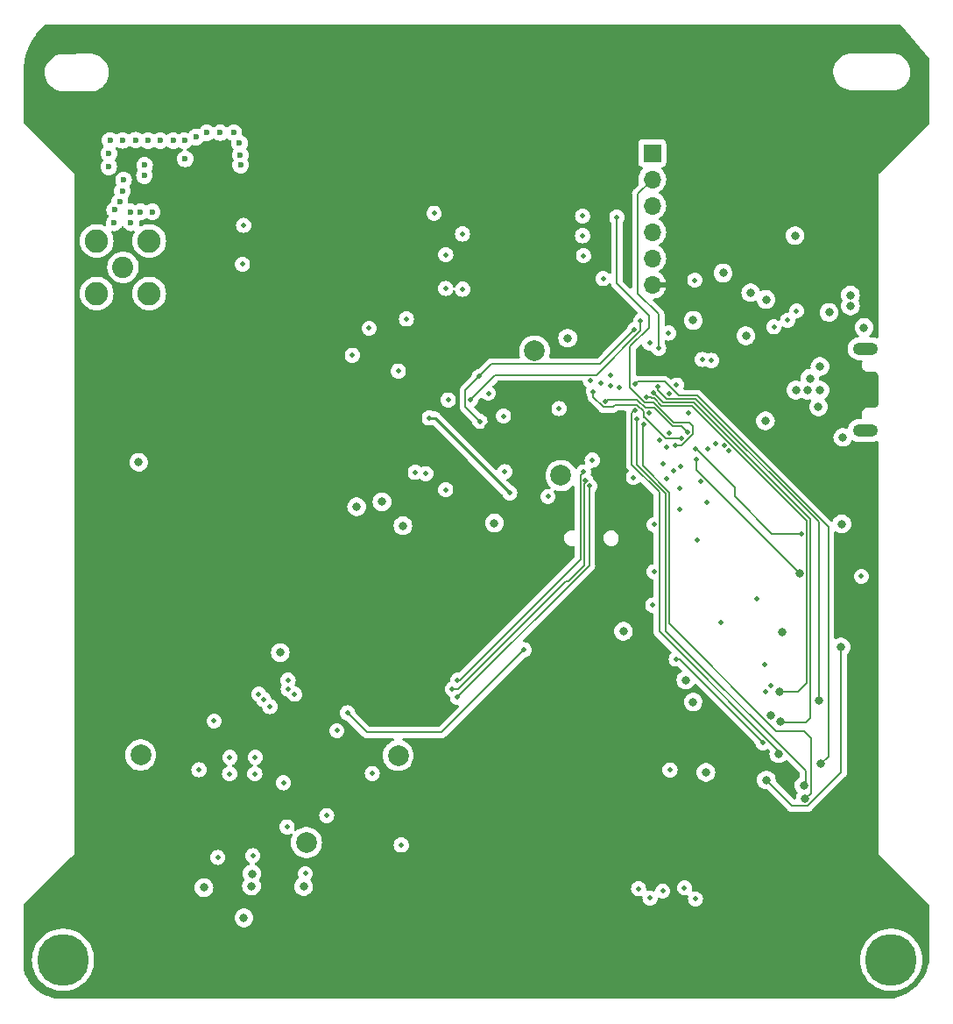
<source format=gbr>
%TF.GenerationSoftware,KiCad,Pcbnew,7.0.1*%
%TF.CreationDate,2024-01-18T19:19:15-07:00*%
%TF.ProjectId,flight_computer_dev_board_rfm98pw,666c6967-6874-45f6-936f-6d7075746572,rev?*%
%TF.SameCoordinates,Original*%
%TF.FileFunction,Copper,L3,Inr*%
%TF.FilePolarity,Positive*%
%FSLAX46Y46*%
G04 Gerber Fmt 4.6, Leading zero omitted, Abs format (unit mm)*
G04 Created by KiCad (PCBNEW 7.0.1) date 2024-01-18 19:19:15*
%MOMM*%
%LPD*%
G01*
G04 APERTURE LIST*
%TA.AperFunction,ComponentPad*%
%ADD10C,2.000000*%
%TD*%
%TA.AperFunction,ComponentPad*%
%ADD11C,2.050000*%
%TD*%
%TA.AperFunction,ComponentPad*%
%ADD12C,2.250000*%
%TD*%
%TA.AperFunction,ComponentPad*%
%ADD13C,5.000000*%
%TD*%
%TA.AperFunction,ComponentPad*%
%ADD14C,0.500000*%
%TD*%
%TA.AperFunction,ComponentPad*%
%ADD15O,2.416000X1.208000*%
%TD*%
%TA.AperFunction,ComponentPad*%
%ADD16R,1.700000X1.700000*%
%TD*%
%TA.AperFunction,ComponentPad*%
%ADD17O,1.700000X1.700000*%
%TD*%
%TA.AperFunction,ViaPad*%
%ADD18C,0.460000*%
%TD*%
%TA.AperFunction,ViaPad*%
%ADD19C,0.800000*%
%TD*%
%TA.AperFunction,ViaPad*%
%ADD20C,0.600000*%
%TD*%
%TA.AperFunction,Conductor*%
%ADD21C,0.127000*%
%TD*%
%TA.AperFunction,Conductor*%
%ADD22C,0.250000*%
%TD*%
G04 APERTURE END LIST*
D10*
%TO.N,+5V*%
%TO.C,TP5*%
X179780000Y-118360000D03*
%TD*%
D11*
%TO.N,Net-(J6-In)*%
%TO.C,J6*%
X153170000Y-71210000D03*
D12*
%TO.N,GND*%
X150630000Y-68670000D03*
X150630000Y-73750000D03*
X155710000Y-68670000D03*
X155710000Y-73750000D03*
%TD*%
D10*
%TO.N,Net-(U9-RESET)*%
%TO.C,TP3*%
X154880000Y-118320000D03*
%TD*%
%TO.N,Net-(U9-STBY)*%
%TO.C,TP4*%
X170910000Y-126760000D03*
%TD*%
D13*
%TO.N,N/C*%
%TO.C,*%
X227414400Y-138100000D03*
%TD*%
%TO.N,N/C*%
%TO.C,*%
X147381083Y-138100000D03*
%TD*%
D10*
%TO.N,FC_RESET*%
%TO.C,TP2*%
X195510000Y-91320000D03*
%TD*%
D14*
%TO.N,GND*%
%TO.C,IC1*%
X205930000Y-83400812D03*
X204020812Y-85310000D03*
X207839188Y-85310000D03*
X205930000Y-87219188D03*
%TD*%
D10*
%TO.N,/USBBOOT*%
%TO.C,TP1*%
X192960000Y-79300000D03*
%TD*%
D15*
%TO.N,GND*%
%TO.C,J8*%
X224920000Y-86970000D03*
%TO.N,N/C*%
X224920000Y-79070000D03*
%TD*%
D16*
%TO.N,GND*%
%TO.C,J3*%
X204330000Y-60190000D03*
D17*
%TO.N,TX*%
X204330000Y-62730000D03*
%TO.N,RX*%
X204330000Y-65270000D03*
%TO.N,SCL1*%
X204330000Y-67810000D03*
%TO.N,SDA1*%
X204330000Y-70350000D03*
%TO.N,3.3V*%
X204330000Y-72890000D03*
%TD*%
D18*
%TO.N,3.3V*%
X184480000Y-82086500D03*
%TO.N,GND*%
X184360000Y-92700000D03*
%TO.N,SPI0_MOSI*%
X185520000Y-111100000D03*
X197690000Y-90980000D03*
%TO.N,SPI0_SCK*%
X185010000Y-111946500D03*
X197874605Y-91817762D03*
%TO.N,SPI0_MISO*%
X185505000Y-112745000D03*
X198283882Y-92334905D03*
%TO.N,SPI0_CS1*%
X206050000Y-119760000D03*
X215830000Y-111650000D03*
%TO.N,D4*%
X205700000Y-91630000D03*
X206650000Y-109050000D03*
X215040000Y-117140000D03*
%TO.N,D6*%
X215280000Y-112190000D03*
%TO.N,D8*%
X215210000Y-109560000D03*
%TO.N,D9*%
X214480000Y-103200000D03*
%TO.N,GND*%
X208982438Y-91907561D03*
%TO.N,SPI0_MISO*%
X203010000Y-131230000D03*
%TO.N,SPI0_SCK*%
X205340000Y-131450000D03*
%TO.N,SPI0_MOSI*%
X207440000Y-131140000D03*
%TO.N,SPI0_MISO*%
X169760000Y-112440000D03*
X166300000Y-112450000D03*
%TO.N,SPI0_SCK*%
X169150000Y-111950000D03*
X167380000Y-113640000D03*
%TO.N,SPI0_MOSI*%
X169130000Y-111100000D03*
%TO.N,D0*%
X211765172Y-88884828D03*
%TO.N,D9*%
X210420000Y-88230000D03*
%TO.N,SPI0_CS1*%
X209680000Y-88780000D03*
%TO.N,D8*%
X207100000Y-90410000D03*
%TO.N,D6*%
X206400000Y-90840000D03*
D19*
%TO.N,HS*%
X215360000Y-120730000D03*
X218610000Y-100800000D03*
X222580000Y-107880000D03*
%TO.N,SDA0*%
X207590000Y-111070000D03*
X220410000Y-113017000D03*
D20*
%TO.N,GND*%
X153230000Y-62770000D03*
D18*
X165960000Y-118530000D03*
D19*
X180230000Y-96170000D03*
D18*
X165920000Y-120130000D03*
D19*
X215270000Y-86050000D03*
D20*
X159110000Y-58990000D03*
D19*
X168380000Y-108430000D03*
X216930000Y-106440000D03*
D20*
X152860000Y-64860000D03*
D18*
X163510000Y-118550000D03*
D19*
X154690000Y-90040000D03*
D20*
X154870000Y-65870000D03*
X151810000Y-60210000D03*
X164430000Y-59240000D03*
D18*
X170800000Y-129770000D03*
X184610000Y-84030000D03*
X173850000Y-115970000D03*
D19*
X218140000Y-68160000D03*
D18*
X208679998Y-97590002D03*
X200300000Y-81610000D03*
D20*
X155270000Y-61360000D03*
D19*
X221430000Y-75570000D03*
D20*
X153930000Y-65870000D03*
X155250000Y-62360000D03*
X153120000Y-58960000D03*
X164550000Y-61340000D03*
D18*
X180070000Y-127000000D03*
D20*
X158020000Y-58980000D03*
D18*
X172870000Y-124160000D03*
D19*
X213390000Y-77840000D03*
D20*
X164510000Y-60360000D03*
D18*
X177270000Y-120100000D03*
D20*
X154380000Y-58940000D03*
D19*
X222660000Y-96000000D03*
D18*
X189950000Y-85580000D03*
X165720000Y-128040000D03*
D20*
X153120000Y-63830000D03*
D19*
X209520000Y-120000000D03*
D20*
X153940000Y-66910000D03*
D18*
X198529500Y-89848715D03*
X162340000Y-128210000D03*
D20*
X155580000Y-58990000D03*
D19*
X196160000Y-78060000D03*
X220400000Y-84690000D03*
D18*
X205900000Y-77570000D03*
X204120000Y-132130000D03*
X169040000Y-125260000D03*
D20*
X162580000Y-58200000D03*
D18*
X224550000Y-101060000D03*
D19*
X164860000Y-134060000D03*
X211180000Y-71770000D03*
D20*
X151800000Y-61520000D03*
X151920000Y-58970000D03*
X161280000Y-58230000D03*
D18*
X195320000Y-84860000D03*
D20*
X156770000Y-58980000D03*
D18*
X163480000Y-120130000D03*
D20*
X163890000Y-58230000D03*
D18*
X194250000Y-93350000D03*
D20*
X155990000Y-65870000D03*
D19*
X201550000Y-106360000D03*
D18*
X202520000Y-91510000D03*
D19*
X208290000Y-76340000D03*
D20*
X159190000Y-60740000D03*
D19*
X189070000Y-95910000D03*
D20*
X160210000Y-58640000D03*
D18*
X188490000Y-83380000D03*
D20*
X152330000Y-66910000D03*
D18*
X190080000Y-90960000D03*
X181440000Y-91020000D03*
D20*
X152370000Y-65680000D03*
D18*
%TO.N,3.3V*%
X163460000Y-123970000D03*
D19*
X194910000Y-129920000D03*
X202280000Y-118210000D03*
X209510000Y-117560000D03*
X171390000Y-101650000D03*
X209530000Y-113420000D03*
D18*
X206340000Y-132250000D03*
X213130000Y-81120000D03*
X188360000Y-86580000D03*
X202010000Y-98770000D03*
D19*
X162670000Y-103180000D03*
D18*
X180430000Y-90840000D03*
D19*
X219690000Y-70410000D03*
X154520000Y-92960000D03*
%TO.N,VBUS*%
X220550000Y-80800000D03*
X222750000Y-87640000D03*
X224800000Y-77030000D03*
D18*
%TO.N,VCC_RF1*%
X182440000Y-91140000D03*
X182790000Y-85770000D03*
X211000000Y-105500000D03*
X204390000Y-103840000D03*
X175340000Y-79710000D03*
X190560000Y-93000000D03*
%TO.N,ENABLE_BURN {slash} D7*%
X203796738Y-83787000D03*
D19*
X216640000Y-112170000D03*
D18*
%TO.N,I2C_RESET {slash} D2*%
X202679075Y-82473441D03*
D19*
X220590000Y-119190000D03*
D18*
%TO.N,ENAB_RF {slash} D3*%
X202660000Y-85010000D03*
D19*
X216565145Y-118194854D03*
%TO.N,VBUS_RESET {slash} PC*%
X218990500Y-121250000D03*
D18*
X202849500Y-85860738D03*
D19*
%TO.N,BURN_RELAY_A {slash} VS*%
X219110000Y-122550000D03*
D18*
X203550000Y-86350000D03*
%TO.N,D5*%
X204510000Y-96070000D03*
X204517000Y-100610000D03*
D19*
X215808812Y-114531188D03*
D18*
X205337798Y-90170000D03*
%TO.N,SPI0_CS1*%
X208510000Y-132220000D03*
%TO.N,TX*%
X204950000Y-79020000D03*
%TO.N,RX*%
X204070000Y-78550000D03*
%TO.N,/USBBOOT*%
X208450000Y-72460000D03*
%TO.N,SPI0_CS2*%
X209650000Y-93900000D03*
X211270172Y-88389828D03*
X191943000Y-108150000D03*
X161980000Y-115040000D03*
X174890000Y-114250000D03*
%TO.N,SDA1*%
X203210000Y-76390000D03*
X186770000Y-84000000D03*
%TO.N,SCL1*%
X187678042Y-86101958D03*
X187600000Y-81760000D03*
X202620000Y-77230000D03*
%TO.N,SDA0*%
X204850522Y-82754243D03*
D19*
%TO.N,SCL0*%
X208292347Y-113207653D03*
D18*
X204462067Y-83351099D03*
D19*
X216760000Y-115090000D03*
%TO.N,D0*%
X175760000Y-94330000D03*
D18*
%TO.N,HS*%
X208583633Y-89766425D03*
D19*
%TO.N,FC_RESET*%
X178212868Y-93870119D03*
D18*
%TO.N,SWCLK*%
X205044501Y-87897613D03*
%TO.N,SWDIO*%
X205760000Y-88610000D03*
%TO.N,SPI0_MISO*%
X201127420Y-82797802D03*
X199590000Y-72310000D03*
%TO.N,SPI0_CS0*%
X200340891Y-82659109D03*
X197600000Y-66270000D03*
X183240000Y-66001499D03*
X180570000Y-76200000D03*
%TO.N,SPI0_SCK*%
X197600000Y-68170000D03*
X185990000Y-68001499D03*
X199392286Y-82407714D03*
X186010000Y-73340000D03*
%TO.N,SPI0_MOSI*%
X166790000Y-112980000D03*
X184370000Y-70001499D03*
X197690000Y-70090000D03*
X198371758Y-82190609D03*
X184370000Y-73260000D03*
%TO.N,RF1_RST*%
X200910000Y-66380000D03*
X206570000Y-88420000D03*
%TO.N,WDT_WDI*%
X206990000Y-92600000D03*
X206990000Y-94590000D03*
%TO.N,RF1_IO4*%
X198640000Y-83210000D03*
X176960000Y-77100000D03*
X164830000Y-67160000D03*
X207168321Y-87727200D03*
%TO.N,RF1_IO0*%
X207730000Y-87140000D03*
X199794371Y-84205629D03*
X164720000Y-70930000D03*
X179790000Y-81240000D03*
%TO.N,NEOPIX*%
X208534359Y-88793124D03*
X218780000Y-97000000D03*
%TO.N,/QSPI_DATA[3]*%
X218280000Y-75430000D03*
X210049974Y-80209974D03*
%TO.N,/QSPI_SCK*%
X217420000Y-76340000D03*
X209174194Y-80114194D03*
%TO.N,/QSPI_DATA[0]*%
X206690000Y-82590000D03*
X216096396Y-76966396D03*
D19*
%TO.N,/QSPI_DATA[2]*%
X213850000Y-73670000D03*
X215330000Y-74330000D03*
%TO.N,USB_D-*%
X223489169Y-74945000D03*
X218210000Y-83080000D03*
X219580000Y-81940000D03*
%TO.N,USB_D+*%
X219320000Y-83080000D03*
X220550000Y-83090000D03*
X223489169Y-73895000D03*
%TO.N,CANL*%
X165630000Y-129790000D03*
X170630000Y-131020000D03*
%TO.N,CANH*%
X161000000Y-131120000D03*
X165600000Y-130960000D03*
D18*
%TO.N,TXCAN*%
X160520000Y-119740000D03*
X168690000Y-121000000D03*
%TD*%
D21*
%TO.N,SPI0_MISO*%
X198250000Y-100000000D02*
X185505000Y-112745000D01*
X198283882Y-92334905D02*
X198250000Y-92368787D01*
X198250000Y-92368787D02*
X198250000Y-100000000D01*
%TO.N,SPI0_MOSI*%
X185700000Y-111100000D02*
X197381105Y-99418895D01*
X185520000Y-111100000D02*
X185700000Y-111100000D01*
X197381105Y-91288895D02*
X197690000Y-90980000D01*
X197381105Y-99418895D02*
X197381105Y-91288895D01*
%TO.N,SPI0_SCK*%
X185605585Y-111946500D02*
X185010000Y-111946500D01*
X195978309Y-101573776D02*
X185605585Y-111946500D01*
X196213776Y-101573776D02*
X195978309Y-101573776D01*
X197756500Y-92155585D02*
X197756500Y-100031052D01*
X198094323Y-91817762D02*
X197756500Y-92155585D01*
X197756500Y-100031052D02*
X196213776Y-101573776D01*
X197874605Y-91817762D02*
X198094323Y-91817762D01*
%TO.N,D4*%
X206950000Y-109050000D02*
X206650000Y-109050000D01*
X215040000Y-117140000D02*
X206950000Y-109050000D01*
%TO.N,SPI0_CS2*%
X176773500Y-116133500D02*
X174890000Y-114250000D01*
X183959500Y-116133500D02*
X176773500Y-116133500D01*
X191943000Y-108150000D02*
X183959500Y-116133500D01*
%TO.N,HS*%
X217843500Y-123213500D02*
X215360000Y-120730000D01*
X219384831Y-123213500D02*
X217843500Y-123213500D01*
X222580000Y-120018331D02*
X219384831Y-123213500D01*
X222580000Y-107880000D02*
X222580000Y-120018331D01*
X215297915Y-97487915D02*
X218610000Y-100800000D01*
X215260000Y-97487915D02*
X215297915Y-97487915D01*
X215260000Y-97487915D02*
X215260000Y-97480000D01*
X208583633Y-89766425D02*
X208583633Y-90811548D01*
X208583633Y-90811548D02*
X215260000Y-97487915D01*
%TO.N,NEOPIX*%
X208588658Y-88793124D02*
X208534359Y-88793124D01*
X212280000Y-92484466D02*
X208588658Y-88793124D01*
X212280000Y-93360000D02*
X212280000Y-92484466D01*
X215920000Y-97000000D02*
X212280000Y-93360000D01*
X218780000Y-97000000D02*
X215920000Y-97000000D01*
%TO.N,SDA0*%
X220410000Y-95800000D02*
X220410000Y-113017000D01*
X208550000Y-83940000D02*
X220410000Y-95800000D01*
X205742989Y-83940000D02*
X208550000Y-83940000D01*
X204850522Y-83047533D02*
X205742989Y-83940000D01*
X204850522Y-82754243D02*
X204850522Y-83047533D01*
%TO.N,I2C_RESET {slash} D2*%
X221350000Y-96277552D02*
X221350000Y-118430000D01*
X206873000Y-83613000D02*
X208685448Y-83613000D01*
X205520743Y-82260743D02*
X206873000Y-83613000D01*
X208685448Y-83613000D02*
X221350000Y-96277552D01*
X221350000Y-118430000D02*
X220590000Y-119190000D01*
X202679075Y-82473441D02*
X202891773Y-82260743D01*
X202891773Y-82260743D02*
X205520743Y-82260743D01*
D22*
%TO.N,VCC_RF1*%
X183330000Y-85770000D02*
X190560000Y-93000000D01*
X182790000Y-85770000D02*
X183330000Y-85770000D01*
D21*
%TO.N,ENABLE_BURN {slash} D7*%
X204200053Y-83787000D02*
X204257652Y-83844599D01*
X216650000Y-112180000D02*
X216640000Y-112170000D01*
X208171552Y-84594000D02*
X219273000Y-95695448D01*
X218410000Y-112180000D02*
X216650000Y-112180000D01*
X205242520Y-84594000D02*
X208171552Y-84594000D01*
X204257652Y-83844599D02*
X204493119Y-83844599D01*
X219273000Y-111317000D02*
X218410000Y-112180000D01*
X204493119Y-83844599D02*
X205242520Y-84594000D01*
X203796738Y-83787000D02*
X204200053Y-83787000D01*
X219273000Y-95695448D02*
X219273000Y-111317000D01*
%TO.N,ENAB_RF {slash} D3*%
X205010000Y-106400000D02*
X216670000Y-118060000D01*
X202660000Y-85010000D02*
X202356500Y-85313500D01*
X202356500Y-85313500D02*
X202356500Y-90276500D01*
X202356500Y-90276500D02*
X205010000Y-92930000D01*
X216670000Y-118060000D02*
X216670000Y-118089999D01*
X205010000Y-92930000D02*
X205010000Y-106400000D01*
X216670000Y-118089999D02*
X216565145Y-118194854D01*
%TO.N,VBUS_RESET {slash} PC*%
X219040500Y-121200000D02*
X218990500Y-121250000D01*
X202850000Y-90307552D02*
X205630000Y-93087552D01*
X219160000Y-121200000D02*
X219040500Y-121200000D01*
X219160000Y-119852085D02*
X219160000Y-121200000D01*
X202850000Y-85861238D02*
X202850000Y-90307552D01*
X202849500Y-85860738D02*
X202850000Y-85861238D01*
X205630000Y-93087552D02*
X205630000Y-106322085D01*
X205630000Y-106322085D02*
X219160000Y-119852085D01*
%TO.N,BURN_RELAY_A {slash} VS*%
X216330000Y-115990000D02*
X218970000Y-115990000D01*
X203550000Y-86350000D02*
X203392383Y-86507617D01*
X219653500Y-121996500D02*
X219110000Y-122540000D01*
X219110000Y-122540000D02*
X219110000Y-122550000D01*
X205957000Y-92952104D02*
X205957000Y-105617000D01*
X219653500Y-116673500D02*
X219653500Y-121996500D01*
X203392383Y-90387487D02*
X205957000Y-92952104D01*
X203392383Y-86507617D02*
X203392383Y-90387487D01*
X205957000Y-105617000D02*
X216330000Y-115990000D01*
X218970000Y-115990000D02*
X219653500Y-116673500D01*
%TO.N,TX*%
X202940000Y-64120000D02*
X204330000Y-62730000D01*
X204950000Y-79020000D02*
X204950000Y-75750000D01*
X204950000Y-75750000D02*
X202940000Y-73740000D01*
X202940000Y-73740000D02*
X202940000Y-64120000D01*
%TO.N,SDA1*%
X203210000Y-76390000D02*
X203210000Y-77337915D01*
X189160000Y-81610000D02*
X186770000Y-84000000D01*
X203210000Y-77337915D02*
X198937915Y-81610000D01*
X198937915Y-81610000D02*
X189160000Y-81610000D01*
%TO.N,SCL1*%
X202620000Y-77230000D02*
X199900000Y-79950000D01*
X186276500Y-84700416D02*
X186276500Y-83083500D01*
X187678042Y-86101958D02*
X186276500Y-84700416D01*
X199900000Y-79950000D02*
X199286500Y-80563500D01*
X186276500Y-83083500D02*
X187600000Y-81760000D01*
X199286500Y-80563500D02*
X188796500Y-80563500D01*
X188796500Y-80563500D02*
X187600000Y-81760000D01*
%TO.N,SCL0*%
X216760000Y-115120000D02*
X216760000Y-115090000D01*
X205377968Y-84267000D02*
X208307000Y-84267000D01*
X219600000Y-114750000D02*
X219180000Y-115170000D01*
X219600000Y-95560000D02*
X219600000Y-114750000D01*
X208307000Y-84267000D02*
X219600000Y-95560000D01*
X219180000Y-115170000D02*
X216810000Y-115170000D01*
X204462067Y-83351099D02*
X205377968Y-84267000D01*
X216810000Y-115170000D02*
X216760000Y-115120000D01*
%TO.N,RF1_RST*%
X207920000Y-86250000D02*
X206436072Y-86250000D01*
X203592323Y-84280500D02*
X202180000Y-82868177D01*
X207173436Y-88420000D02*
X208240000Y-87353436D01*
X208240000Y-86570000D02*
X207920000Y-86250000D01*
X206570000Y-88420000D02*
X207173436Y-88420000D01*
X204466572Y-84280500D02*
X203592323Y-84280500D01*
X202180000Y-82868177D02*
X202180000Y-78880000D01*
X200910000Y-72760000D02*
X200910000Y-66380000D01*
X202180000Y-78880000D02*
X204020000Y-77040000D01*
X204020000Y-77040000D02*
X204020000Y-75870000D01*
X208240000Y-87353436D02*
X208240000Y-86570000D01*
X206436072Y-86250000D02*
X204466572Y-84280500D01*
X204020000Y-75870000D02*
X200910000Y-72760000D01*
%TO.N,RF1_IO4*%
X207123522Y-87771999D02*
X205671999Y-87771999D01*
X207168321Y-87727200D02*
X207123522Y-87771999D01*
X203570000Y-85670000D02*
X203550000Y-85670000D01*
X200600000Y-84610000D02*
X200510871Y-84699129D01*
X202873463Y-84486536D02*
X200723464Y-84486536D01*
X203507312Y-85627312D02*
X203507312Y-85120385D01*
X200723464Y-84486536D02*
X200600000Y-84610000D01*
X203507312Y-85120385D02*
X202873463Y-84486536D01*
X205671999Y-87771999D02*
X203570000Y-85670000D01*
X199589956Y-84699129D02*
X198640000Y-83749173D01*
X203550000Y-85670000D02*
X203507312Y-85627312D01*
X200510871Y-84699129D02*
X199589956Y-84699129D01*
X198640000Y-83749173D02*
X198640000Y-83210000D01*
%TO.N,RF1_IO0*%
X200030000Y-83970000D02*
X199794371Y-84205629D01*
X203645875Y-84796500D02*
X202819375Y-83970000D01*
X202819375Y-83970000D02*
X200030000Y-83970000D01*
X206300624Y-86577000D02*
X204520124Y-84796500D01*
X207730000Y-87140000D02*
X207167000Y-86577000D01*
X204520124Y-84796500D02*
X203645875Y-84796500D01*
X207167000Y-86577000D02*
X206300624Y-86577000D01*
%TD*%
%TA.AperFunction,Conductor*%
%TO.N,3.3V*%
G36*
X228288992Y-47778803D02*
G01*
X228341507Y-47790633D01*
X228384059Y-47823600D01*
X231109469Y-51106745D01*
X231114110Y-51112335D01*
X231135334Y-51149435D01*
X231142700Y-51191537D01*
X231142700Y-57245588D01*
X231133261Y-57293041D01*
X231106381Y-57333269D01*
X226267208Y-62172441D01*
X226245311Y-62187978D01*
X226224598Y-62213950D01*
X226215345Y-62224304D01*
X226212252Y-62227396D01*
X226209922Y-62231105D01*
X226201889Y-62242426D01*
X226181176Y-62268400D01*
X226176517Y-62279647D01*
X226172800Y-62312641D01*
X226170475Y-62326333D01*
X226169500Y-62330607D01*
X226169500Y-62334978D01*
X226168721Y-62348859D01*
X226165002Y-62381865D01*
X226169500Y-62408332D01*
X226169500Y-77955488D01*
X226155032Y-78013616D01*
X226115003Y-78058179D01*
X226058755Y-78078778D01*
X225999417Y-78070606D01*
X225836589Y-78005420D01*
X225836587Y-78005419D01*
X225629467Y-77965500D01*
X225426050Y-77965500D01*
X225366313Y-77950162D01*
X225321353Y-77907943D01*
X225302295Y-77849286D01*
X225313851Y-77788704D01*
X225353164Y-77741182D01*
X225405872Y-77702887D01*
X225532533Y-77562216D01*
X225627179Y-77398284D01*
X225656584Y-77307784D01*
X225685674Y-77218256D01*
X225705460Y-77030000D01*
X225685674Y-76841744D01*
X225627179Y-76661716D01*
X225627179Y-76661715D01*
X225532533Y-76497783D01*
X225405870Y-76357110D01*
X225252730Y-76245848D01*
X225079802Y-76168855D01*
X224894648Y-76129500D01*
X224894646Y-76129500D01*
X224705354Y-76129500D01*
X224705352Y-76129500D01*
X224520197Y-76168855D01*
X224347269Y-76245848D01*
X224194129Y-76357110D01*
X224067466Y-76497783D01*
X223972820Y-76661715D01*
X223914326Y-76841742D01*
X223894540Y-77030000D01*
X223914326Y-77218257D01*
X223972820Y-77398284D01*
X224067466Y-77562216D01*
X224194129Y-77702888D01*
X224256538Y-77748231D01*
X224294826Y-77793625D01*
X224307615Y-77851617D01*
X224291972Y-77908905D01*
X224251486Y-77952350D01*
X224195441Y-77971987D01*
X224106023Y-77980526D01*
X223903633Y-78039952D01*
X223716142Y-78136610D01*
X223550342Y-78266998D01*
X223412206Y-78426415D01*
X223306740Y-78609087D01*
X223237752Y-78808417D01*
X223207733Y-79017205D01*
X223207733Y-79017207D01*
X223212762Y-79122793D01*
X223217769Y-79227902D01*
X223267500Y-79432894D01*
X223355122Y-79624761D01*
X223447953Y-79755122D01*
X223477478Y-79796584D01*
X223630138Y-79942145D01*
X223807587Y-80056184D01*
X224003411Y-80134580D01*
X224210533Y-80174500D01*
X224527236Y-80174500D01*
X224587217Y-80189972D01*
X224632230Y-80232528D01*
X224651041Y-80291548D01*
X224638956Y-80352300D01*
X224624999Y-80381283D01*
X224602119Y-80428794D01*
X224569500Y-80571706D01*
X224569500Y-80718294D01*
X224602119Y-80861207D01*
X224665719Y-80993275D01*
X224687546Y-81020644D01*
X224757117Y-81107883D01*
X224812009Y-81151658D01*
X224871724Y-81199280D01*
X224956281Y-81240000D01*
X225003794Y-81262881D01*
X225146706Y-81295500D01*
X225197410Y-81295500D01*
X225220000Y-81295500D01*
X225259882Y-81295500D01*
X225835989Y-81295500D01*
X225865067Y-81298958D01*
X225921388Y-81312544D01*
X225951611Y-81324185D01*
X225966359Y-81332216D01*
X226007277Y-81354498D01*
X226033453Y-81373569D01*
X226055373Y-81394428D01*
X226079368Y-81417263D01*
X226099714Y-81442466D01*
X226132744Y-81496557D01*
X226145869Y-81526167D01*
X226163764Y-81586964D01*
X226168773Y-81618967D01*
X226170201Y-81677771D01*
X226169371Y-81686215D01*
X226169433Y-81702821D01*
X226168729Y-81716482D01*
X226166019Y-81741790D01*
X226169676Y-81766856D01*
X226174442Y-83019684D01*
X226174443Y-83020156D01*
X226174443Y-84272753D01*
X226170915Y-84297258D01*
X226173737Y-84323592D01*
X226174443Y-84336803D01*
X226174443Y-84355686D01*
X226175071Y-84361946D01*
X226173651Y-84420513D01*
X226168644Y-84452512D01*
X226150755Y-84513304D01*
X226137630Y-84542917D01*
X226104608Y-84597001D01*
X226084263Y-84622204D01*
X226038358Y-84665894D01*
X226012181Y-84684969D01*
X225956531Y-84715279D01*
X225926309Y-84726923D01*
X225891511Y-84735320D01*
X225867805Y-84741040D01*
X225838720Y-84744500D01*
X225146706Y-84744500D01*
X225003792Y-84777119D01*
X224871724Y-84840719D01*
X224757117Y-84932117D01*
X224665719Y-85046724D01*
X224602119Y-85178792D01*
X224575861Y-85293836D01*
X224569500Y-85321706D01*
X224569500Y-85468294D01*
X224602119Y-85611206D01*
X224636075Y-85681716D01*
X224638956Y-85687698D01*
X224651041Y-85748452D01*
X224632230Y-85807472D01*
X224587217Y-85850028D01*
X224527236Y-85865500D01*
X224263382Y-85865500D01*
X224106023Y-85880526D01*
X223903633Y-85939952D01*
X223716142Y-86036610D01*
X223550342Y-86166998D01*
X223412206Y-86326415D01*
X223306740Y-86509087D01*
X223233879Y-86719609D01*
X223231432Y-86718762D01*
X223218338Y-86752138D01*
X223176258Y-86790198D01*
X223121630Y-86805530D01*
X223065891Y-86794923D01*
X223029801Y-86778854D01*
X222844648Y-86739500D01*
X222844646Y-86739500D01*
X222655354Y-86739500D01*
X222655352Y-86739500D01*
X222470197Y-86778855D01*
X222297269Y-86855848D01*
X222144129Y-86967110D01*
X222017466Y-87107783D01*
X221922820Y-87271715D01*
X221864326Y-87451742D01*
X221844540Y-87640000D01*
X221864326Y-87828257D01*
X221922820Y-88008284D01*
X222017466Y-88172216D01*
X222144129Y-88312889D01*
X222297269Y-88424151D01*
X222470197Y-88501144D01*
X222655352Y-88540500D01*
X222655354Y-88540500D01*
X222844646Y-88540500D01*
X222844648Y-88540500D01*
X222968083Y-88514262D01*
X223029803Y-88501144D01*
X223202730Y-88424151D01*
X223202730Y-88424150D01*
X223355870Y-88312889D01*
X223482533Y-88172216D01*
X223520381Y-88106661D01*
X223577179Y-88008284D01*
X223581291Y-87995627D01*
X223610297Y-87947524D01*
X223657551Y-87917154D01*
X223713357Y-87910750D01*
X223766263Y-87929627D01*
X223807584Y-87956183D01*
X223873044Y-87982389D01*
X224003411Y-88034580D01*
X224210533Y-88074500D01*
X225576613Y-88074500D01*
X225576618Y-88074500D01*
X225674966Y-88065108D01*
X225733979Y-88059473D01*
X225936368Y-88000047D01*
X225988680Y-87973077D01*
X226049926Y-87959373D01*
X226110038Y-87977413D01*
X226153617Y-88022576D01*
X226169500Y-88083294D01*
X226169500Y-127681668D01*
X226165002Y-127708134D01*
X226168721Y-127741141D01*
X226169500Y-127755022D01*
X226169500Y-127759389D01*
X226170473Y-127763653D01*
X226172800Y-127777356D01*
X226176517Y-127810354D01*
X226181176Y-127821600D01*
X226201888Y-127847573D01*
X226209928Y-127858903D01*
X226212252Y-127862601D01*
X226215336Y-127865685D01*
X226224601Y-127876052D01*
X226245312Y-127902022D01*
X226267213Y-127917562D01*
X231106381Y-132756731D01*
X231133261Y-132796959D01*
X231142700Y-132844412D01*
X231142700Y-138046741D01*
X231140771Y-138068529D01*
X231077299Y-138424135D01*
X231074945Y-138434656D01*
X230976741Y-138798544D01*
X230973482Y-138808820D01*
X230844045Y-139162797D01*
X230839906Y-139172751D01*
X230680211Y-139514151D01*
X230675223Y-139523708D01*
X230486480Y-139849943D01*
X230480681Y-139859031D01*
X230264316Y-140167639D01*
X230257750Y-140176189D01*
X230015386Y-140464852D01*
X230008101Y-140472799D01*
X229741599Y-140739301D01*
X229733652Y-140746586D01*
X229444989Y-140988950D01*
X229436439Y-140995516D01*
X229127831Y-141211881D01*
X229118743Y-141217680D01*
X228792508Y-141406423D01*
X228782951Y-141411411D01*
X228441551Y-141571106D01*
X228431597Y-141575245D01*
X228077620Y-141704682D01*
X228067344Y-141707941D01*
X227703456Y-141806145D01*
X227692935Y-141808499D01*
X227337329Y-141871971D01*
X227315541Y-141873900D01*
X147405254Y-141873900D01*
X147400683Y-141873025D01*
X147343154Y-141873878D01*
X147337326Y-141873828D01*
X146980930Y-141862350D01*
X146969309Y-141861427D01*
X146618481Y-141816901D01*
X146606997Y-141814891D01*
X146261902Y-141737616D01*
X146250659Y-141734537D01*
X146158830Y-141704682D01*
X145914341Y-141625194D01*
X145903440Y-141621074D01*
X145741157Y-141550851D01*
X145578882Y-141480632D01*
X145568413Y-141475505D01*
X145258472Y-141305202D01*
X145248530Y-141299114D01*
X144955953Y-141100457D01*
X144946628Y-141093463D01*
X144674004Y-140868214D01*
X144665375Y-140860374D01*
X144415102Y-140610509D01*
X144407249Y-140601894D01*
X144181553Y-140329638D01*
X144174543Y-140320323D01*
X143975410Y-140028071D01*
X143969306Y-140018139D01*
X143798503Y-139708488D01*
X143793358Y-139698027D01*
X143685075Y-139448904D01*
X143652378Y-139373678D01*
X143648247Y-139362800D01*
X143549838Y-139061789D01*
X143543700Y-139023258D01*
X143543700Y-138100000D01*
X144375497Y-138100000D01*
X144395821Y-138448927D01*
X144456512Y-138793130D01*
X144456514Y-138793136D01*
X144556757Y-139127971D01*
X144658048Y-139362790D01*
X144695195Y-139448906D01*
X144869952Y-139751595D01*
X144949935Y-139859031D01*
X145078671Y-140031953D01*
X145318525Y-140286183D01*
X145586272Y-140510849D01*
X145586276Y-140510852D01*
X145586279Y-140510854D01*
X145878289Y-140702913D01*
X146190628Y-140859776D01*
X146340355Y-140914271D01*
X146519072Y-140979319D01*
X146859169Y-141059923D01*
X147206324Y-141100500D01*
X147555837Y-141100500D01*
X147555842Y-141100500D01*
X147902997Y-141059923D01*
X148243094Y-140979319D01*
X148541351Y-140870762D01*
X148571537Y-140859776D01*
X148883876Y-140702913D01*
X149024369Y-140610509D01*
X149175894Y-140510849D01*
X149443641Y-140286183D01*
X149683495Y-140031953D01*
X149892213Y-139751596D01*
X150066972Y-139448904D01*
X150205409Y-139127971D01*
X150305652Y-138793136D01*
X150366345Y-138448927D01*
X150386668Y-138100000D01*
X224408814Y-138100000D01*
X224429138Y-138448927D01*
X224489829Y-138793130D01*
X224489831Y-138793136D01*
X224590074Y-139127971D01*
X224691365Y-139362790D01*
X224728512Y-139448906D01*
X224903269Y-139751595D01*
X224983252Y-139859031D01*
X225111988Y-140031953D01*
X225351842Y-140286183D01*
X225619589Y-140510849D01*
X225619593Y-140510852D01*
X225619596Y-140510854D01*
X225911606Y-140702913D01*
X226223945Y-140859776D01*
X226373672Y-140914271D01*
X226552389Y-140979319D01*
X226892486Y-141059923D01*
X227239641Y-141100500D01*
X227589154Y-141100500D01*
X227589159Y-141100500D01*
X227936314Y-141059923D01*
X228276411Y-140979319D01*
X228574668Y-140870762D01*
X228604854Y-140859776D01*
X228917193Y-140702913D01*
X229057686Y-140610509D01*
X229209211Y-140510849D01*
X229476958Y-140286183D01*
X229716812Y-140031953D01*
X229925530Y-139751596D01*
X230100289Y-139448904D01*
X230238726Y-139127971D01*
X230338969Y-138793136D01*
X230399662Y-138448927D01*
X230419985Y-138100000D01*
X230399662Y-137751073D01*
X230338969Y-137406864D01*
X230238726Y-137072029D01*
X230100289Y-136751096D01*
X229925530Y-136448404D01*
X229716812Y-136168047D01*
X229476958Y-135913817D01*
X229209211Y-135689151D01*
X229209207Y-135689148D01*
X229209203Y-135689145D01*
X228917193Y-135497086D01*
X228604854Y-135340223D01*
X228276414Y-135220682D01*
X228276413Y-135220681D01*
X228276411Y-135220681D01*
X228089557Y-135176396D01*
X227936315Y-135140077D01*
X227878454Y-135133314D01*
X227589159Y-135099500D01*
X227239641Y-135099500D01*
X226991673Y-135128483D01*
X226892484Y-135140077D01*
X226552385Y-135220682D01*
X226223945Y-135340223D01*
X225911606Y-135497086D01*
X225619596Y-135689145D01*
X225619588Y-135689151D01*
X225619589Y-135689151D01*
X225351842Y-135913817D01*
X225351838Y-135913820D01*
X225351837Y-135913822D01*
X225111989Y-136168045D01*
X224903269Y-136448404D01*
X224728512Y-136751093D01*
X224728511Y-136751096D01*
X224590074Y-137072029D01*
X224531727Y-137266920D01*
X224489829Y-137406869D01*
X224429138Y-137751072D01*
X224408814Y-138100000D01*
X150386668Y-138100000D01*
X150366345Y-137751073D01*
X150305652Y-137406864D01*
X150205409Y-137072029D01*
X150066972Y-136751096D01*
X149892213Y-136448404D01*
X149683495Y-136168047D01*
X149443641Y-135913817D01*
X149175894Y-135689151D01*
X149175890Y-135689148D01*
X149175886Y-135689145D01*
X148883876Y-135497086D01*
X148571537Y-135340223D01*
X148243097Y-135220682D01*
X148243096Y-135220681D01*
X148243094Y-135220681D01*
X148056240Y-135176396D01*
X147902998Y-135140077D01*
X147845137Y-135133314D01*
X147555842Y-135099500D01*
X147206324Y-135099500D01*
X146958356Y-135128483D01*
X146859167Y-135140077D01*
X146519068Y-135220682D01*
X146190628Y-135340223D01*
X145878289Y-135497086D01*
X145586279Y-135689145D01*
X145586271Y-135689151D01*
X145586272Y-135689151D01*
X145318525Y-135913817D01*
X145318521Y-135913820D01*
X145318520Y-135913822D01*
X145078672Y-136168045D01*
X144869952Y-136448404D01*
X144695195Y-136751093D01*
X144695194Y-136751096D01*
X144556757Y-137072029D01*
X144498410Y-137266920D01*
X144456512Y-137406869D01*
X144395821Y-137751072D01*
X144375497Y-138100000D01*
X143543700Y-138100000D01*
X143543700Y-134059999D01*
X163954540Y-134059999D01*
X163974326Y-134248257D01*
X164032820Y-134428284D01*
X164127466Y-134592216D01*
X164254129Y-134732889D01*
X164407269Y-134844151D01*
X164580197Y-134921144D01*
X164765352Y-134960500D01*
X164765354Y-134960500D01*
X164954646Y-134960500D01*
X164954648Y-134960500D01*
X165078084Y-134934262D01*
X165139803Y-134921144D01*
X165312730Y-134844151D01*
X165465871Y-134732888D01*
X165592533Y-134592216D01*
X165687179Y-134428284D01*
X165745674Y-134248256D01*
X165765460Y-134060000D01*
X165745674Y-133871744D01*
X165687179Y-133691716D01*
X165687179Y-133691715D01*
X165592533Y-133527783D01*
X165465870Y-133387110D01*
X165312730Y-133275848D01*
X165139802Y-133198855D01*
X164954648Y-133159500D01*
X164954646Y-133159500D01*
X164765354Y-133159500D01*
X164765352Y-133159500D01*
X164580197Y-133198855D01*
X164407269Y-133275848D01*
X164254129Y-133387110D01*
X164127466Y-133527783D01*
X164032820Y-133691715D01*
X163974326Y-133871742D01*
X163954540Y-134059999D01*
X143543700Y-134059999D01*
X143543700Y-132844411D01*
X143553139Y-132796958D01*
X143580019Y-132756730D01*
X144788304Y-131548445D01*
X145216750Y-131119999D01*
X160094540Y-131119999D01*
X160114326Y-131308257D01*
X160172820Y-131488284D01*
X160267466Y-131652216D01*
X160394129Y-131792889D01*
X160547269Y-131904151D01*
X160720197Y-131981144D01*
X160905352Y-132020500D01*
X160905354Y-132020500D01*
X161094646Y-132020500D01*
X161094648Y-132020500D01*
X161218083Y-131994262D01*
X161279803Y-131981144D01*
X161452730Y-131904151D01*
X161512811Y-131860500D01*
X161605870Y-131792889D01*
X161732533Y-131652216D01*
X161827179Y-131488284D01*
X161828286Y-131484877D01*
X161885674Y-131308256D01*
X161905460Y-131120000D01*
X161888644Y-130960000D01*
X164694540Y-130960000D01*
X164714326Y-131148257D01*
X164772820Y-131328284D01*
X164867466Y-131492216D01*
X164994129Y-131632889D01*
X165147269Y-131744151D01*
X165320197Y-131821144D01*
X165505352Y-131860500D01*
X165505354Y-131860500D01*
X165694646Y-131860500D01*
X165694648Y-131860500D01*
X165818083Y-131834262D01*
X165879803Y-131821144D01*
X166052730Y-131744151D01*
X166093208Y-131714742D01*
X166205870Y-131632889D01*
X166332533Y-131492216D01*
X166427179Y-131328284D01*
X166433686Y-131308257D01*
X166485674Y-131148256D01*
X166499154Y-131019999D01*
X169724540Y-131019999D01*
X169744326Y-131208257D01*
X169802820Y-131388284D01*
X169897466Y-131552216D01*
X170024129Y-131692889D01*
X170177269Y-131804151D01*
X170350197Y-131881144D01*
X170535352Y-131920500D01*
X170535354Y-131920500D01*
X170724646Y-131920500D01*
X170724648Y-131920500D01*
X170857214Y-131892322D01*
X170909803Y-131881144D01*
X171082730Y-131804151D01*
X171131171Y-131768957D01*
X171235870Y-131692889D01*
X171362533Y-131552216D01*
X171457179Y-131388284D01*
X171476674Y-131328284D01*
X171508609Y-131229999D01*
X202274877Y-131229999D01*
X202293308Y-131393580D01*
X202347677Y-131548957D01*
X202435257Y-131688341D01*
X202551658Y-131804742D01*
X202691042Y-131892322D01*
X202846419Y-131946691D01*
X203010000Y-131965122D01*
X203173580Y-131946691D01*
X203228782Y-131927374D01*
X203290506Y-131922168D01*
X203347048Y-131947469D01*
X203384297Y-131996963D01*
X203392956Y-132058300D01*
X203384877Y-132129999D01*
X203403308Y-132293580D01*
X203457677Y-132448957D01*
X203545257Y-132588341D01*
X203661658Y-132704742D01*
X203801042Y-132792322D01*
X203956419Y-132846691D01*
X204120000Y-132865122D01*
X204283580Y-132846691D01*
X204438957Y-132792322D01*
X204578341Y-132704742D01*
X204694742Y-132588341D01*
X204782322Y-132448957D01*
X204836691Y-132293580D01*
X204845922Y-132211648D01*
X204864148Y-132159561D01*
X204903170Y-132120539D01*
X204955258Y-132102313D01*
X205010097Y-132108492D01*
X205176419Y-132166691D01*
X205340000Y-132185122D01*
X205503580Y-132166691D01*
X205658957Y-132112322D01*
X205798341Y-132024742D01*
X205914742Y-131908341D01*
X206002322Y-131768957D01*
X206056691Y-131613580D01*
X206075122Y-131450000D01*
X206061408Y-131328284D01*
X206056691Y-131286419D01*
X206005457Y-131140000D01*
X206704877Y-131140000D01*
X206723308Y-131303580D01*
X206777677Y-131458957D01*
X206865257Y-131598341D01*
X206981658Y-131714742D01*
X207121042Y-131802322D01*
X207276419Y-131856691D01*
X207440000Y-131875122D01*
X207603580Y-131856691D01*
X207656381Y-131838214D01*
X207724926Y-131834365D01*
X207785015Y-131867574D01*
X207818226Y-131927662D01*
X207814377Y-131996210D01*
X207793308Y-132056421D01*
X207774877Y-132220000D01*
X207793308Y-132383580D01*
X207847677Y-132538957D01*
X207935257Y-132678341D01*
X208051658Y-132794742D01*
X208191042Y-132882322D01*
X208346419Y-132936691D01*
X208510000Y-132955122D01*
X208673580Y-132936691D01*
X208828957Y-132882322D01*
X208968341Y-132794742D01*
X209084742Y-132678341D01*
X209172322Y-132538957D01*
X209226691Y-132383580D01*
X209245122Y-132220000D01*
X209238312Y-132159561D01*
X209226691Y-132056419D01*
X209172322Y-131901042D01*
X209084742Y-131761658D01*
X208968341Y-131645257D01*
X208828957Y-131557677D01*
X208673580Y-131503308D01*
X208510000Y-131484877D01*
X208346422Y-131503308D01*
X208293618Y-131521785D01*
X208225071Y-131525634D01*
X208164982Y-131492424D01*
X208131773Y-131432335D01*
X208135623Y-131363788D01*
X208135887Y-131363034D01*
X208156691Y-131303580D01*
X208175122Y-131140000D01*
X208156691Y-130976420D01*
X208150945Y-130960000D01*
X208102322Y-130821042D01*
X208014742Y-130681658D01*
X207898341Y-130565257D01*
X207758957Y-130477677D01*
X207603580Y-130423308D01*
X207440000Y-130404877D01*
X207276419Y-130423308D01*
X207121042Y-130477677D01*
X206981658Y-130565257D01*
X206865257Y-130681658D01*
X206777677Y-130821042D01*
X206723308Y-130976419D01*
X206704877Y-131140000D01*
X206005457Y-131140000D01*
X206002322Y-131131042D01*
X205914742Y-130991658D01*
X205798341Y-130875257D01*
X205658957Y-130787677D01*
X205503580Y-130733308D01*
X205340000Y-130714877D01*
X205176419Y-130733308D01*
X205021042Y-130787677D01*
X204881658Y-130875257D01*
X204765257Y-130991658D01*
X204677677Y-131131042D01*
X204623308Y-131286420D01*
X204614077Y-131368350D01*
X204595851Y-131420438D01*
X204556829Y-131459460D01*
X204504741Y-131477686D01*
X204449903Y-131471508D01*
X204283577Y-131413308D01*
X204120000Y-131394877D01*
X203956421Y-131413308D01*
X203901217Y-131432625D01*
X203839491Y-131437831D01*
X203782949Y-131412529D01*
X203745701Y-131363034D01*
X203737043Y-131301700D01*
X203745122Y-131230000D01*
X203734981Y-131140000D01*
X203726691Y-131066419D01*
X203672322Y-130911042D01*
X203584742Y-130771658D01*
X203468341Y-130655257D01*
X203328957Y-130567677D01*
X203173580Y-130513308D01*
X203010000Y-130494877D01*
X202846419Y-130513308D01*
X202691042Y-130567677D01*
X202551658Y-130655257D01*
X202435257Y-130771658D01*
X202347677Y-130911042D01*
X202293308Y-131066419D01*
X202274877Y-131229999D01*
X171508609Y-131229999D01*
X171515674Y-131208256D01*
X171535460Y-131020000D01*
X171515674Y-130831744D01*
X171457179Y-130651716D01*
X171457179Y-130651715D01*
X171362533Y-130487783D01*
X171324132Y-130445135D01*
X171295460Y-130390057D01*
X171297086Y-130327983D01*
X171328602Y-130274481D01*
X171374742Y-130228341D01*
X171462322Y-130088957D01*
X171516691Y-129933580D01*
X171516690Y-129933580D01*
X171535122Y-129770000D01*
X171516691Y-129606420D01*
X171462322Y-129451043D01*
X171462322Y-129451042D01*
X171374742Y-129311658D01*
X171258341Y-129195257D01*
X171118957Y-129107677D01*
X170963580Y-129053308D01*
X170800000Y-129034877D01*
X170636419Y-129053308D01*
X170481042Y-129107677D01*
X170341658Y-129195257D01*
X170225257Y-129311658D01*
X170137677Y-129451042D01*
X170083308Y-129606419D01*
X170064877Y-129769999D01*
X170083308Y-129933580D01*
X170137676Y-130088954D01*
X170151783Y-130111405D01*
X170170566Y-130169961D01*
X170158907Y-130230341D01*
X170119674Y-130277694D01*
X170024127Y-130347112D01*
X169897466Y-130487783D01*
X169802820Y-130651715D01*
X169744326Y-130831742D01*
X169724540Y-131019999D01*
X166499154Y-131019999D01*
X166505460Y-130960000D01*
X166485674Y-130771744D01*
X166427179Y-130591716D01*
X166427179Y-130591715D01*
X166352162Y-130461782D01*
X166336228Y-130412737D01*
X166341622Y-130361452D01*
X166357326Y-130334259D01*
X166356016Y-130333503D01*
X166388238Y-130277694D01*
X166457179Y-130158284D01*
X166515674Y-129978256D01*
X166535460Y-129790000D01*
X166515674Y-129601744D01*
X166457179Y-129421716D01*
X166457179Y-129421715D01*
X166362533Y-129257783D01*
X166235870Y-129117110D01*
X166082730Y-129005848D01*
X165967229Y-128954423D01*
X165920833Y-128918601D01*
X165896075Y-128865471D01*
X165898486Y-128806905D01*
X165927528Y-128755990D01*
X165976707Y-128724103D01*
X166038957Y-128702322D01*
X166178341Y-128614742D01*
X166294742Y-128498341D01*
X166382322Y-128358957D01*
X166436691Y-128203580D01*
X166455122Y-128040000D01*
X166438670Y-127893988D01*
X166436691Y-127876419D01*
X166382322Y-127721042D01*
X166294742Y-127581658D01*
X166178341Y-127465257D01*
X166038957Y-127377677D01*
X165883580Y-127323308D01*
X165720000Y-127304877D01*
X165556419Y-127323308D01*
X165401042Y-127377677D01*
X165261658Y-127465257D01*
X165145257Y-127581658D01*
X165057677Y-127721042D01*
X165003308Y-127876419D01*
X164984877Y-128039999D01*
X165003308Y-128203580D01*
X165057677Y-128358957D01*
X165145257Y-128498341D01*
X165261656Y-128614740D01*
X165398646Y-128700816D01*
X165439311Y-128742529D01*
X165456441Y-128798209D01*
X165446254Y-128855566D01*
X165410998Y-128901942D01*
X165358455Y-128927100D01*
X165350197Y-128928855D01*
X165177269Y-129005848D01*
X165024129Y-129117110D01*
X164897466Y-129257783D01*
X164802820Y-129421715D01*
X164744326Y-129601742D01*
X164724540Y-129789999D01*
X164744326Y-129978257D01*
X164802820Y-130158284D01*
X164877837Y-130288216D01*
X164893770Y-130337251D01*
X164888383Y-130388528D01*
X164872674Y-130415741D01*
X164873983Y-130416497D01*
X164772820Y-130591715D01*
X164714326Y-130771742D01*
X164694540Y-130960000D01*
X161888644Y-130960000D01*
X161885674Y-130931744D01*
X161827179Y-130751716D01*
X161827179Y-130751715D01*
X161732533Y-130587783D01*
X161605870Y-130447110D01*
X161452730Y-130335848D01*
X161279802Y-130258855D01*
X161094648Y-130219500D01*
X161094646Y-130219500D01*
X160905354Y-130219500D01*
X160905352Y-130219500D01*
X160720197Y-130258855D01*
X160547269Y-130335848D01*
X160394129Y-130447110D01*
X160267466Y-130587783D01*
X160172820Y-130751715D01*
X160114326Y-130931742D01*
X160094540Y-131119999D01*
X145216750Y-131119999D01*
X148126748Y-128209999D01*
X161604877Y-128209999D01*
X161623308Y-128373580D01*
X161677677Y-128528957D01*
X161765257Y-128668341D01*
X161881658Y-128784742D01*
X162021042Y-128872322D01*
X162176419Y-128926691D01*
X162340000Y-128945122D01*
X162503580Y-128926691D01*
X162658957Y-128872322D01*
X162798341Y-128784742D01*
X162914742Y-128668341D01*
X163002322Y-128528957D01*
X163056691Y-128373580D01*
X163075122Y-128210000D01*
X163056691Y-128046420D01*
X163054444Y-128039999D01*
X163002322Y-127891042D01*
X162914742Y-127751658D01*
X162798341Y-127635257D01*
X162658957Y-127547677D01*
X162503580Y-127493308D01*
X162340000Y-127474877D01*
X162176419Y-127493308D01*
X162021042Y-127547677D01*
X161881658Y-127635257D01*
X161765257Y-127751658D01*
X161677677Y-127891042D01*
X161623308Y-128046419D01*
X161604877Y-128209999D01*
X148126748Y-128209999D01*
X148422787Y-127913960D01*
X148444686Y-127898423D01*
X148448222Y-127893988D01*
X148448224Y-127893988D01*
X148465397Y-127872452D01*
X148474662Y-127862085D01*
X148477748Y-127859001D01*
X148480069Y-127855306D01*
X148488115Y-127843966D01*
X148505290Y-127822431D01*
X148505290Y-127822428D01*
X148508830Y-127817990D01*
X148513479Y-127806766D01*
X148514114Y-127801126D01*
X148514116Y-127801124D01*
X148517198Y-127773753D01*
X148519527Y-127760049D01*
X148520500Y-127755790D01*
X148520500Y-127751422D01*
X148521279Y-127737541D01*
X148524362Y-127710174D01*
X148524361Y-127710173D01*
X148524997Y-127704534D01*
X148520500Y-127678068D01*
X148520500Y-125259999D01*
X168304877Y-125259999D01*
X168323308Y-125423580D01*
X168377677Y-125578957D01*
X168465257Y-125718341D01*
X168581658Y-125834742D01*
X168721042Y-125922322D01*
X168876419Y-125976691D01*
X169040000Y-125995122D01*
X169203580Y-125976691D01*
X169358957Y-125922322D01*
X169403886Y-125894091D01*
X169463415Y-125875253D01*
X169524579Y-125887814D01*
X169571867Y-125928590D01*
X169593289Y-125987241D01*
X169583412Y-126048896D01*
X169485938Y-126271116D01*
X169485937Y-126271119D01*
X169482850Y-126283309D01*
X169424891Y-126512183D01*
X169404356Y-126759999D01*
X169424891Y-127007816D01*
X169424891Y-127007819D01*
X169424892Y-127007821D01*
X169485937Y-127248881D01*
X169510499Y-127304877D01*
X169585825Y-127476604D01*
X169585827Y-127476607D01*
X169721836Y-127684785D01*
X169890256Y-127867738D01*
X169901411Y-127876420D01*
X170086485Y-128020470D01*
X170086487Y-128020471D01*
X170086491Y-128020474D01*
X170305190Y-128138828D01*
X170540386Y-128219571D01*
X170785665Y-128260500D01*
X171034335Y-128260500D01*
X171279614Y-128219571D01*
X171514810Y-128138828D01*
X171733509Y-128020474D01*
X171929744Y-127867738D01*
X172098164Y-127684785D01*
X172234173Y-127476607D01*
X172334063Y-127248881D01*
X172395108Y-127007821D01*
X172395756Y-126999999D01*
X179334877Y-126999999D01*
X179353308Y-127163580D01*
X179407677Y-127318957D01*
X179495257Y-127458341D01*
X179611658Y-127574742D01*
X179751042Y-127662322D01*
X179906419Y-127716691D01*
X180070000Y-127735122D01*
X180233580Y-127716691D01*
X180388957Y-127662322D01*
X180528341Y-127574742D01*
X180644742Y-127458341D01*
X180732322Y-127318957D01*
X180786691Y-127163580D01*
X180805122Y-127000000D01*
X180786691Y-126836420D01*
X180759950Y-126760000D01*
X180732322Y-126681042D01*
X180644742Y-126541658D01*
X180528341Y-126425257D01*
X180388957Y-126337677D01*
X180233580Y-126283308D01*
X180070000Y-126264877D01*
X179906419Y-126283308D01*
X179751042Y-126337677D01*
X179611658Y-126425257D01*
X179495257Y-126541658D01*
X179407677Y-126681042D01*
X179353308Y-126836419D01*
X179334877Y-126999999D01*
X172395756Y-126999999D01*
X172415643Y-126760000D01*
X172395108Y-126512179D01*
X172334063Y-126271119D01*
X172234173Y-126043393D01*
X172098164Y-125835215D01*
X171929744Y-125652262D01*
X171891002Y-125622108D01*
X171733514Y-125499529D01*
X171733510Y-125499526D01*
X171733509Y-125499526D01*
X171514810Y-125381172D01*
X171514806Y-125381170D01*
X171514805Y-125381170D01*
X171279615Y-125300429D01*
X171034335Y-125259500D01*
X170785665Y-125259500D01*
X170540384Y-125300429D01*
X170305194Y-125381170D01*
X170086489Y-125499527D01*
X169928997Y-125622108D01*
X169871074Y-125646905D01*
X169808442Y-125640035D01*
X169757272Y-125603271D01*
X169730776Y-125546106D01*
X169735793Y-125483300D01*
X169756691Y-125423580D01*
X169775122Y-125260000D01*
X169756691Y-125096420D01*
X169702322Y-124941043D01*
X169702322Y-124941042D01*
X169614742Y-124801658D01*
X169498341Y-124685257D01*
X169358957Y-124597677D01*
X169203580Y-124543308D01*
X169040000Y-124524877D01*
X168876419Y-124543308D01*
X168721042Y-124597677D01*
X168581658Y-124685257D01*
X168465257Y-124801658D01*
X168377677Y-124941042D01*
X168323308Y-125096419D01*
X168304877Y-125259999D01*
X148520500Y-125259999D01*
X148520500Y-124160000D01*
X172134877Y-124160000D01*
X172153308Y-124323580D01*
X172207677Y-124478957D01*
X172295257Y-124618341D01*
X172411658Y-124734742D01*
X172551042Y-124822322D01*
X172706419Y-124876691D01*
X172870000Y-124895122D01*
X173033580Y-124876691D01*
X173188957Y-124822322D01*
X173328341Y-124734742D01*
X173444742Y-124618341D01*
X173532322Y-124478957D01*
X173586691Y-124323580D01*
X173605122Y-124160000D01*
X173586691Y-123996420D01*
X173532322Y-123841043D01*
X173532322Y-123841042D01*
X173444742Y-123701658D01*
X173328341Y-123585257D01*
X173188957Y-123497677D01*
X173033580Y-123443308D01*
X172870000Y-123424877D01*
X172706419Y-123443308D01*
X172551042Y-123497677D01*
X172411658Y-123585257D01*
X172295257Y-123701658D01*
X172207677Y-123841042D01*
X172153308Y-123996419D01*
X172134877Y-124160000D01*
X148520500Y-124160000D01*
X148520500Y-121000000D01*
X167954877Y-121000000D01*
X167973308Y-121163580D01*
X168027677Y-121318957D01*
X168115257Y-121458341D01*
X168231658Y-121574742D01*
X168371042Y-121662322D01*
X168526419Y-121716691D01*
X168690000Y-121735122D01*
X168853580Y-121716691D01*
X169008957Y-121662322D01*
X169148341Y-121574742D01*
X169264742Y-121458341D01*
X169352322Y-121318957D01*
X169406691Y-121163580D01*
X169425122Y-121000000D01*
X169406691Y-120836420D01*
X169399787Y-120816691D01*
X169352322Y-120681042D01*
X169264742Y-120541658D01*
X169148341Y-120425257D01*
X169008957Y-120337677D01*
X168853580Y-120283308D01*
X168690000Y-120264877D01*
X168526419Y-120283308D01*
X168371042Y-120337677D01*
X168231658Y-120425257D01*
X168115257Y-120541658D01*
X168027677Y-120681042D01*
X167973308Y-120836419D01*
X167954877Y-121000000D01*
X148520500Y-121000000D01*
X148520500Y-118319999D01*
X153374356Y-118319999D01*
X153394891Y-118567816D01*
X153394891Y-118567819D01*
X153394892Y-118567821D01*
X153455937Y-118808881D01*
X153482289Y-118868957D01*
X153555825Y-119036604D01*
X153555827Y-119036607D01*
X153691836Y-119244785D01*
X153860256Y-119427738D01*
X153904647Y-119462289D01*
X154056485Y-119580470D01*
X154056487Y-119580471D01*
X154056491Y-119580474D01*
X154275190Y-119698828D01*
X154510386Y-119779571D01*
X154755665Y-119820500D01*
X155004335Y-119820500D01*
X155249614Y-119779571D01*
X155364883Y-119739999D01*
X159784877Y-119739999D01*
X159803308Y-119903580D01*
X159857677Y-120058957D01*
X159945257Y-120198341D01*
X160061658Y-120314742D01*
X160201042Y-120402322D01*
X160356419Y-120456691D01*
X160519999Y-120475122D01*
X160519999Y-120475121D01*
X160520000Y-120475122D01*
X160683580Y-120456691D01*
X160838957Y-120402322D01*
X160978341Y-120314742D01*
X161094742Y-120198341D01*
X161137684Y-120129999D01*
X162744877Y-120129999D01*
X162763308Y-120293580D01*
X162817677Y-120448957D01*
X162905257Y-120588341D01*
X163021658Y-120704742D01*
X163161042Y-120792322D01*
X163316419Y-120846691D01*
X163480000Y-120865122D01*
X163643580Y-120846691D01*
X163798957Y-120792322D01*
X163938341Y-120704742D01*
X164054742Y-120588341D01*
X164142322Y-120448957D01*
X164196691Y-120293580D01*
X164215122Y-120130000D01*
X164215122Y-120129999D01*
X165184877Y-120129999D01*
X165203308Y-120293580D01*
X165257677Y-120448957D01*
X165345257Y-120588341D01*
X165461658Y-120704742D01*
X165601042Y-120792322D01*
X165756419Y-120846691D01*
X165920000Y-120865122D01*
X166083580Y-120846691D01*
X166238957Y-120792322D01*
X166378341Y-120704742D01*
X166494742Y-120588341D01*
X166582322Y-120448957D01*
X166636691Y-120293580D01*
X166655122Y-120130000D01*
X166651741Y-120100000D01*
X176534877Y-120100000D01*
X176553308Y-120263580D01*
X176607677Y-120418957D01*
X176695257Y-120558341D01*
X176811658Y-120674742D01*
X176951042Y-120762322D01*
X177106419Y-120816691D01*
X177270000Y-120835122D01*
X177433580Y-120816691D01*
X177588957Y-120762322D01*
X177728341Y-120674742D01*
X177844742Y-120558341D01*
X177932322Y-120418957D01*
X177986691Y-120263580D01*
X178005122Y-120100000D01*
X177986691Y-119936420D01*
X177963049Y-119868856D01*
X177932322Y-119781042D01*
X177844742Y-119641658D01*
X177728341Y-119525257D01*
X177588957Y-119437677D01*
X177433580Y-119383308D01*
X177270000Y-119364877D01*
X177106419Y-119383308D01*
X176951042Y-119437677D01*
X176811658Y-119525257D01*
X176695257Y-119641658D01*
X176607677Y-119781042D01*
X176553308Y-119936419D01*
X176534877Y-120100000D01*
X166651741Y-120100000D01*
X166650671Y-120090500D01*
X166636691Y-119966419D01*
X166582322Y-119811042D01*
X166494742Y-119671658D01*
X166378341Y-119555257D01*
X166238957Y-119467677D01*
X166199981Y-119454039D01*
X166149409Y-119420657D01*
X166120694Y-119367296D01*
X166120695Y-119306699D01*
X166149409Y-119253339D01*
X166199979Y-119219957D01*
X166278957Y-119192322D01*
X166418341Y-119104742D01*
X166534742Y-118988341D01*
X166622322Y-118848957D01*
X166676691Y-118693580D01*
X166695122Y-118530000D01*
X166679689Y-118393032D01*
X166676691Y-118366419D01*
X166622322Y-118211042D01*
X166534742Y-118071658D01*
X166418341Y-117955257D01*
X166278957Y-117867677D01*
X166123580Y-117813308D01*
X165960000Y-117794877D01*
X165796419Y-117813308D01*
X165641042Y-117867677D01*
X165501658Y-117955257D01*
X165385257Y-118071658D01*
X165297677Y-118211042D01*
X165243308Y-118366419D01*
X165224877Y-118529999D01*
X165243308Y-118693580D01*
X165297677Y-118848957D01*
X165385257Y-118988341D01*
X165501658Y-119104742D01*
X165619477Y-119178771D01*
X165641043Y-119192322D01*
X165680019Y-119205960D01*
X165730589Y-119239341D01*
X165759304Y-119292702D01*
X165759305Y-119353298D01*
X165730591Y-119406659D01*
X165680019Y-119440042D01*
X165601041Y-119467678D01*
X165461658Y-119555257D01*
X165345257Y-119671658D01*
X165257677Y-119811042D01*
X165203308Y-119966419D01*
X165184877Y-120129999D01*
X164215122Y-120129999D01*
X164210671Y-120090500D01*
X164196691Y-119966419D01*
X164142322Y-119811042D01*
X164054742Y-119671658D01*
X163938341Y-119555257D01*
X163798958Y-119467678D01*
X163783557Y-119462289D01*
X163732986Y-119428905D01*
X163704272Y-119375544D01*
X163704273Y-119314948D01*
X163732988Y-119261588D01*
X163783558Y-119228207D01*
X163828957Y-119212322D01*
X163860791Y-119192320D01*
X163968341Y-119124742D01*
X164084742Y-119008341D01*
X164172322Y-118868957D01*
X164226691Y-118713580D01*
X164245122Y-118550000D01*
X164226691Y-118386419D01*
X164172322Y-118231042D01*
X164084742Y-118091658D01*
X163968341Y-117975257D01*
X163828957Y-117887677D01*
X163673580Y-117833308D01*
X163510000Y-117814877D01*
X163346419Y-117833308D01*
X163191042Y-117887677D01*
X163051658Y-117975257D01*
X162935257Y-118091658D01*
X162847677Y-118231042D01*
X162793308Y-118386419D01*
X162774877Y-118550000D01*
X162793308Y-118713580D01*
X162847677Y-118868957D01*
X162935257Y-119008341D01*
X163051658Y-119124742D01*
X163093816Y-119151231D01*
X163191043Y-119212322D01*
X163206442Y-119217710D01*
X163257012Y-119251092D01*
X163285726Y-119304452D01*
X163285727Y-119365049D01*
X163257012Y-119418410D01*
X163206441Y-119451792D01*
X163161041Y-119467678D01*
X163021658Y-119555257D01*
X162905257Y-119671658D01*
X162817677Y-119811042D01*
X162763308Y-119966419D01*
X162744877Y-120129999D01*
X161137684Y-120129999D01*
X161182322Y-120058957D01*
X161236691Y-119903580D01*
X161255122Y-119740000D01*
X161238944Y-119596420D01*
X161236691Y-119576419D01*
X161182322Y-119421042D01*
X161094742Y-119281658D01*
X160978341Y-119165257D01*
X160838957Y-119077677D01*
X160683580Y-119023308D01*
X160519999Y-119004877D01*
X160356419Y-119023308D01*
X160201042Y-119077677D01*
X160061658Y-119165257D01*
X159945257Y-119281658D01*
X159857677Y-119421042D01*
X159803308Y-119576419D01*
X159784877Y-119739999D01*
X155364883Y-119739999D01*
X155484810Y-119698828D01*
X155703509Y-119580474D01*
X155899744Y-119427738D01*
X156068164Y-119244785D01*
X156204173Y-119036607D01*
X156304063Y-118808881D01*
X156365108Y-118567821D01*
X156385643Y-118320000D01*
X156365108Y-118072179D01*
X156304063Y-117831119D01*
X156204173Y-117603393D01*
X156068164Y-117395215D01*
X155899744Y-117212262D01*
X155857971Y-117179749D01*
X155703514Y-117059529D01*
X155703510Y-117059526D01*
X155703509Y-117059526D01*
X155484810Y-116941172D01*
X155484806Y-116941170D01*
X155484805Y-116941170D01*
X155249615Y-116860429D01*
X155004335Y-116819500D01*
X154755665Y-116819500D01*
X154510384Y-116860429D01*
X154275194Y-116941170D01*
X154275190Y-116941171D01*
X154275190Y-116941172D01*
X154187710Y-116988513D01*
X154056485Y-117059529D01*
X153860259Y-117212259D01*
X153860256Y-117212261D01*
X153860256Y-117212262D01*
X153691836Y-117395215D01*
X153665703Y-117435215D01*
X153555825Y-117603395D01*
X153471834Y-117794877D01*
X153455937Y-117831119D01*
X153395024Y-118071658D01*
X153394891Y-118072183D01*
X153374356Y-118319999D01*
X148520500Y-118319999D01*
X148520500Y-115970000D01*
X173114877Y-115970000D01*
X173133308Y-116133580D01*
X173187677Y-116288957D01*
X173275257Y-116428341D01*
X173391658Y-116544742D01*
X173531042Y-116632322D01*
X173686419Y-116686691D01*
X173849999Y-116705122D01*
X173849999Y-116705121D01*
X173850000Y-116705122D01*
X174013580Y-116686691D01*
X174168957Y-116632322D01*
X174308341Y-116544742D01*
X174424742Y-116428341D01*
X174512322Y-116288957D01*
X174566691Y-116133580D01*
X174585122Y-115970000D01*
X174566691Y-115806420D01*
X174555739Y-115775122D01*
X174512322Y-115651042D01*
X174424742Y-115511658D01*
X174308341Y-115395257D01*
X174168957Y-115307677D01*
X174013580Y-115253308D01*
X173849999Y-115234877D01*
X173686419Y-115253308D01*
X173531042Y-115307677D01*
X173391658Y-115395257D01*
X173275257Y-115511658D01*
X173187677Y-115651042D01*
X173133308Y-115806419D01*
X173114877Y-115970000D01*
X148520500Y-115970000D01*
X148520500Y-115040000D01*
X161244877Y-115040000D01*
X161263308Y-115203580D01*
X161317677Y-115358957D01*
X161405257Y-115498341D01*
X161521658Y-115614742D01*
X161661042Y-115702322D01*
X161816419Y-115756691D01*
X161980000Y-115775122D01*
X162143580Y-115756691D01*
X162298957Y-115702322D01*
X162438341Y-115614742D01*
X162554742Y-115498341D01*
X162642322Y-115358957D01*
X162696691Y-115203580D01*
X162715122Y-115040000D01*
X162714495Y-115034432D01*
X162696691Y-114876419D01*
X162642322Y-114721042D01*
X162554742Y-114581658D01*
X162438341Y-114465257D01*
X162298957Y-114377677D01*
X162143580Y-114323308D01*
X161979999Y-114304877D01*
X161816419Y-114323308D01*
X161661042Y-114377677D01*
X161521658Y-114465257D01*
X161405257Y-114581658D01*
X161317677Y-114721042D01*
X161263308Y-114876419D01*
X161244877Y-115040000D01*
X148520500Y-115040000D01*
X148520500Y-112449999D01*
X165564877Y-112449999D01*
X165583308Y-112613580D01*
X165637677Y-112768957D01*
X165725257Y-112908341D01*
X165841658Y-113024742D01*
X165906140Y-113065258D01*
X165981043Y-113112322D01*
X166017353Y-113125027D01*
X166064080Y-113154387D01*
X166093440Y-113201114D01*
X166127677Y-113298957D01*
X166215257Y-113438341D01*
X166331658Y-113554742D01*
X166449477Y-113628771D01*
X166471043Y-113642322D01*
X166578743Y-113680008D01*
X166634734Y-113719735D01*
X166661008Y-113783163D01*
X166663308Y-113803580D01*
X166717677Y-113958957D01*
X166805257Y-114098341D01*
X166921658Y-114214742D01*
X167061042Y-114302322D01*
X167216419Y-114356691D01*
X167380000Y-114375122D01*
X167543580Y-114356691D01*
X167698957Y-114302322D01*
X167782228Y-114250000D01*
X174154877Y-114250000D01*
X174173308Y-114413580D01*
X174227677Y-114568957D01*
X174315257Y-114708341D01*
X174431658Y-114824742D01*
X174571042Y-114912322D01*
X174726420Y-114966691D01*
X174776451Y-114972328D01*
X174816370Y-114983828D01*
X174850250Y-115007867D01*
X176342799Y-116500415D01*
X176353494Y-116512610D01*
X176371247Y-116535747D01*
X176371248Y-116535748D01*
X176371250Y-116535750D01*
X176475137Y-116615464D01*
X176489067Y-116626153D01*
X176626266Y-116682983D01*
X176756370Y-116700111D01*
X176773499Y-116702367D01*
X176773499Y-116702366D01*
X176773500Y-116702367D01*
X176802410Y-116698560D01*
X176818594Y-116697500D01*
X179258407Y-116697500D01*
X179324503Y-116716584D01*
X179370254Y-116767962D01*
X179381577Y-116835820D01*
X179354988Y-116899270D01*
X179298670Y-116938781D01*
X179175194Y-116981170D01*
X178956485Y-117099529D01*
X178760259Y-117252259D01*
X178760256Y-117252261D01*
X178760256Y-117252262D01*
X178628659Y-117395215D01*
X178591837Y-117435214D01*
X178455825Y-117643395D01*
X178373483Y-117831119D01*
X178355937Y-117871119D01*
X178300089Y-118091658D01*
X178294891Y-118112183D01*
X178274356Y-118359999D01*
X178294891Y-118607816D01*
X178294891Y-118607819D01*
X178294892Y-118607821D01*
X178355937Y-118848881D01*
X178400960Y-118951523D01*
X178455825Y-119076604D01*
X178455827Y-119076607D01*
X178591836Y-119284785D01*
X178760256Y-119467738D01*
X178825667Y-119518649D01*
X178956485Y-119620470D01*
X178956487Y-119620471D01*
X178956491Y-119620474D01*
X179175190Y-119738828D01*
X179410386Y-119819571D01*
X179655665Y-119860500D01*
X179904335Y-119860500D01*
X180149614Y-119819571D01*
X180323138Y-119760000D01*
X205314877Y-119760000D01*
X205333308Y-119923580D01*
X205387677Y-120078957D01*
X205475257Y-120218341D01*
X205591658Y-120334742D01*
X205731042Y-120422322D01*
X205886419Y-120476691D01*
X206049999Y-120495122D01*
X206049999Y-120495121D01*
X206050000Y-120495122D01*
X206213580Y-120476691D01*
X206368957Y-120422322D01*
X206508341Y-120334742D01*
X206624742Y-120218341D01*
X206712322Y-120078957D01*
X206739950Y-120000000D01*
X208614540Y-120000000D01*
X208621191Y-120063278D01*
X208634326Y-120188257D01*
X208692820Y-120368284D01*
X208787466Y-120532216D01*
X208914129Y-120672889D01*
X209067269Y-120784151D01*
X209240197Y-120861144D01*
X209425352Y-120900500D01*
X209425354Y-120900500D01*
X209614646Y-120900500D01*
X209614648Y-120900500D01*
X209738084Y-120874262D01*
X209799803Y-120861144D01*
X209972730Y-120784151D01*
X210114648Y-120681042D01*
X210125870Y-120672889D01*
X210252533Y-120532216D01*
X210347179Y-120368284D01*
X210349753Y-120360361D01*
X210405674Y-120188256D01*
X210425460Y-120000000D01*
X210405674Y-119811744D01*
X210375332Y-119718363D01*
X210347179Y-119631715D01*
X210252533Y-119467783D01*
X210125870Y-119327110D01*
X209972730Y-119215848D01*
X209799802Y-119138855D01*
X209614648Y-119099500D01*
X209614646Y-119099500D01*
X209425354Y-119099500D01*
X209425352Y-119099500D01*
X209240197Y-119138855D01*
X209067269Y-119215848D01*
X208914129Y-119327110D01*
X208787466Y-119467783D01*
X208692820Y-119631715D01*
X208634326Y-119811742D01*
X208628323Y-119868856D01*
X208614540Y-120000000D01*
X206739950Y-120000000D01*
X206766691Y-119923580D01*
X206785122Y-119760000D01*
X206782737Y-119738829D01*
X206766691Y-119596419D01*
X206712322Y-119441042D01*
X206624742Y-119301658D01*
X206508341Y-119185257D01*
X206368957Y-119097677D01*
X206213580Y-119043308D01*
X206050000Y-119024877D01*
X205886419Y-119043308D01*
X205731042Y-119097677D01*
X205591658Y-119185257D01*
X205475257Y-119301658D01*
X205387677Y-119441042D01*
X205333308Y-119596419D01*
X205314877Y-119760000D01*
X180323138Y-119760000D01*
X180384810Y-119738828D01*
X180603509Y-119620474D01*
X180799744Y-119467738D01*
X180968164Y-119284785D01*
X181104173Y-119076607D01*
X181204063Y-118848881D01*
X181265108Y-118607821D01*
X181285643Y-118360000D01*
X181265108Y-118112179D01*
X181204063Y-117871119D01*
X181104173Y-117643393D01*
X180968164Y-117435215D01*
X180799744Y-117252262D01*
X180748348Y-117212259D01*
X180603514Y-117099529D01*
X180603510Y-117099526D01*
X180603509Y-117099526D01*
X180384810Y-116981172D01*
X180384806Y-116981170D01*
X180384805Y-116981170D01*
X180261330Y-116938781D01*
X180205012Y-116899270D01*
X180178423Y-116835820D01*
X180189746Y-116767962D01*
X180235497Y-116716584D01*
X180301593Y-116697500D01*
X183914406Y-116697500D01*
X183930589Y-116698560D01*
X183959500Y-116702367D01*
X184106734Y-116682983D01*
X184243933Y-116626153D01*
X184332168Y-116558449D01*
X184332168Y-116558448D01*
X184361750Y-116535750D01*
X184379505Y-116512610D01*
X184390190Y-116500425D01*
X187682963Y-113207652D01*
X207386887Y-113207652D01*
X207406673Y-113395910D01*
X207465167Y-113575937D01*
X207559813Y-113739869D01*
X207686476Y-113880542D01*
X207839616Y-113991804D01*
X208012544Y-114068797D01*
X208197699Y-114108153D01*
X208197701Y-114108153D01*
X208386993Y-114108153D01*
X208386995Y-114108153D01*
X208510430Y-114081915D01*
X208572150Y-114068797D01*
X208745077Y-113991804D01*
X208828709Y-113931042D01*
X208898217Y-113880542D01*
X208907589Y-113870134D01*
X209024880Y-113739869D01*
X209119526Y-113575937D01*
X209178021Y-113395909D01*
X209197807Y-113207653D01*
X209178021Y-113019397D01*
X209142014Y-112908580D01*
X209119526Y-112839368D01*
X209024880Y-112675436D01*
X208898217Y-112534763D01*
X208745077Y-112423501D01*
X208572149Y-112346508D01*
X208386995Y-112307153D01*
X208386993Y-112307153D01*
X208197701Y-112307153D01*
X208197699Y-112307153D01*
X208012544Y-112346508D01*
X207839616Y-112423501D01*
X207686476Y-112534763D01*
X207559813Y-112675436D01*
X207465167Y-112839368D01*
X207406673Y-113019395D01*
X207386887Y-113207652D01*
X187682963Y-113207652D01*
X191982751Y-108907864D01*
X192016628Y-108883828D01*
X192056546Y-108872328D01*
X192106580Y-108866691D01*
X192261957Y-108812322D01*
X192401341Y-108724742D01*
X192517742Y-108608341D01*
X192605322Y-108468957D01*
X192659691Y-108313580D01*
X192678122Y-108150000D01*
X192659691Y-107986420D01*
X192628675Y-107897783D01*
X192605322Y-107831042D01*
X192517742Y-107691658D01*
X192401341Y-107575257D01*
X192261957Y-107487677D01*
X192106580Y-107433308D01*
X191929116Y-107413313D01*
X191929219Y-107412394D01*
X191885432Y-107406462D01*
X191836410Y-107370843D01*
X191810120Y-107316248D01*
X191812839Y-107255714D01*
X191843917Y-107203698D01*
X192687615Y-106360000D01*
X200644540Y-106360000D01*
X200664326Y-106548257D01*
X200722820Y-106728284D01*
X200817466Y-106892216D01*
X200944129Y-107032889D01*
X201097269Y-107144151D01*
X201270197Y-107221144D01*
X201455352Y-107260500D01*
X201455354Y-107260500D01*
X201644646Y-107260500D01*
X201644648Y-107260500D01*
X201768084Y-107234262D01*
X201829803Y-107221144D01*
X202002730Y-107144151D01*
X202069214Y-107095848D01*
X202155870Y-107032889D01*
X202168506Y-107018856D01*
X202282533Y-106892216D01*
X202377179Y-106728284D01*
X202435674Y-106548256D01*
X202455460Y-106360000D01*
X202435674Y-106171744D01*
X202377179Y-105991716D01*
X202377179Y-105991715D01*
X202282533Y-105827783D01*
X202155870Y-105687110D01*
X202002730Y-105575848D01*
X201829802Y-105498855D01*
X201644648Y-105459500D01*
X201644646Y-105459500D01*
X201455354Y-105459500D01*
X201455352Y-105459500D01*
X201270197Y-105498855D01*
X201097269Y-105575848D01*
X200944129Y-105687110D01*
X200817466Y-105827783D01*
X200722820Y-105991715D01*
X200664326Y-106171742D01*
X200644540Y-106360000D01*
X192687615Y-106360000D01*
X198616924Y-100430691D01*
X198629114Y-100420002D01*
X198652250Y-100402250D01*
X198697477Y-100343309D01*
X198742653Y-100284433D01*
X198799483Y-100147234D01*
X198818868Y-100000000D01*
X198815060Y-99971083D01*
X198814000Y-99954898D01*
X198814000Y-97424168D01*
X199586648Y-97424168D01*
X199602120Y-97511907D01*
X199617277Y-97597866D01*
X199681249Y-97746171D01*
X199687136Y-97759818D01*
X199792461Y-97901294D01*
X199927570Y-98014665D01*
X199927571Y-98014665D01*
X199927573Y-98014667D01*
X200085189Y-98093824D01*
X200085190Y-98093824D01*
X200085192Y-98093825D01*
X200256810Y-98134500D01*
X200256812Y-98134500D01*
X200388938Y-98134500D01*
X200388941Y-98134500D01*
X200520184Y-98119160D01*
X200685924Y-98058836D01*
X200833285Y-97961915D01*
X200954322Y-97833623D01*
X200980962Y-97787482D01*
X201042508Y-97680879D01*
X201042507Y-97680879D01*
X201042510Y-97680876D01*
X201093095Y-97511909D01*
X201103351Y-97335831D01*
X201072723Y-97162134D01*
X201002864Y-97000182D01*
X200897539Y-96858706D01*
X200897538Y-96858705D01*
X200762429Y-96745334D01*
X200604807Y-96666174D01*
X200433190Y-96625500D01*
X200433188Y-96625500D01*
X200301059Y-96625500D01*
X200235437Y-96633169D01*
X200169813Y-96640840D01*
X200004074Y-96701164D01*
X199856715Y-96798084D01*
X199735676Y-96926377D01*
X199647491Y-97079120D01*
X199596905Y-97248092D01*
X199586648Y-97424168D01*
X198814000Y-97424168D01*
X198814000Y-92889233D01*
X198823439Y-92841780D01*
X198850319Y-92801552D01*
X198858624Y-92793246D01*
X198946204Y-92653862D01*
X199000573Y-92498485D01*
X199019004Y-92334905D01*
X199000573Y-92171324D01*
X198946204Y-92015947D01*
X198858624Y-91876563D01*
X198742223Y-91760162D01*
X198692836Y-91729131D01*
X198664067Y-91704139D01*
X198644246Y-91671590D01*
X198643807Y-91670529D01*
X198586976Y-91533329D01*
X198496573Y-91415512D01*
X198491098Y-91411311D01*
X198461591Y-91378909D01*
X198449347Y-91359421D01*
X198416892Y-91326965D01*
X198383682Y-91266876D01*
X198387531Y-91198333D01*
X198406691Y-91143580D01*
X198425122Y-90980000D01*
X198406691Y-90816420D01*
X198382103Y-90746154D01*
X198376898Y-90684429D01*
X198402200Y-90627887D01*
X198451696Y-90590639D01*
X198513030Y-90581981D01*
X198529500Y-90583837D01*
X198529501Y-90583836D01*
X198529503Y-90583837D01*
X198693080Y-90565406D01*
X198848457Y-90511037D01*
X198987841Y-90423457D01*
X199104242Y-90307056D01*
X199191822Y-90167672D01*
X199246191Y-90012295D01*
X199264622Y-89848715D01*
X199246191Y-89685134D01*
X199191822Y-89529757D01*
X199104242Y-89390373D01*
X198987841Y-89273972D01*
X198848457Y-89186392D01*
X198693080Y-89132023D01*
X198529500Y-89113592D01*
X198365919Y-89132023D01*
X198210542Y-89186392D01*
X198071158Y-89273972D01*
X197954757Y-89390373D01*
X197867177Y-89529757D01*
X197812808Y-89685134D01*
X197794377Y-89848715D01*
X197812808Y-90012292D01*
X197837395Y-90082559D01*
X197842601Y-90144285D01*
X197817300Y-90200826D01*
X197767805Y-90238074D01*
X197706469Y-90246733D01*
X197690000Y-90244877D01*
X197526419Y-90263308D01*
X197371042Y-90317677D01*
X197231658Y-90405257D01*
X197115259Y-90521656D01*
X197053144Y-90620513D01*
X197004086Y-90665208D01*
X196939006Y-90678203D01*
X196876545Y-90655777D01*
X196840468Y-90611553D01*
X196839793Y-90611995D01*
X196835625Y-90605616D01*
X196834595Y-90604353D01*
X196834175Y-90603397D01*
X196834174Y-90603395D01*
X196834173Y-90603393D01*
X196698164Y-90395215D01*
X196529744Y-90212262D01*
X196449700Y-90149961D01*
X196333514Y-90059529D01*
X196333510Y-90059526D01*
X196333509Y-90059526D01*
X196114810Y-89941172D01*
X196114806Y-89941170D01*
X196114805Y-89941170D01*
X195879615Y-89860429D01*
X195634335Y-89819500D01*
X195385665Y-89819500D01*
X195140384Y-89860429D01*
X194905194Y-89941170D01*
X194905190Y-89941171D01*
X194905190Y-89941172D01*
X194817710Y-89988513D01*
X194686485Y-90059529D01*
X194490259Y-90212259D01*
X194490256Y-90212261D01*
X194490256Y-90212262D01*
X194321836Y-90395215D01*
X194303204Y-90423734D01*
X194185825Y-90603395D01*
X194109174Y-90778143D01*
X194085937Y-90831119D01*
X194049142Y-90976419D01*
X194024891Y-91072183D01*
X194004356Y-91320000D01*
X194024891Y-91567816D01*
X194024891Y-91567819D01*
X194024892Y-91567821D01*
X194085937Y-91808881D01*
X194110499Y-91864877D01*
X194185825Y-92036604D01*
X194185827Y-92036607D01*
X194321836Y-92244785D01*
X194485288Y-92422341D01*
X194513933Y-92474608D01*
X194514884Y-92534202D01*
X194487919Y-92587355D01*
X194439270Y-92621788D01*
X194380175Y-92629544D01*
X194250000Y-92614877D01*
X194086419Y-92633308D01*
X193931042Y-92687677D01*
X193791658Y-92775257D01*
X193675257Y-92891658D01*
X193587677Y-93031042D01*
X193533308Y-93186419D01*
X193514877Y-93350000D01*
X193533308Y-93513580D01*
X193587677Y-93668957D01*
X193675257Y-93808341D01*
X193791658Y-93924742D01*
X193931042Y-94012322D01*
X194086419Y-94066691D01*
X194250000Y-94085122D01*
X194413580Y-94066691D01*
X194568957Y-94012322D01*
X194708341Y-93924742D01*
X194824742Y-93808341D01*
X194912322Y-93668957D01*
X194966691Y-93513580D01*
X194985122Y-93350000D01*
X194977624Y-93283451D01*
X194966691Y-93186419D01*
X194912323Y-93031045D01*
X194898455Y-93008974D01*
X194834892Y-92907813D01*
X194816178Y-92850330D01*
X194826867Y-92790828D01*
X194864420Y-92743452D01*
X194919911Y-92719463D01*
X194980150Y-92724562D01*
X195140386Y-92779571D01*
X195385665Y-92820500D01*
X195634335Y-92820500D01*
X195879614Y-92779571D01*
X196114810Y-92698828D01*
X196333509Y-92580474D01*
X196529744Y-92427738D01*
X196601876Y-92349380D01*
X196650908Y-92316765D01*
X196709459Y-92310448D01*
X196764322Y-92331855D01*
X196803121Y-92376159D01*
X196817105Y-92433365D01*
X196817105Y-96514636D01*
X196804713Y-96568670D01*
X196770014Y-96611904D01*
X196719943Y-96635697D01*
X196664508Y-96635293D01*
X196623190Y-96625500D01*
X196623188Y-96625500D01*
X196491059Y-96625500D01*
X196425437Y-96633169D01*
X196359813Y-96640840D01*
X196194074Y-96701164D01*
X196046715Y-96798084D01*
X195925676Y-96926377D01*
X195837491Y-97079120D01*
X195786905Y-97248092D01*
X195776648Y-97424168D01*
X195792120Y-97511907D01*
X195807277Y-97597866D01*
X195871249Y-97746171D01*
X195877136Y-97759818D01*
X195982461Y-97901294D01*
X196117570Y-98014665D01*
X196117571Y-98014665D01*
X196117573Y-98014667D01*
X196275189Y-98093824D01*
X196275190Y-98093824D01*
X196275192Y-98093825D01*
X196446810Y-98134500D01*
X196446812Y-98134500D01*
X196578936Y-98134500D01*
X196578941Y-98134500D01*
X196678712Y-98122838D01*
X196746597Y-98134131D01*
X196798007Y-98179883D01*
X196817105Y-98246000D01*
X196817105Y-99133917D01*
X196807666Y-99181370D01*
X196780786Y-99221598D01*
X185667830Y-110334551D01*
X185621104Y-110363911D01*
X185566266Y-110370090D01*
X185519999Y-110364877D01*
X185356419Y-110383308D01*
X185201042Y-110437677D01*
X185061658Y-110525257D01*
X184945257Y-110641658D01*
X184857677Y-110781042D01*
X184803308Y-110936419D01*
X184784877Y-111100000D01*
X184790211Y-111147337D01*
X184784033Y-111202174D01*
X184754674Y-111248900D01*
X184707949Y-111278261D01*
X184691044Y-111284176D01*
X184551658Y-111371757D01*
X184435257Y-111488158D01*
X184347677Y-111627542D01*
X184293308Y-111782919D01*
X184274877Y-111946500D01*
X184293308Y-112110080D01*
X184347677Y-112265457D01*
X184435257Y-112404841D01*
X184551658Y-112521242D01*
X184702872Y-112616255D01*
X184702529Y-112616800D01*
X184735034Y-112637223D01*
X184764396Y-112683948D01*
X184770577Y-112738785D01*
X184769877Y-112744998D01*
X184788308Y-112908580D01*
X184842677Y-113063957D01*
X184930257Y-113203341D01*
X185046658Y-113319742D01*
X185186042Y-113407322D01*
X185341419Y-113461691D01*
X185518884Y-113481687D01*
X185518780Y-113482606D01*
X185562556Y-113488533D01*
X185611583Y-113524150D01*
X185637877Y-113578746D01*
X185635160Y-113639283D01*
X185604079Y-113691303D01*
X183762202Y-115533181D01*
X183721974Y-115560061D01*
X183674521Y-115569500D01*
X177058478Y-115569500D01*
X177011025Y-115560061D01*
X176970797Y-115533181D01*
X175647867Y-114210250D01*
X175623828Y-114176370D01*
X175612328Y-114136451D01*
X175606691Y-114086420D01*
X175552322Y-113931042D01*
X175464742Y-113791658D01*
X175348341Y-113675257D01*
X175208957Y-113587677D01*
X175053580Y-113533308D01*
X174890000Y-113514877D01*
X174726419Y-113533308D01*
X174571042Y-113587677D01*
X174431658Y-113675257D01*
X174315257Y-113791658D01*
X174227677Y-113931042D01*
X174173308Y-114086419D01*
X174154877Y-114250000D01*
X167782228Y-114250000D01*
X167838341Y-114214742D01*
X167954742Y-114098341D01*
X168042322Y-113958957D01*
X168096691Y-113803580D01*
X168115122Y-113640000D01*
X168097284Y-113481687D01*
X168096691Y-113476419D01*
X168042322Y-113321042D01*
X167954742Y-113181658D01*
X167838341Y-113065257D01*
X167698957Y-112977677D01*
X167591255Y-112939991D01*
X167535261Y-112900261D01*
X167508990Y-112836833D01*
X167506691Y-112816420D01*
X167476270Y-112729482D01*
X167452322Y-112661042D01*
X167364742Y-112521658D01*
X167248341Y-112405257D01*
X167108958Y-112317678D01*
X167072644Y-112304971D01*
X167025918Y-112275611D01*
X166996559Y-112228885D01*
X166962322Y-112131042D01*
X166874742Y-111991658D01*
X166758341Y-111875257D01*
X166618957Y-111787677D01*
X166463580Y-111733308D01*
X166300000Y-111714877D01*
X166136419Y-111733308D01*
X165981042Y-111787677D01*
X165841658Y-111875257D01*
X165725257Y-111991658D01*
X165637677Y-112131042D01*
X165583308Y-112286419D01*
X165564877Y-112449999D01*
X148520500Y-112449999D01*
X148520500Y-111099999D01*
X168394877Y-111099999D01*
X168413308Y-111263580D01*
X168467677Y-111418957D01*
X168502856Y-111474944D01*
X168521862Y-111540915D01*
X168502856Y-111606886D01*
X168487677Y-111631042D01*
X168433308Y-111786419D01*
X168414877Y-111950000D01*
X168433308Y-112113580D01*
X168487677Y-112268957D01*
X168575257Y-112408341D01*
X168691658Y-112524742D01*
X168831042Y-112612322D01*
X168911645Y-112640526D01*
X168986420Y-112666691D01*
X168991205Y-112667230D01*
X169054634Y-112693500D01*
X169094365Y-112749492D01*
X169097676Y-112758955D01*
X169185257Y-112898341D01*
X169301658Y-113014742D01*
X169441042Y-113102322D01*
X169596419Y-113156691D01*
X169760000Y-113175122D01*
X169923580Y-113156691D01*
X170078957Y-113102322D01*
X170218341Y-113014742D01*
X170334742Y-112898341D01*
X170422322Y-112758957D01*
X170476691Y-112603580D01*
X170495122Y-112440000D01*
X170476691Y-112276420D01*
X170446451Y-112190000D01*
X170422322Y-112121042D01*
X170334742Y-111981658D01*
X170218341Y-111865257D01*
X170078957Y-111777677D01*
X169923580Y-111723308D01*
X169918784Y-111722768D01*
X169855357Y-111696493D01*
X169815631Y-111640500D01*
X169812322Y-111631044D01*
X169812322Y-111631043D01*
X169777142Y-111575054D01*
X169758137Y-111509082D01*
X169777144Y-111443111D01*
X169792322Y-111418957D01*
X169846691Y-111263580D01*
X169865122Y-111100000D01*
X169862809Y-111079475D01*
X169846691Y-110936419D01*
X169792322Y-110781042D01*
X169704742Y-110641658D01*
X169588341Y-110525257D01*
X169448957Y-110437677D01*
X169293580Y-110383308D01*
X169129999Y-110364877D01*
X168966419Y-110383308D01*
X168811042Y-110437677D01*
X168671658Y-110525257D01*
X168555257Y-110641658D01*
X168467677Y-110781042D01*
X168413308Y-110936419D01*
X168394877Y-111099999D01*
X148520500Y-111099999D01*
X148520500Y-108430000D01*
X167474540Y-108430000D01*
X167494326Y-108618257D01*
X167552820Y-108798284D01*
X167647466Y-108962216D01*
X167774129Y-109102889D01*
X167927269Y-109214151D01*
X168100197Y-109291144D01*
X168285352Y-109330500D01*
X168285354Y-109330500D01*
X168474646Y-109330500D01*
X168474648Y-109330500D01*
X168598083Y-109304262D01*
X168659803Y-109291144D01*
X168832730Y-109214151D01*
X168985871Y-109102888D01*
X169112533Y-108962216D01*
X169207179Y-108798284D01*
X169265674Y-108618256D01*
X169285460Y-108430000D01*
X169265674Y-108241744D01*
X169212980Y-108079569D01*
X169207179Y-108061715D01*
X169112533Y-107897783D01*
X168985870Y-107757110D01*
X168832730Y-107645848D01*
X168659802Y-107568855D01*
X168474648Y-107529500D01*
X168474646Y-107529500D01*
X168285354Y-107529500D01*
X168285352Y-107529500D01*
X168100197Y-107568855D01*
X167927269Y-107645848D01*
X167774129Y-107757110D01*
X167647466Y-107897783D01*
X167552820Y-108061715D01*
X167494326Y-108241742D01*
X167474540Y-108430000D01*
X148520500Y-108430000D01*
X148520500Y-96169999D01*
X179324540Y-96169999D01*
X179344326Y-96358257D01*
X179402820Y-96538284D01*
X179497466Y-96702216D01*
X179624129Y-96842889D01*
X179777269Y-96954151D01*
X179950197Y-97031144D01*
X180135352Y-97070500D01*
X180135354Y-97070500D01*
X180324646Y-97070500D01*
X180324648Y-97070500D01*
X180448084Y-97044262D01*
X180509803Y-97031144D01*
X180682730Y-96954151D01*
X180810744Y-96861144D01*
X180835870Y-96842889D01*
X180962533Y-96702216D01*
X181057179Y-96538284D01*
X181066730Y-96508890D01*
X181115674Y-96358256D01*
X181135460Y-96170000D01*
X181115674Y-95981744D01*
X181092363Y-95910000D01*
X188164540Y-95910000D01*
X188184326Y-96098257D01*
X188242820Y-96278284D01*
X188337466Y-96442216D01*
X188464129Y-96582889D01*
X188617269Y-96694151D01*
X188790197Y-96771144D01*
X188975352Y-96810500D01*
X188975354Y-96810500D01*
X189164646Y-96810500D01*
X189164648Y-96810500D01*
X189288609Y-96784151D01*
X189349803Y-96771144D01*
X189522730Y-96694151D01*
X189551996Y-96672888D01*
X189675870Y-96582889D01*
X189802533Y-96442216D01*
X189897179Y-96278284D01*
X189918548Y-96212518D01*
X189955674Y-96098256D01*
X189975460Y-95910000D01*
X189955674Y-95721744D01*
X189897179Y-95541716D01*
X189897179Y-95541715D01*
X189802533Y-95377783D01*
X189675870Y-95237110D01*
X189522730Y-95125848D01*
X189349802Y-95048855D01*
X189164648Y-95009500D01*
X189164646Y-95009500D01*
X188975354Y-95009500D01*
X188975352Y-95009500D01*
X188790197Y-95048855D01*
X188617269Y-95125848D01*
X188464129Y-95237110D01*
X188337466Y-95377783D01*
X188242820Y-95541715D01*
X188184326Y-95721742D01*
X188164540Y-95910000D01*
X181092363Y-95910000D01*
X181073712Y-95852599D01*
X181057179Y-95801715D01*
X180962533Y-95637783D01*
X180835870Y-95497110D01*
X180682730Y-95385848D01*
X180509802Y-95308855D01*
X180324648Y-95269500D01*
X180324646Y-95269500D01*
X180135354Y-95269500D01*
X180135352Y-95269500D01*
X179950197Y-95308855D01*
X179777269Y-95385848D01*
X179624129Y-95497110D01*
X179497466Y-95637783D01*
X179402820Y-95801715D01*
X179344326Y-95981742D01*
X179324540Y-96169999D01*
X148520500Y-96169999D01*
X148520500Y-94329999D01*
X174854540Y-94329999D01*
X174874326Y-94518257D01*
X174932820Y-94698284D01*
X175027466Y-94862216D01*
X175154129Y-95002889D01*
X175307269Y-95114151D01*
X175480197Y-95191144D01*
X175665352Y-95230500D01*
X175665354Y-95230500D01*
X175854646Y-95230500D01*
X175854648Y-95230500D01*
X175978083Y-95204262D01*
X176039803Y-95191144D01*
X176212730Y-95114151D01*
X176212729Y-95114151D01*
X176365870Y-95002889D01*
X176492533Y-94862216D01*
X176587179Y-94698284D01*
X176601480Y-94654270D01*
X176645674Y-94518256D01*
X176665460Y-94330000D01*
X176645674Y-94141744D01*
X176587179Y-93961716D01*
X176587179Y-93961715D01*
X176534296Y-93870118D01*
X177307408Y-93870118D01*
X177327194Y-94058376D01*
X177385688Y-94238403D01*
X177480334Y-94402335D01*
X177606997Y-94543008D01*
X177760137Y-94654270D01*
X177933065Y-94731263D01*
X178118220Y-94770619D01*
X178118222Y-94770619D01*
X178307514Y-94770619D01*
X178307516Y-94770619D01*
X178430951Y-94744381D01*
X178492671Y-94731263D01*
X178665598Y-94654270D01*
X178717321Y-94616691D01*
X178818738Y-94543008D01*
X178945401Y-94402335D01*
X179040047Y-94238403D01*
X179046365Y-94218957D01*
X179098542Y-94058375D01*
X179118328Y-93870119D01*
X179098542Y-93681863D01*
X179040047Y-93501835D01*
X179040047Y-93501834D01*
X178945401Y-93337902D01*
X178818738Y-93197229D01*
X178665598Y-93085967D01*
X178492670Y-93008974D01*
X178307516Y-92969619D01*
X178307514Y-92969619D01*
X178118222Y-92969619D01*
X178118220Y-92969619D01*
X177933065Y-93008974D01*
X177760137Y-93085967D01*
X177606997Y-93197229D01*
X177480334Y-93337902D01*
X177385688Y-93501834D01*
X177327194Y-93681861D01*
X177307408Y-93870118D01*
X176534296Y-93870118D01*
X176492533Y-93797783D01*
X176365870Y-93657110D01*
X176212730Y-93545848D01*
X176039802Y-93468855D01*
X175854648Y-93429500D01*
X175854646Y-93429500D01*
X175665354Y-93429500D01*
X175665352Y-93429500D01*
X175480197Y-93468855D01*
X175307269Y-93545848D01*
X175154129Y-93657110D01*
X175027466Y-93797783D01*
X174932820Y-93961715D01*
X174874326Y-94141742D01*
X174854540Y-94329999D01*
X148520500Y-94329999D01*
X148520500Y-92699999D01*
X183624877Y-92699999D01*
X183643308Y-92863580D01*
X183697677Y-93018957D01*
X183785257Y-93158341D01*
X183901658Y-93274742D01*
X184041042Y-93362322D01*
X184196419Y-93416691D01*
X184360000Y-93435122D01*
X184523580Y-93416691D01*
X184678957Y-93362322D01*
X184818341Y-93274742D01*
X184934742Y-93158341D01*
X185022322Y-93018957D01*
X185076691Y-92863580D01*
X185095122Y-92700000D01*
X185080461Y-92569884D01*
X185076691Y-92536419D01*
X185022322Y-92381042D01*
X184934742Y-92241658D01*
X184818341Y-92125257D01*
X184678957Y-92037677D01*
X184523580Y-91983308D01*
X184360000Y-91964877D01*
X184196419Y-91983308D01*
X184041042Y-92037677D01*
X183901658Y-92125257D01*
X183785257Y-92241658D01*
X183697677Y-92381042D01*
X183643308Y-92536419D01*
X183624877Y-92699999D01*
X148520500Y-92699999D01*
X148520500Y-91020000D01*
X180704877Y-91020000D01*
X180723308Y-91183580D01*
X180777677Y-91338957D01*
X180865257Y-91478341D01*
X180981658Y-91594742D01*
X181121042Y-91682322D01*
X181276419Y-91736691D01*
X181439999Y-91755122D01*
X181439999Y-91755121D01*
X181440000Y-91755122D01*
X181603580Y-91736691D01*
X181758957Y-91682322D01*
X181792083Y-91661507D01*
X181844170Y-91643280D01*
X181899010Y-91649458D01*
X181945737Y-91678820D01*
X181981659Y-91714742D01*
X182121042Y-91802322D01*
X182276419Y-91856691D01*
X182440000Y-91875122D01*
X182603580Y-91856691D01*
X182758957Y-91802322D01*
X182898341Y-91714742D01*
X183014742Y-91598341D01*
X183102322Y-91458957D01*
X183156691Y-91303580D01*
X183175122Y-91140000D01*
X183173622Y-91126691D01*
X183156691Y-90976419D01*
X183102322Y-90821042D01*
X183014742Y-90681658D01*
X182898341Y-90565257D01*
X182758957Y-90477677D01*
X182603580Y-90423308D01*
X182440000Y-90404877D01*
X182276419Y-90423308D01*
X182121043Y-90477677D01*
X182087914Y-90498493D01*
X182035826Y-90516719D01*
X181980989Y-90510539D01*
X181934263Y-90481179D01*
X181898341Y-90445257D01*
X181758957Y-90357677D01*
X181603580Y-90303308D01*
X181440000Y-90284877D01*
X181276419Y-90303308D01*
X181121042Y-90357677D01*
X180981658Y-90445257D01*
X180865257Y-90561658D01*
X180777677Y-90701042D01*
X180723308Y-90856419D01*
X180704877Y-91020000D01*
X148520500Y-91020000D01*
X148520500Y-90040000D01*
X153784540Y-90040000D01*
X153804326Y-90228257D01*
X153862820Y-90408284D01*
X153957466Y-90572216D01*
X154084129Y-90712889D01*
X154237269Y-90824151D01*
X154410197Y-90901144D01*
X154595352Y-90940500D01*
X154595354Y-90940500D01*
X154784646Y-90940500D01*
X154784648Y-90940500D01*
X154912571Y-90913309D01*
X154969803Y-90901144D01*
X155142730Y-90824151D01*
X155219158Y-90768623D01*
X155295870Y-90712889D01*
X155422533Y-90572216D01*
X155517179Y-90408284D01*
X155524661Y-90385257D01*
X155575674Y-90228256D01*
X155595460Y-90040000D01*
X155575674Y-89851744D01*
X155541860Y-89747677D01*
X155517179Y-89671715D01*
X155422533Y-89507783D01*
X155295870Y-89367110D01*
X155142730Y-89255848D01*
X154969802Y-89178855D01*
X154784648Y-89139500D01*
X154784646Y-89139500D01*
X154595354Y-89139500D01*
X154595352Y-89139500D01*
X154410197Y-89178855D01*
X154237269Y-89255848D01*
X154084129Y-89367110D01*
X153957466Y-89507783D01*
X153862820Y-89671715D01*
X153804326Y-89851742D01*
X153784540Y-90040000D01*
X148520500Y-90040000D01*
X148520500Y-85770000D01*
X182054877Y-85770000D01*
X182073308Y-85933580D01*
X182127677Y-86088957D01*
X182215257Y-86228341D01*
X182331658Y-86344742D01*
X182471042Y-86432322D01*
X182626419Y-86486691D01*
X182790000Y-86505122D01*
X182953580Y-86486691D01*
X183034506Y-86458372D01*
X183103054Y-86454523D01*
X183163142Y-86487732D01*
X186494909Y-89819500D01*
X189825621Y-93150212D01*
X189854981Y-93196938D01*
X189897677Y-93318957D01*
X189985257Y-93458341D01*
X190101658Y-93574742D01*
X190241042Y-93662322D01*
X190396419Y-93716691D01*
X190560000Y-93735122D01*
X190723580Y-93716691D01*
X190878957Y-93662322D01*
X191018341Y-93574742D01*
X191134742Y-93458341D01*
X191222322Y-93318957D01*
X191276691Y-93163580D01*
X191295122Y-93000000D01*
X191276691Y-92836420D01*
X191271120Y-92820500D01*
X191222322Y-92681042D01*
X191134742Y-92541658D01*
X191018341Y-92425257D01*
X190878957Y-92337677D01*
X190756936Y-92294980D01*
X190710210Y-92265620D01*
X190292526Y-91847936D01*
X190261053Y-91794583D01*
X190259316Y-91732662D01*
X190287747Y-91677628D01*
X190339249Y-91643214D01*
X190398957Y-91622322D01*
X190538341Y-91534742D01*
X190654742Y-91418341D01*
X190742322Y-91278957D01*
X190796691Y-91123580D01*
X190815122Y-90960000D01*
X190806411Y-90882687D01*
X190796691Y-90796419D01*
X190742322Y-90641042D01*
X190654742Y-90501658D01*
X190538341Y-90385257D01*
X190398957Y-90297677D01*
X190243580Y-90243308D01*
X190080000Y-90224877D01*
X189916419Y-90243308D01*
X189761042Y-90297677D01*
X189621658Y-90385257D01*
X189505257Y-90501658D01*
X189417678Y-90641040D01*
X189396785Y-90700749D01*
X189362370Y-90752253D01*
X189307336Y-90780683D01*
X189245416Y-90778946D01*
X189192063Y-90747473D01*
X186575392Y-88130802D01*
X183830802Y-85386211D01*
X183817906Y-85370113D01*
X183766775Y-85322098D01*
X183763978Y-85319387D01*
X183744470Y-85299879D01*
X183741290Y-85297412D01*
X183732424Y-85289839D01*
X183700582Y-85259938D01*
X183683024Y-85250285D01*
X183666764Y-85239604D01*
X183650936Y-85227327D01*
X183610851Y-85209980D01*
X183600361Y-85204841D01*
X183562091Y-85183802D01*
X183542691Y-85178821D01*
X183524284Y-85172519D01*
X183505897Y-85164562D01*
X183462758Y-85157729D01*
X183451324Y-85155361D01*
X183409019Y-85144500D01*
X183388984Y-85144500D01*
X183369586Y-85142973D01*
X183362162Y-85141797D01*
X183349805Y-85139840D01*
X183349804Y-85139840D01*
X183316751Y-85142964D01*
X183306325Y-85143950D01*
X183294656Y-85144500D01*
X183203283Y-85144500D01*
X183137312Y-85125494D01*
X183108957Y-85107677D01*
X182953580Y-85053308D01*
X182790000Y-85034877D01*
X182626419Y-85053308D01*
X182471042Y-85107677D01*
X182331658Y-85195257D01*
X182215257Y-85311658D01*
X182127677Y-85451042D01*
X182073308Y-85606419D01*
X182054877Y-85770000D01*
X148520500Y-85770000D01*
X148520500Y-84029999D01*
X183874877Y-84029999D01*
X183893308Y-84193580D01*
X183947677Y-84348957D01*
X184035257Y-84488341D01*
X184151658Y-84604742D01*
X184291042Y-84692322D01*
X184446419Y-84746691D01*
X184610000Y-84765122D01*
X184773580Y-84746691D01*
X184905826Y-84700416D01*
X185707632Y-84700416D01*
X185717731Y-84777119D01*
X185727017Y-84847650D01*
X185783847Y-84984849D01*
X185809903Y-85018806D01*
X185836377Y-85053309D01*
X185874249Y-85102665D01*
X185897383Y-85120416D01*
X185909579Y-85131112D01*
X186920174Y-86141707D01*
X186944213Y-86175586D01*
X186955713Y-86215504D01*
X186961350Y-86265539D01*
X187015719Y-86420915D01*
X187103299Y-86560299D01*
X187219700Y-86676700D01*
X187359084Y-86764280D01*
X187514461Y-86818649D01*
X187678042Y-86837080D01*
X187841622Y-86818649D01*
X187996999Y-86764280D01*
X188136383Y-86676700D01*
X188252784Y-86560299D01*
X188340364Y-86420915D01*
X188394733Y-86265538D01*
X188413164Y-86101958D01*
X188405801Y-86036609D01*
X188394733Y-85938377D01*
X188340364Y-85783000D01*
X188252784Y-85643616D01*
X188189168Y-85580000D01*
X189214877Y-85580000D01*
X189233308Y-85743580D01*
X189287677Y-85898957D01*
X189375257Y-86038341D01*
X189491658Y-86154742D01*
X189631042Y-86242322D01*
X189786419Y-86296691D01*
X189950000Y-86315122D01*
X190113580Y-86296691D01*
X190268957Y-86242322D01*
X190408341Y-86154742D01*
X190524742Y-86038341D01*
X190612322Y-85898957D01*
X190666691Y-85743580D01*
X190685122Y-85580000D01*
X190678623Y-85522322D01*
X190666691Y-85416419D01*
X190612322Y-85261042D01*
X190524742Y-85121658D01*
X190408341Y-85005257D01*
X190268957Y-84917677D01*
X190113580Y-84863308D01*
X190084212Y-84859999D01*
X194584877Y-84859999D01*
X194603308Y-85023580D01*
X194657677Y-85178957D01*
X194745257Y-85318341D01*
X194861658Y-85434742D01*
X195001042Y-85522322D01*
X195156419Y-85576691D01*
X195320000Y-85595122D01*
X195483580Y-85576691D01*
X195638957Y-85522322D01*
X195778341Y-85434742D01*
X195894742Y-85318341D01*
X195982322Y-85178957D01*
X196036691Y-85023580D01*
X196055122Y-84860000D01*
X196053730Y-84847650D01*
X196036691Y-84696419D01*
X195982322Y-84541042D01*
X195894742Y-84401658D01*
X195778341Y-84285257D01*
X195638957Y-84197677D01*
X195483580Y-84143308D01*
X195320000Y-84124877D01*
X195156419Y-84143308D01*
X195001042Y-84197677D01*
X194861658Y-84285257D01*
X194745257Y-84401658D01*
X194657677Y-84541042D01*
X194603308Y-84696419D01*
X194584877Y-84859999D01*
X190084212Y-84859999D01*
X189950000Y-84844877D01*
X189786419Y-84863308D01*
X189631042Y-84917677D01*
X189491658Y-85005257D01*
X189375257Y-85121658D01*
X189287677Y-85261042D01*
X189233308Y-85416419D01*
X189214877Y-85580000D01*
X188189168Y-85580000D01*
X188136383Y-85527215D01*
X187996999Y-85439635D01*
X187841623Y-85385266D01*
X187791588Y-85379629D01*
X187751670Y-85368129D01*
X187717791Y-85344090D01*
X187166398Y-84792697D01*
X187137037Y-84745970D01*
X187130859Y-84691132D01*
X187149086Y-84639043D01*
X187188105Y-84600023D01*
X187228341Y-84574742D01*
X187344742Y-84458341D01*
X187432322Y-84318957D01*
X187486691Y-84163580D01*
X187492328Y-84113546D01*
X187503827Y-84073628D01*
X187527864Y-84039751D01*
X187734587Y-83833028D01*
X187790171Y-83800936D01*
X187854358Y-83800936D01*
X187909946Y-83833030D01*
X188031658Y-83954742D01*
X188171042Y-84042322D01*
X188326419Y-84096691D01*
X188490000Y-84115122D01*
X188653580Y-84096691D01*
X188808957Y-84042322D01*
X188948341Y-83954742D01*
X189064742Y-83838341D01*
X189152322Y-83698957D01*
X189206691Y-83543580D01*
X189225122Y-83380000D01*
X189206691Y-83216420D01*
X189196578Y-83187520D01*
X189152322Y-83061042D01*
X189064742Y-82921658D01*
X188943030Y-82799946D01*
X188910936Y-82744358D01*
X188910936Y-82680171D01*
X188943028Y-82624586D01*
X189357296Y-82210319D01*
X189397525Y-82183439D01*
X189444978Y-82174000D01*
X197523952Y-82174000D01*
X197581894Y-82188370D01*
X197626406Y-82228149D01*
X197647172Y-82284117D01*
X197655066Y-82354189D01*
X197709435Y-82509566D01*
X197797015Y-82648950D01*
X197913416Y-82765351D01*
X197918421Y-82768496D01*
X197957442Y-82807517D01*
X197975668Y-82859606D01*
X197969490Y-82914442D01*
X197940688Y-82996755D01*
X197923308Y-83046423D01*
X197904877Y-83210000D01*
X197923308Y-83373580D01*
X197977677Y-83528957D01*
X198055134Y-83652230D01*
X198071284Y-83691739D01*
X198073079Y-83734384D01*
X198071132Y-83749170D01*
X198084723Y-83852395D01*
X198090517Y-83896407D01*
X198147347Y-84033606D01*
X198209895Y-84115122D01*
X198237750Y-84151423D01*
X198246040Y-84157784D01*
X198260884Y-84169174D01*
X198273079Y-84179869D01*
X199159258Y-85066048D01*
X199169953Y-85078243D01*
X199187706Y-85101379D01*
X199217287Y-85124077D01*
X199217288Y-85124078D01*
X199305523Y-85191783D01*
X199305524Y-85191783D01*
X199305525Y-85191784D01*
X199349455Y-85209980D01*
X199442722Y-85248612D01*
X199589956Y-85267997D01*
X199618872Y-85264189D01*
X199635058Y-85263129D01*
X200465777Y-85263129D01*
X200481960Y-85264189D01*
X200510871Y-85267996D01*
X200658105Y-85248612D01*
X200795304Y-85191782D01*
X200883539Y-85124078D01*
X200883539Y-85124077D01*
X200883541Y-85124076D01*
X200888310Y-85120416D01*
X200913121Y-85101379D01*
X200914907Y-85099052D01*
X200958439Y-85063324D01*
X201013284Y-85050536D01*
X201680858Y-85050536D01*
X201747483Y-85069955D01*
X201793240Y-85122131D01*
X201803797Y-85190721D01*
X201787632Y-85313499D01*
X201791439Y-85342408D01*
X201792500Y-85358594D01*
X201792500Y-90231406D01*
X201791439Y-90247592D01*
X201787632Y-90276500D01*
X201797146Y-90348760D01*
X201807017Y-90423734D01*
X201863847Y-90560933D01*
X201905689Y-90615464D01*
X201954250Y-90678750D01*
X201959086Y-90682461D01*
X201977383Y-90696500D01*
X201989579Y-90707196D01*
X202051968Y-90769585D01*
X202084062Y-90825172D01*
X202084062Y-90889359D01*
X202051969Y-90944947D01*
X201945255Y-91051660D01*
X201857677Y-91191042D01*
X201803308Y-91346419D01*
X201784877Y-91510000D01*
X201803308Y-91673580D01*
X201857677Y-91828957D01*
X201945257Y-91968341D01*
X202061658Y-92084742D01*
X202201042Y-92172322D01*
X202356419Y-92226691D01*
X202520000Y-92245122D01*
X202683580Y-92226691D01*
X202838957Y-92172322D01*
X202978341Y-92084742D01*
X203085053Y-91978029D01*
X203140639Y-91945937D01*
X203204826Y-91945937D01*
X203260414Y-91978031D01*
X204409681Y-93127298D01*
X204436561Y-93167526D01*
X204446000Y-93214979D01*
X204446000Y-95231276D01*
X204431630Y-95289219D01*
X204391849Y-95333731D01*
X204358678Y-95346037D01*
X204359608Y-95348694D01*
X204191042Y-95407677D01*
X204051658Y-95495257D01*
X203935257Y-95611658D01*
X203847677Y-95751042D01*
X203793308Y-95906419D01*
X203774877Y-96069999D01*
X203793308Y-96233580D01*
X203847677Y-96388957D01*
X203935257Y-96528341D01*
X204051658Y-96644742D01*
X204191042Y-96732322D01*
X204359608Y-96791306D01*
X204358678Y-96793962D01*
X204391849Y-96806269D01*
X204431630Y-96850781D01*
X204446000Y-96908724D01*
X204446000Y-99772931D01*
X204435654Y-99822518D01*
X204406342Y-99863829D01*
X204362955Y-99889972D01*
X204198042Y-99947677D01*
X204058658Y-100035257D01*
X203942257Y-100151658D01*
X203854677Y-100291042D01*
X203800308Y-100446419D01*
X203781877Y-100610000D01*
X203800308Y-100773580D01*
X203854677Y-100928957D01*
X203942257Y-101068341D01*
X204058658Y-101184742D01*
X204198042Y-101272322D01*
X204362955Y-101330028D01*
X204406342Y-101356171D01*
X204435654Y-101397482D01*
X204446000Y-101447069D01*
X204446000Y-102987755D01*
X204431630Y-103045696D01*
X204391852Y-103090209D01*
X204335884Y-103110975D01*
X204226419Y-103123308D01*
X204071042Y-103177677D01*
X203931658Y-103265257D01*
X203815257Y-103381658D01*
X203727677Y-103521042D01*
X203673308Y-103676419D01*
X203654877Y-103839999D01*
X203673308Y-104003580D01*
X203727677Y-104158957D01*
X203815257Y-104298341D01*
X203931658Y-104414742D01*
X204071042Y-104502322D01*
X204226419Y-104556691D01*
X204335884Y-104569025D01*
X204391852Y-104589791D01*
X204431630Y-104634304D01*
X204446000Y-104692245D01*
X204446000Y-106354906D01*
X204444939Y-106371092D01*
X204441132Y-106400000D01*
X204458261Y-106530104D01*
X204460517Y-106547234D01*
X204517347Y-106684433D01*
X204581415Y-106767930D01*
X204607749Y-106802249D01*
X204630884Y-106820001D01*
X204643079Y-106830696D01*
X206151968Y-108339585D01*
X206184062Y-108395172D01*
X206184062Y-108459359D01*
X206151969Y-108514947D01*
X206075256Y-108591660D01*
X205987677Y-108731042D01*
X205933308Y-108886419D01*
X205914877Y-109049999D01*
X205933308Y-109213580D01*
X205987677Y-109368957D01*
X206075257Y-109508341D01*
X206191658Y-109624742D01*
X206331042Y-109712322D01*
X206486419Y-109766691D01*
X206649999Y-109785122D01*
X206649999Y-109785121D01*
X206650000Y-109785122D01*
X206804116Y-109767757D01*
X206858952Y-109773935D01*
X206905679Y-109803296D01*
X207183341Y-110080958D01*
X207214082Y-110131867D01*
X207217584Y-110191235D01*
X207193041Y-110245405D01*
X207146098Y-110281918D01*
X207137267Y-110285849D01*
X206984129Y-110397110D01*
X206857466Y-110537783D01*
X206762820Y-110701715D01*
X206704326Y-110881742D01*
X206684540Y-111070000D01*
X206704326Y-111258257D01*
X206762820Y-111438284D01*
X206857466Y-111602216D01*
X206984129Y-111742889D01*
X207137269Y-111854151D01*
X207310197Y-111931144D01*
X207495352Y-111970500D01*
X207495354Y-111970500D01*
X207684646Y-111970500D01*
X207684648Y-111970500D01*
X207808083Y-111944262D01*
X207869803Y-111931144D01*
X208042730Y-111854151D01*
X208135954Y-111786420D01*
X208195870Y-111742889D01*
X208205982Y-111731659D01*
X208322533Y-111602216D01*
X208357925Y-111540915D01*
X208381579Y-111499946D01*
X208420075Y-111458843D01*
X208472780Y-111439006D01*
X208528824Y-111444526D01*
X208576647Y-111474264D01*
X214282132Y-117179749D01*
X214306171Y-117213628D01*
X214317671Y-117253546D01*
X214323308Y-117303581D01*
X214377677Y-117458957D01*
X214465257Y-117598341D01*
X214581658Y-117714742D01*
X214721042Y-117802322D01*
X214876419Y-117856691D01*
X215040000Y-117875122D01*
X215203580Y-117856691D01*
X215358957Y-117802322D01*
X215370806Y-117794877D01*
X215432290Y-117756245D01*
X215484378Y-117738019D01*
X215539216Y-117744198D01*
X215585942Y-117773558D01*
X215659953Y-117847569D01*
X215692846Y-117906302D01*
X215690203Y-117973567D01*
X215679471Y-118006594D01*
X215659685Y-118194854D01*
X215679471Y-118383111D01*
X215737965Y-118563138D01*
X215832611Y-118727070D01*
X215959274Y-118867743D01*
X216112414Y-118979005D01*
X216285342Y-119055998D01*
X216470497Y-119095354D01*
X216470499Y-119095354D01*
X216659791Y-119095354D01*
X216659793Y-119095354D01*
X216783228Y-119069116D01*
X216844948Y-119055998D01*
X217017875Y-118979005D01*
X217171016Y-118867742D01*
X217181670Y-118855908D01*
X217237560Y-118820300D01*
X217303814Y-118818564D01*
X217361499Y-118851200D01*
X218559681Y-120049382D01*
X218586561Y-120089610D01*
X218596000Y-120137063D01*
X218596000Y-120360361D01*
X218582485Y-120416656D01*
X218544885Y-120460679D01*
X218384629Y-120577110D01*
X218257966Y-120717783D01*
X218163320Y-120881715D01*
X218104826Y-121061742D01*
X218085040Y-121250000D01*
X218104826Y-121438257D01*
X218163320Y-121618284D01*
X218257964Y-121782213D01*
X218257967Y-121782216D01*
X218353366Y-121888167D01*
X218379146Y-121932820D01*
X218384536Y-121984099D01*
X218368602Y-122033138D01*
X218282820Y-122181715D01*
X218224326Y-122361742D01*
X218210132Y-122496795D01*
X218184190Y-122560601D01*
X218128203Y-122600721D01*
X218059444Y-122604775D01*
X217999130Y-122571514D01*
X217162738Y-121735122D01*
X216297025Y-120869408D01*
X216267818Y-120823119D01*
X216261385Y-120768767D01*
X216265460Y-120730000D01*
X216245674Y-120541744D01*
X216212590Y-120439923D01*
X216187179Y-120361715D01*
X216092533Y-120197783D01*
X215965870Y-120057110D01*
X215812730Y-119945848D01*
X215639802Y-119868855D01*
X215454648Y-119829500D01*
X215454646Y-119829500D01*
X215265354Y-119829500D01*
X215265352Y-119829500D01*
X215080197Y-119868855D01*
X214907269Y-119945848D01*
X214754129Y-120057110D01*
X214627466Y-120197783D01*
X214532820Y-120361715D01*
X214474326Y-120541742D01*
X214454540Y-120730000D01*
X214474326Y-120918257D01*
X214532820Y-121098284D01*
X214627466Y-121262216D01*
X214754129Y-121402889D01*
X214907269Y-121514151D01*
X215080197Y-121591144D01*
X215265352Y-121630500D01*
X215411521Y-121630500D01*
X215458974Y-121639939D01*
X215499202Y-121666819D01*
X217412799Y-123580415D01*
X217423494Y-123592610D01*
X217441249Y-123615750D01*
X217527157Y-123681668D01*
X217553210Y-123701659D01*
X217559067Y-123706153D01*
X217696266Y-123762983D01*
X217826370Y-123780111D01*
X217843499Y-123782367D01*
X217843499Y-123782366D01*
X217843500Y-123782367D01*
X217872410Y-123778560D01*
X217888594Y-123777500D01*
X219339737Y-123777500D01*
X219355920Y-123778560D01*
X219384831Y-123782367D01*
X219532065Y-123762983D01*
X219669264Y-123706153D01*
X219757499Y-123638449D01*
X219757499Y-123638448D01*
X219787081Y-123615750D01*
X219804836Y-123592610D01*
X219815521Y-123580425D01*
X222946920Y-120449025D01*
X222959110Y-120438336D01*
X222982250Y-120420581D01*
X223072653Y-120302764D01*
X223129483Y-120165565D01*
X223144000Y-120055299D01*
X223148867Y-120018331D01*
X223145060Y-119989420D01*
X223144000Y-119973237D01*
X223144000Y-108646490D01*
X223157522Y-108590181D01*
X223179387Y-108564589D01*
X223177150Y-108562574D01*
X223312533Y-108412216D01*
X223407179Y-108248284D01*
X223409305Y-108241742D01*
X223465674Y-108068256D01*
X223485460Y-107880000D01*
X223465674Y-107691744D01*
X223425745Y-107568855D01*
X223407179Y-107511715D01*
X223312533Y-107347783D01*
X223185870Y-107207110D01*
X223032730Y-107095848D01*
X222859802Y-107018855D01*
X222674648Y-106979500D01*
X222674646Y-106979500D01*
X222485354Y-106979500D01*
X222485352Y-106979500D01*
X222300197Y-107018855D01*
X222127272Y-107095846D01*
X222110885Y-107107753D01*
X222047728Y-107131052D01*
X221981705Y-107117919D01*
X221932272Y-107072224D01*
X221914000Y-107007434D01*
X221914000Y-101059999D01*
X223814877Y-101059999D01*
X223833308Y-101223580D01*
X223887677Y-101378957D01*
X223975257Y-101518341D01*
X224091658Y-101634742D01*
X224231042Y-101722322D01*
X224386419Y-101776691D01*
X224550000Y-101795122D01*
X224713580Y-101776691D01*
X224868957Y-101722322D01*
X225008341Y-101634742D01*
X225124742Y-101518341D01*
X225212322Y-101378957D01*
X225266691Y-101223580D01*
X225285122Y-101060000D01*
X225277038Y-100988256D01*
X225266691Y-100896419D01*
X225212322Y-100741042D01*
X225124742Y-100601658D01*
X225008341Y-100485257D01*
X224868957Y-100397677D01*
X224713580Y-100343308D01*
X224550000Y-100324877D01*
X224386419Y-100343308D01*
X224231042Y-100397677D01*
X224091658Y-100485257D01*
X223975257Y-100601658D01*
X223887677Y-100741042D01*
X223833308Y-100896419D01*
X223814877Y-101059999D01*
X221914000Y-101059999D01*
X221914000Y-96814442D01*
X221932273Y-96749652D01*
X221981705Y-96703957D01*
X222047729Y-96690824D01*
X222110885Y-96714123D01*
X222207270Y-96784151D01*
X222207271Y-96784151D01*
X222207272Y-96784152D01*
X222380197Y-96861144D01*
X222565352Y-96900500D01*
X222565354Y-96900500D01*
X222754646Y-96900500D01*
X222754648Y-96900500D01*
X222882566Y-96873310D01*
X222939803Y-96861144D01*
X223112730Y-96784151D01*
X223184067Y-96732322D01*
X223265870Y-96672889D01*
X223271915Y-96666176D01*
X223392533Y-96532216D01*
X223487179Y-96368284D01*
X223545674Y-96188256D01*
X223565460Y-96000000D01*
X223545674Y-95811744D01*
X223515332Y-95718363D01*
X223487179Y-95631715D01*
X223392533Y-95467783D01*
X223265870Y-95327110D01*
X223112730Y-95215848D01*
X222939802Y-95138855D01*
X222754648Y-95099500D01*
X222754646Y-95099500D01*
X222565354Y-95099500D01*
X222565352Y-95099500D01*
X222380197Y-95138855D01*
X222207269Y-95215848D01*
X222054129Y-95327110D01*
X221927466Y-95467783D01*
X221832821Y-95631714D01*
X221814166Y-95689128D01*
X221780406Y-95741866D01*
X221725182Y-95771383D01*
X221662576Y-95770153D01*
X221608554Y-95738490D01*
X215407711Y-89537647D01*
X211920065Y-86050000D01*
X214364540Y-86050000D01*
X214370001Y-86101958D01*
X214384326Y-86238257D01*
X214442820Y-86418284D01*
X214537466Y-86582216D01*
X214664129Y-86722889D01*
X214817269Y-86834151D01*
X214990197Y-86911144D01*
X215175352Y-86950500D01*
X215175354Y-86950500D01*
X215364646Y-86950500D01*
X215364648Y-86950500D01*
X215488083Y-86924262D01*
X215549803Y-86911144D01*
X215722730Y-86834151D01*
X215744067Y-86818649D01*
X215875870Y-86722889D01*
X216002533Y-86582216D01*
X216097179Y-86418284D01*
X216114248Y-86365751D01*
X216155674Y-86238256D01*
X216175460Y-86050000D01*
X216155674Y-85861744D01*
X216097179Y-85681716D01*
X216097179Y-85681715D01*
X216002533Y-85517783D01*
X215875870Y-85377110D01*
X215722730Y-85265848D01*
X215549802Y-85188855D01*
X215364648Y-85149500D01*
X215364646Y-85149500D01*
X215175354Y-85149500D01*
X215175352Y-85149500D01*
X214990197Y-85188855D01*
X214817269Y-85265848D01*
X214664129Y-85377110D01*
X214537466Y-85517783D01*
X214442820Y-85681715D01*
X214384326Y-85861742D01*
X214376106Y-85939952D01*
X214364540Y-86050000D01*
X211920065Y-86050000D01*
X209116144Y-83246079D01*
X209105448Y-83233883D01*
X209105423Y-83233851D01*
X209087698Y-83210750D01*
X209057422Y-83187519D01*
X208969881Y-83120347D01*
X208872475Y-83080000D01*
X217304540Y-83080000D01*
X217324326Y-83268257D01*
X217382820Y-83448284D01*
X217477466Y-83612216D01*
X217604129Y-83752889D01*
X217757269Y-83864151D01*
X217930197Y-83941144D01*
X218115352Y-83980500D01*
X218115354Y-83980500D01*
X218304646Y-83980500D01*
X218304648Y-83980500D01*
X218441420Y-83951428D01*
X218489803Y-83941144D01*
X218662730Y-83864151D01*
X218692114Y-83842801D01*
X218739219Y-83821829D01*
X218790781Y-83821829D01*
X218837885Y-83842801D01*
X218867270Y-83864151D01*
X219009786Y-83927604D01*
X219040197Y-83941144D01*
X219225352Y-83980500D01*
X219225354Y-83980500D01*
X219414646Y-83980500D01*
X219414648Y-83980500D01*
X219551420Y-83951428D01*
X219613040Y-83954010D01*
X219665794Y-83985958D01*
X219696632Y-84039369D01*
X219697926Y-84101030D01*
X219669354Y-84155686D01*
X219667468Y-84157779D01*
X219572820Y-84321715D01*
X219514326Y-84501742D01*
X219494540Y-84690000D01*
X219514326Y-84878257D01*
X219572820Y-85058284D01*
X219667466Y-85222216D01*
X219794129Y-85362889D01*
X219947269Y-85474151D01*
X220120197Y-85551144D01*
X220305352Y-85590500D01*
X220305354Y-85590500D01*
X220494646Y-85590500D01*
X220494648Y-85590500D01*
X220618083Y-85564262D01*
X220679803Y-85551144D01*
X220852730Y-85474151D01*
X220900236Y-85439636D01*
X221005870Y-85362889D01*
X221042952Y-85321706D01*
X221132533Y-85222216D01*
X221227179Y-85058284D01*
X221285674Y-84878256D01*
X221305460Y-84690000D01*
X221285674Y-84501744D01*
X221232081Y-84336803D01*
X221227179Y-84321715D01*
X221132535Y-84157786D01*
X221056758Y-84073628D01*
X221018960Y-84031649D01*
X220988996Y-83970211D01*
X220996141Y-83902228D01*
X221038227Y-83848361D01*
X221103502Y-83800936D01*
X221155871Y-83762888D01*
X221282533Y-83622216D01*
X221377179Y-83458284D01*
X221435674Y-83278256D01*
X221455460Y-83090000D01*
X221435674Y-82901744D01*
X221391357Y-82765351D01*
X221377179Y-82721715D01*
X221282533Y-82557783D01*
X221155870Y-82417110D01*
X221002730Y-82305848D01*
X220829802Y-82228855D01*
X220644648Y-82189500D01*
X220644646Y-82189500D01*
X220596953Y-82189500D01*
X220531243Y-82170658D01*
X220485503Y-82119858D01*
X220473632Y-82052539D01*
X220473892Y-82050059D01*
X220485460Y-81940000D01*
X220474682Y-81837461D01*
X220486554Y-81770142D01*
X220532294Y-81719342D01*
X220598004Y-81700500D01*
X220644648Y-81700500D01*
X220768083Y-81674262D01*
X220829803Y-81661144D01*
X221002730Y-81584151D01*
X221037407Y-81558957D01*
X221155870Y-81472889D01*
X221195818Y-81428523D01*
X221282533Y-81332216D01*
X221377179Y-81168284D01*
X221435674Y-80988256D01*
X221455460Y-80800000D01*
X221435674Y-80611744D01*
X221381535Y-80445122D01*
X221377179Y-80431715D01*
X221282533Y-80267783D01*
X221155870Y-80127110D01*
X221002730Y-80015848D01*
X220829802Y-79938855D01*
X220644648Y-79899500D01*
X220644646Y-79899500D01*
X220455354Y-79899500D01*
X220455352Y-79899500D01*
X220270197Y-79938855D01*
X220097269Y-80015848D01*
X219944129Y-80127110D01*
X219817466Y-80267783D01*
X219722820Y-80431715D01*
X219664326Y-80611742D01*
X219644540Y-80800000D01*
X219655317Y-80902539D01*
X219643446Y-80969858D01*
X219597706Y-81020658D01*
X219531996Y-81039500D01*
X219485352Y-81039500D01*
X219300197Y-81078855D01*
X219127269Y-81155848D01*
X218974129Y-81267110D01*
X218847466Y-81407783D01*
X218752820Y-81571715D01*
X218694326Y-81751742D01*
X218678500Y-81902322D01*
X218674540Y-81940000D01*
X218688937Y-82076986D01*
X218691907Y-82105236D01*
X218681866Y-82168632D01*
X218641472Y-82218515D01*
X218581548Y-82241518D01*
X218518151Y-82231477D01*
X218489801Y-82218854D01*
X218304648Y-82179500D01*
X218304646Y-82179500D01*
X218115354Y-82179500D01*
X218115352Y-82179500D01*
X217930197Y-82218855D01*
X217757269Y-82295848D01*
X217604129Y-82407110D01*
X217477466Y-82547783D01*
X217382820Y-82711715D01*
X217324326Y-82891742D01*
X217304540Y-83080000D01*
X208872475Y-83080000D01*
X208832682Y-83063517D01*
X208813883Y-83061042D01*
X208685448Y-83044132D01*
X208659967Y-83047487D01*
X208656537Y-83047939D01*
X208640354Y-83049000D01*
X207478080Y-83049000D01*
X207421166Y-83035167D01*
X207376950Y-82996755D01*
X207355297Y-82942334D01*
X207361039Y-82884045D01*
X207406691Y-82753580D01*
X207425122Y-82590000D01*
X207406691Y-82426420D01*
X207403433Y-82417110D01*
X207352322Y-82271042D01*
X207264742Y-82131658D01*
X207148341Y-82015257D01*
X207008957Y-81927677D01*
X206853580Y-81873308D01*
X206690000Y-81854877D01*
X206526419Y-81873308D01*
X206371045Y-81927676D01*
X206273770Y-81988798D01*
X206231659Y-82015258D01*
X206231658Y-82015258D01*
X206219830Y-82022691D01*
X206217938Y-82019680D01*
X206184334Y-82039070D01*
X206120160Y-82039059D01*
X206064587Y-82006970D01*
X205951431Y-81893814D01*
X205940743Y-81881626D01*
X205934361Y-81873309D01*
X205922993Y-81858493D01*
X205918280Y-81854877D01*
X205805176Y-81768090D01*
X205667977Y-81711260D01*
X205603877Y-81702821D01*
X205557711Y-81696743D01*
X205520743Y-81691876D01*
X205491832Y-81695682D01*
X205475649Y-81696743D01*
X202936866Y-81696743D01*
X202920680Y-81695682D01*
X202891773Y-81691876D01*
X202884185Y-81692874D01*
X202815596Y-81682318D01*
X202763420Y-81636561D01*
X202744000Y-81569936D01*
X202744000Y-80114194D01*
X208439071Y-80114194D01*
X208457502Y-80277774D01*
X208511871Y-80433151D01*
X208599451Y-80572535D01*
X208715852Y-80688936D01*
X208855236Y-80776516D01*
X209010613Y-80830885D01*
X209174194Y-80849316D01*
X209337774Y-80830885D01*
X209491659Y-80777037D01*
X209546497Y-80770859D01*
X209598585Y-80789085D01*
X209731016Y-80872296D01*
X209886393Y-80926665D01*
X210049974Y-80945096D01*
X210213554Y-80926665D01*
X210368931Y-80872296D01*
X210508315Y-80784716D01*
X210624716Y-80668315D01*
X210712296Y-80528931D01*
X210766665Y-80373554D01*
X210785096Y-80209974D01*
X210775760Y-80127112D01*
X210766665Y-80046393D01*
X210712296Y-79891016D01*
X210624716Y-79751632D01*
X210508315Y-79635231D01*
X210368931Y-79547651D01*
X210213554Y-79493282D01*
X210049974Y-79474851D01*
X209886396Y-79493282D01*
X209732507Y-79547130D01*
X209677670Y-79553308D01*
X209625582Y-79535082D01*
X209493151Y-79451871D01*
X209337774Y-79397502D01*
X209174194Y-79379071D01*
X209010613Y-79397502D01*
X208855236Y-79451871D01*
X208715852Y-79539451D01*
X208599451Y-79655852D01*
X208511871Y-79795236D01*
X208457502Y-79950613D01*
X208439071Y-80114194D01*
X202744000Y-80114194D01*
X202744000Y-79164979D01*
X202753439Y-79117526D01*
X202780319Y-79077298D01*
X202945519Y-78912098D01*
X203159519Y-78698096D01*
X203212872Y-78666624D01*
X203274792Y-78664887D01*
X203329827Y-78693318D01*
X203364241Y-78744823D01*
X203407677Y-78868957D01*
X203495257Y-79008341D01*
X203611658Y-79124742D01*
X203751042Y-79212322D01*
X203906419Y-79266691D01*
X204069999Y-79285122D01*
X204069999Y-79285121D01*
X204070000Y-79285122D01*
X204164270Y-79274500D01*
X204231955Y-79286000D01*
X204283148Y-79331748D01*
X204375259Y-79478343D01*
X204491658Y-79594742D01*
X204631042Y-79682322D01*
X204786419Y-79736691D01*
X204950000Y-79755122D01*
X205113580Y-79736691D01*
X205268957Y-79682322D01*
X205408341Y-79594742D01*
X205524742Y-79478341D01*
X205612322Y-79338957D01*
X205666691Y-79183580D01*
X205685122Y-79020000D01*
X205666691Y-78856420D01*
X205650839Y-78811119D01*
X205612322Y-78701042D01*
X205533006Y-78574810D01*
X205514000Y-78508839D01*
X205514000Y-78383624D01*
X205527833Y-78326710D01*
X205566245Y-78282494D01*
X205620667Y-78260841D01*
X205678954Y-78266582D01*
X205736420Y-78286691D01*
X205900000Y-78305122D01*
X206063580Y-78286691D01*
X206218957Y-78232322D01*
X206358341Y-78144742D01*
X206474742Y-78028341D01*
X206562322Y-77888957D01*
X206579453Y-77840000D01*
X212484540Y-77840000D01*
X212489915Y-77891144D01*
X212504326Y-78028257D01*
X212562820Y-78208284D01*
X212657466Y-78372216D01*
X212784129Y-78512889D01*
X212937269Y-78624151D01*
X213110197Y-78701144D01*
X213295352Y-78740500D01*
X213295354Y-78740500D01*
X213484646Y-78740500D01*
X213484648Y-78740500D01*
X213611296Y-78713580D01*
X213669803Y-78701144D01*
X213842730Y-78624151D01*
X213898829Y-78583393D01*
X213995870Y-78512889D01*
X214122533Y-78372216D01*
X214217179Y-78208284D01*
X214240467Y-78136610D01*
X214275674Y-78028256D01*
X214295460Y-77840000D01*
X214275674Y-77651744D01*
X214217179Y-77471716D01*
X214217179Y-77471715D01*
X214122533Y-77307783D01*
X213995870Y-77167110D01*
X213842730Y-77055848D01*
X213669802Y-76978855D01*
X213611181Y-76966395D01*
X215361273Y-76966395D01*
X215379704Y-77129976D01*
X215434073Y-77285353D01*
X215521653Y-77424737D01*
X215638054Y-77541138D01*
X215777438Y-77628718D01*
X215932815Y-77683087D01*
X216096396Y-77701518D01*
X216259976Y-77683087D01*
X216415353Y-77628718D01*
X216554737Y-77541138D01*
X216671138Y-77424737D01*
X216758718Y-77285353D01*
X216813087Y-77129976D01*
X216823462Y-77037894D01*
X216845552Y-76980023D01*
X216892880Y-76940058D01*
X216953634Y-76927973D01*
X217012653Y-76946784D01*
X217101042Y-77002322D01*
X217256419Y-77056691D01*
X217419999Y-77075122D01*
X217419999Y-77075121D01*
X217420000Y-77075122D01*
X217583580Y-77056691D01*
X217738957Y-77002322D01*
X217878341Y-76914742D01*
X217994742Y-76798341D01*
X218082322Y-76658957D01*
X218136691Y-76503580D01*
X218155122Y-76340000D01*
X218153587Y-76326373D01*
X218150969Y-76303136D01*
X218157148Y-76248296D01*
X218186510Y-76201569D01*
X218233238Y-76172209D01*
X218266318Y-76168482D01*
X218266116Y-76166687D01*
X218443580Y-76146691D01*
X218598957Y-76092322D01*
X218738341Y-76004742D01*
X218854742Y-75888341D01*
X218942322Y-75748957D01*
X218996691Y-75593580D01*
X218999348Y-75570000D01*
X220524540Y-75570000D01*
X220527984Y-75602766D01*
X220544326Y-75758257D01*
X220602820Y-75938284D01*
X220697466Y-76102216D01*
X220824129Y-76242889D01*
X220977269Y-76354151D01*
X221150197Y-76431144D01*
X221335352Y-76470500D01*
X221335354Y-76470500D01*
X221524646Y-76470500D01*
X221524648Y-76470500D01*
X221648084Y-76444262D01*
X221709803Y-76431144D01*
X221882730Y-76354151D01*
X221920963Y-76326373D01*
X222035870Y-76242889D01*
X222162533Y-76102216D01*
X222257179Y-75938284D01*
X222259332Y-75931658D01*
X222315674Y-75758256D01*
X222335460Y-75570000D01*
X222315674Y-75381744D01*
X222257534Y-75202809D01*
X222257179Y-75201715D01*
X222162533Y-75037783D01*
X222078991Y-74945000D01*
X222583709Y-74945000D01*
X222603495Y-75133257D01*
X222661989Y-75313284D01*
X222756635Y-75477216D01*
X222883298Y-75617889D01*
X223036438Y-75729151D01*
X223209366Y-75806144D01*
X223394521Y-75845500D01*
X223394523Y-75845500D01*
X223583815Y-75845500D01*
X223583817Y-75845500D01*
X223707252Y-75819262D01*
X223768972Y-75806144D01*
X223941899Y-75729151D01*
X224027289Y-75667112D01*
X224095039Y-75617889D01*
X224109781Y-75601517D01*
X224221702Y-75477216D01*
X224316348Y-75313284D01*
X224374843Y-75133256D01*
X224394629Y-74945000D01*
X224374843Y-74756744D01*
X224316348Y-74576716D01*
X224261661Y-74481996D01*
X224245050Y-74420000D01*
X224261661Y-74358003D01*
X224316348Y-74263284D01*
X224374843Y-74083256D01*
X224394629Y-73895000D01*
X224374843Y-73706744D01*
X224322565Y-73545849D01*
X224316348Y-73526715D01*
X224221702Y-73362783D01*
X224095039Y-73222110D01*
X223941899Y-73110848D01*
X223768971Y-73033855D01*
X223583817Y-72994500D01*
X223583815Y-72994500D01*
X223394523Y-72994500D01*
X223394521Y-72994500D01*
X223209366Y-73033855D01*
X223036438Y-73110848D01*
X222883298Y-73222110D01*
X222756635Y-73362783D01*
X222661989Y-73526715D01*
X222603495Y-73706742D01*
X222593868Y-73798341D01*
X222583709Y-73895000D01*
X222590721Y-73961715D01*
X222603495Y-74083257D01*
X222661989Y-74263283D01*
X222716674Y-74358001D01*
X222733286Y-74420000D01*
X222716674Y-74481999D01*
X222661989Y-74576716D01*
X222603495Y-74756742D01*
X222583709Y-74945000D01*
X222078991Y-74945000D01*
X222035870Y-74897110D01*
X221882730Y-74785848D01*
X221709802Y-74708855D01*
X221524648Y-74669500D01*
X221524646Y-74669500D01*
X221335354Y-74669500D01*
X221335352Y-74669500D01*
X221150197Y-74708855D01*
X220977269Y-74785848D01*
X220824129Y-74897110D01*
X220697466Y-75037783D01*
X220602820Y-75201715D01*
X220544326Y-75381742D01*
X220526027Y-75555848D01*
X220524540Y-75570000D01*
X218999348Y-75570000D01*
X219015123Y-75429999D01*
X218996691Y-75266419D01*
X218942322Y-75111042D01*
X218854742Y-74971658D01*
X218738341Y-74855257D01*
X218598957Y-74767677D01*
X218443580Y-74713308D01*
X218280000Y-74694877D01*
X218116419Y-74713308D01*
X217961042Y-74767677D01*
X217821658Y-74855257D01*
X217705257Y-74971658D01*
X217617677Y-75111042D01*
X217563308Y-75266419D01*
X217544877Y-75429999D01*
X217549031Y-75466863D01*
X217542854Y-75521698D01*
X217513498Y-75568423D01*
X217466777Y-75597785D01*
X217433681Y-75601517D01*
X217433884Y-75603313D01*
X217256419Y-75623308D01*
X217101042Y-75677677D01*
X216961658Y-75765257D01*
X216845257Y-75881658D01*
X216757677Y-76021042D01*
X216703308Y-76176420D01*
X216692933Y-76268501D01*
X216670842Y-76326373D01*
X216623515Y-76366337D01*
X216562761Y-76378422D01*
X216503742Y-76359611D01*
X216415353Y-76304073D01*
X216259976Y-76249704D01*
X216096396Y-76231273D01*
X215932815Y-76249704D01*
X215777438Y-76304073D01*
X215638054Y-76391653D01*
X215521653Y-76508054D01*
X215434073Y-76647438D01*
X215379704Y-76802815D01*
X215361273Y-76966395D01*
X213611181Y-76966395D01*
X213484648Y-76939500D01*
X213484646Y-76939500D01*
X213295354Y-76939500D01*
X213295352Y-76939500D01*
X213110197Y-76978855D01*
X212937269Y-77055848D01*
X212784129Y-77167110D01*
X212657466Y-77307783D01*
X212562820Y-77471715D01*
X212504326Y-77651742D01*
X212485243Y-77833309D01*
X212484540Y-77840000D01*
X206579453Y-77840000D01*
X206616691Y-77733580D01*
X206635122Y-77570000D01*
X206630365Y-77527784D01*
X206616691Y-77406419D01*
X206562322Y-77251042D01*
X206474742Y-77111658D01*
X206358341Y-76995257D01*
X206218957Y-76907677D01*
X206063580Y-76853308D01*
X205900000Y-76834877D01*
X205736420Y-76853308D01*
X205678955Y-76873417D01*
X205620667Y-76879159D01*
X205566245Y-76857506D01*
X205527833Y-76813290D01*
X205514000Y-76756376D01*
X205514000Y-76340000D01*
X207384540Y-76340000D01*
X207386601Y-76359611D01*
X207404326Y-76528257D01*
X207462820Y-76708284D01*
X207557466Y-76872216D01*
X207684129Y-77012889D01*
X207837269Y-77124151D01*
X208010197Y-77201144D01*
X208195352Y-77240500D01*
X208195354Y-77240500D01*
X208384646Y-77240500D01*
X208384648Y-77240500D01*
X208508084Y-77214262D01*
X208569803Y-77201144D01*
X208742730Y-77124151D01*
X208836740Y-77055849D01*
X208895870Y-77012889D01*
X208926515Y-76978855D01*
X209022533Y-76872216D01*
X209117179Y-76708284D01*
X209175674Y-76528256D01*
X209195460Y-76340000D01*
X209175674Y-76151744D01*
X209138202Y-76036419D01*
X209117179Y-75971715D01*
X209022533Y-75807783D01*
X208895870Y-75667110D01*
X208742730Y-75555848D01*
X208569802Y-75478855D01*
X208384648Y-75439500D01*
X208384646Y-75439500D01*
X208195354Y-75439500D01*
X208195352Y-75439500D01*
X208010197Y-75478855D01*
X207837269Y-75555848D01*
X207684129Y-75667110D01*
X207557466Y-75807783D01*
X207462820Y-75971715D01*
X207404326Y-76151742D01*
X207394435Y-76245849D01*
X207384540Y-76340000D01*
X205514000Y-76340000D01*
X205514000Y-75795094D01*
X205515061Y-75778908D01*
X205518867Y-75749999D01*
X205512079Y-75698443D01*
X205499483Y-75602766D01*
X205442653Y-75465567D01*
X205438318Y-75459918D01*
X205415364Y-75430001D01*
X205415362Y-75430000D01*
X205352249Y-75347748D01*
X205329105Y-75329989D01*
X205316911Y-75319295D01*
X204437824Y-74440207D01*
X204404444Y-74379364D01*
X204408983Y-74310115D01*
X204450019Y-74254150D01*
X204514699Y-74228998D01*
X204565318Y-74224569D01*
X204793492Y-74163430D01*
X205007576Y-74063600D01*
X205201081Y-73928106D01*
X205368106Y-73761081D01*
X205431882Y-73670000D01*
X212944540Y-73670000D01*
X212964326Y-73858257D01*
X213022820Y-74038284D01*
X213117466Y-74202216D01*
X213244129Y-74342889D01*
X213397269Y-74454151D01*
X213570197Y-74531144D01*
X213755352Y-74570500D01*
X213755354Y-74570500D01*
X213944646Y-74570500D01*
X213944648Y-74570500D01*
X214096828Y-74538153D01*
X214129803Y-74531144D01*
X214282423Y-74463192D01*
X214350117Y-74453678D01*
X214412565Y-74481481D01*
X214450791Y-74538153D01*
X214502820Y-74698284D01*
X214597466Y-74862216D01*
X214724129Y-75002889D01*
X214877269Y-75114151D01*
X215050197Y-75191144D01*
X215235352Y-75230500D01*
X215235354Y-75230500D01*
X215424646Y-75230500D01*
X215424648Y-75230500D01*
X215560070Y-75201715D01*
X215609803Y-75191144D01*
X215782730Y-75114151D01*
X215935871Y-75002888D01*
X216062533Y-74862216D01*
X216157179Y-74698284D01*
X216215674Y-74518256D01*
X216235460Y-74330000D01*
X216215674Y-74141744D01*
X216170373Y-74002322D01*
X216157179Y-73961715D01*
X216062533Y-73797783D01*
X215935870Y-73657110D01*
X215782730Y-73545848D01*
X215609802Y-73468855D01*
X215424648Y-73429500D01*
X215424646Y-73429500D01*
X215235354Y-73429500D01*
X215235352Y-73429500D01*
X215050201Y-73468854D01*
X214897576Y-73536808D01*
X214829883Y-73546321D01*
X214767434Y-73518518D01*
X214729209Y-73461846D01*
X214677179Y-73301715D01*
X214582533Y-73137783D01*
X214455870Y-72997110D01*
X214302730Y-72885848D01*
X214129802Y-72808855D01*
X213944648Y-72769500D01*
X213944646Y-72769500D01*
X213755354Y-72769500D01*
X213755352Y-72769500D01*
X213570197Y-72808855D01*
X213397269Y-72885848D01*
X213244129Y-72997110D01*
X213117466Y-73137783D01*
X213022820Y-73301715D01*
X212964326Y-73481742D01*
X212944540Y-73670000D01*
X205431882Y-73670000D01*
X205503600Y-73567576D01*
X205603430Y-73353492D01*
X205660636Y-73140000D01*
X204204000Y-73140000D01*
X204142000Y-73123387D01*
X204096613Y-73078000D01*
X204080000Y-73016000D01*
X204080000Y-72764000D01*
X204096613Y-72702000D01*
X204142000Y-72656613D01*
X204204000Y-72640000D01*
X205660636Y-72640000D01*
X205660635Y-72639999D01*
X205612404Y-72459999D01*
X207714877Y-72459999D01*
X207733308Y-72623580D01*
X207787677Y-72778957D01*
X207875257Y-72918341D01*
X207991658Y-73034742D01*
X208131042Y-73122322D01*
X208286419Y-73176691D01*
X208450000Y-73195122D01*
X208613580Y-73176691D01*
X208768957Y-73122322D01*
X208908341Y-73034742D01*
X209024742Y-72918341D01*
X209112322Y-72778957D01*
X209166691Y-72623580D01*
X209185122Y-72460000D01*
X209166691Y-72296420D01*
X209165153Y-72292026D01*
X209112322Y-72141042D01*
X209024742Y-72001658D01*
X208908341Y-71885257D01*
X208768957Y-71797677D01*
X208689861Y-71770000D01*
X210274540Y-71770000D01*
X210283147Y-71851893D01*
X210294326Y-71958257D01*
X210352820Y-72138284D01*
X210447466Y-72302216D01*
X210574129Y-72442889D01*
X210727269Y-72554151D01*
X210900197Y-72631144D01*
X211085352Y-72670500D01*
X211085354Y-72670500D01*
X211274646Y-72670500D01*
X211274648Y-72670500D01*
X211418143Y-72639999D01*
X211459803Y-72631144D01*
X211632730Y-72554151D01*
X211743627Y-72473580D01*
X211785870Y-72442889D01*
X211800621Y-72426507D01*
X211912533Y-72302216D01*
X212007179Y-72138284D01*
X212065674Y-71958256D01*
X212085460Y-71770000D01*
X212065674Y-71581744D01*
X212022666Y-71449379D01*
X212007179Y-71401715D01*
X211912533Y-71237783D01*
X211785870Y-71097110D01*
X211632730Y-70985848D01*
X211459802Y-70908855D01*
X211274648Y-70869500D01*
X211274646Y-70869500D01*
X211085354Y-70869500D01*
X211085352Y-70869500D01*
X210900197Y-70908855D01*
X210727269Y-70985848D01*
X210574129Y-71097110D01*
X210447466Y-71237783D01*
X210352820Y-71401715D01*
X210294326Y-71581742D01*
X210278191Y-71735258D01*
X210274540Y-71770000D01*
X208689861Y-71770000D01*
X208613580Y-71743308D01*
X208450000Y-71724877D01*
X208286419Y-71743308D01*
X208131042Y-71797677D01*
X207991658Y-71885257D01*
X207875257Y-72001658D01*
X207787677Y-72141042D01*
X207733308Y-72296419D01*
X207714877Y-72459999D01*
X205612404Y-72459999D01*
X205603430Y-72426507D01*
X205503599Y-72212421D01*
X205368109Y-72018921D01*
X205201081Y-71851893D01*
X205015404Y-71721880D01*
X204976539Y-71677562D01*
X204962528Y-71620305D01*
X204976539Y-71563048D01*
X205015402Y-71518732D01*
X205201401Y-71388495D01*
X205368495Y-71221401D01*
X205504035Y-71027830D01*
X205603903Y-70813663D01*
X205665063Y-70585408D01*
X205685659Y-70350000D01*
X205665063Y-70114592D01*
X205603903Y-69886337D01*
X205504035Y-69672171D01*
X205368495Y-69478599D01*
X205201401Y-69311505D01*
X205015839Y-69181573D01*
X204976975Y-69137257D01*
X204962964Y-69080000D01*
X204976975Y-69022743D01*
X205015839Y-68978426D01*
X205201401Y-68848495D01*
X205368495Y-68681401D01*
X205504035Y-68487830D01*
X205603903Y-68273663D01*
X205634359Y-68160000D01*
X217234540Y-68160000D01*
X217254326Y-68348257D01*
X217312820Y-68528284D01*
X217407466Y-68692216D01*
X217534129Y-68832889D01*
X217687269Y-68944151D01*
X217860197Y-69021144D01*
X218045352Y-69060500D01*
X218045354Y-69060500D01*
X218234646Y-69060500D01*
X218234648Y-69060500D01*
X218358084Y-69034262D01*
X218419803Y-69021144D01*
X218592730Y-68944151D01*
X218592729Y-68944151D01*
X218745870Y-68832889D01*
X218872533Y-68692216D01*
X218967179Y-68528284D01*
X219004010Y-68414930D01*
X219025674Y-68348256D01*
X219045460Y-68160000D01*
X219025674Y-67971744D01*
X218986455Y-67851042D01*
X218967179Y-67791715D01*
X218872533Y-67627783D01*
X218745870Y-67487110D01*
X218592730Y-67375848D01*
X218419802Y-67298855D01*
X218234648Y-67259500D01*
X218234646Y-67259500D01*
X218045354Y-67259500D01*
X218045352Y-67259500D01*
X217860197Y-67298855D01*
X217687269Y-67375848D01*
X217534129Y-67487110D01*
X217407466Y-67627783D01*
X217312820Y-67791715D01*
X217254326Y-67971742D01*
X217234540Y-68160000D01*
X205634359Y-68160000D01*
X205665063Y-68045408D01*
X205685659Y-67810000D01*
X205665063Y-67574592D01*
X205603903Y-67346337D01*
X205504035Y-67132171D01*
X205368495Y-66938599D01*
X205201401Y-66771505D01*
X205015839Y-66641573D01*
X204976975Y-66597257D01*
X204962964Y-66540000D01*
X204976975Y-66482743D01*
X205015839Y-66438426D01*
X205201401Y-66308495D01*
X205368495Y-66141401D01*
X205504035Y-65947830D01*
X205603903Y-65733663D01*
X205665063Y-65505408D01*
X205685659Y-65270000D01*
X205665063Y-65034592D01*
X205603903Y-64806337D01*
X205504035Y-64592171D01*
X205368495Y-64398599D01*
X205201401Y-64231505D01*
X205015839Y-64101573D01*
X204976974Y-64057255D01*
X204962964Y-63999999D01*
X204976975Y-63942742D01*
X205015837Y-63898428D01*
X205201401Y-63768495D01*
X205368495Y-63601401D01*
X205504035Y-63407830D01*
X205603903Y-63193663D01*
X205665063Y-62965408D01*
X205685659Y-62730000D01*
X205683867Y-62709523D01*
X205665063Y-62494592D01*
X205645204Y-62420476D01*
X205603903Y-62266337D01*
X205504035Y-62052171D01*
X205368495Y-61858599D01*
X205246568Y-61736672D01*
X205215273Y-61683927D01*
X205213084Y-61622634D01*
X205240537Y-61567789D01*
X205290916Y-61532810D01*
X205422331Y-61483796D01*
X205537546Y-61397546D01*
X205623796Y-61282331D01*
X205674091Y-61147483D01*
X205680500Y-61087873D01*
X205680499Y-59292128D01*
X205674091Y-59232517D01*
X205623796Y-59097669D01*
X205537546Y-58982454D01*
X205422331Y-58896204D01*
X205287483Y-58845909D01*
X205227873Y-58839500D01*
X205227869Y-58839500D01*
X203432130Y-58839500D01*
X203372515Y-58845909D01*
X203237669Y-58896204D01*
X203122454Y-58982454D01*
X203036204Y-59097668D01*
X202985909Y-59232516D01*
X202979500Y-59292130D01*
X202979500Y-61087869D01*
X202985909Y-61147484D01*
X202998315Y-61180745D01*
X203036204Y-61282331D01*
X203122454Y-61397546D01*
X203237669Y-61483796D01*
X203334737Y-61520000D01*
X203369082Y-61532810D01*
X203419462Y-61567789D01*
X203446915Y-61622634D01*
X203444726Y-61683926D01*
X203413431Y-61736673D01*
X203291503Y-61858601D01*
X203155965Y-62052170D01*
X203056097Y-62266336D01*
X202994936Y-62494592D01*
X202974340Y-62729999D01*
X202994936Y-62965407D01*
X203040235Y-63134466D01*
X203040235Y-63198653D01*
X203008141Y-63254240D01*
X202573080Y-63689301D01*
X202560888Y-63699994D01*
X202537749Y-63717750D01*
X202502598Y-63763558D01*
X202502588Y-63763573D01*
X202447347Y-63835566D01*
X202390517Y-63972766D01*
X202371132Y-64119999D01*
X202374939Y-64148908D01*
X202376000Y-64165094D01*
X202376000Y-73129021D01*
X202362485Y-73185316D01*
X202324885Y-73229339D01*
X202271398Y-73251494D01*
X202213682Y-73246952D01*
X202164319Y-73216702D01*
X201510319Y-72562702D01*
X201483439Y-72522474D01*
X201474000Y-72475021D01*
X201474000Y-66891161D01*
X201493006Y-66825190D01*
X201572322Y-66698957D01*
X201626691Y-66543580D01*
X201645122Y-66380000D01*
X201626691Y-66216419D01*
X201572322Y-66061042D01*
X201484742Y-65921658D01*
X201368341Y-65805257D01*
X201228957Y-65717677D01*
X201073580Y-65663308D01*
X200910000Y-65644877D01*
X200746419Y-65663308D01*
X200591042Y-65717677D01*
X200451658Y-65805257D01*
X200335257Y-65921658D01*
X200247677Y-66061042D01*
X200193308Y-66216419D01*
X200174877Y-66380000D01*
X200193308Y-66543580D01*
X200247677Y-66698957D01*
X200326994Y-66825190D01*
X200346000Y-66891161D01*
X200346000Y-71733554D01*
X200332485Y-71789849D01*
X200294885Y-71833872D01*
X200241398Y-71856027D01*
X200183682Y-71851485D01*
X200134319Y-71821235D01*
X200048341Y-71735257D01*
X199908957Y-71647677D01*
X199753580Y-71593308D01*
X199590000Y-71574877D01*
X199426419Y-71593308D01*
X199271042Y-71647677D01*
X199131658Y-71735257D01*
X199015257Y-71851658D01*
X198927677Y-71991042D01*
X198873308Y-72146419D01*
X198854877Y-72310000D01*
X198873308Y-72473580D01*
X198927677Y-72628957D01*
X199015257Y-72768341D01*
X199131658Y-72884742D01*
X199271042Y-72972322D01*
X199426419Y-73026691D01*
X199590000Y-73045122D01*
X199753580Y-73026691D01*
X199908957Y-72972322D01*
X199958739Y-72941042D01*
X200048338Y-72884744D01*
X200048338Y-72884743D01*
X200048341Y-72884742D01*
X200143784Y-72789298D01*
X200203306Y-72756220D01*
X200271322Y-72759561D01*
X200327317Y-72798316D01*
X200354403Y-72860795D01*
X200360517Y-72907234D01*
X200417347Y-73044433D01*
X200457237Y-73096420D01*
X200477112Y-73122322D01*
X200477117Y-73122330D01*
X200496621Y-73147747D01*
X200507750Y-73162250D01*
X200526272Y-73176462D01*
X200530884Y-73180001D01*
X200543079Y-73190696D01*
X201772383Y-74420000D01*
X202897174Y-75544790D01*
X202926535Y-75591516D01*
X202932713Y-75646354D01*
X202914487Y-75698443D01*
X202875465Y-75737465D01*
X202751657Y-75815258D01*
X202635257Y-75931658D01*
X202547677Y-76071042D01*
X202493308Y-76226419D01*
X202474877Y-76389999D01*
X202476472Y-76404156D01*
X202470292Y-76458993D01*
X202440932Y-76505717D01*
X202394207Y-76535077D01*
X202301042Y-76567678D01*
X202161658Y-76655257D01*
X202045257Y-76771658D01*
X201957677Y-76911042D01*
X201903308Y-77066419D01*
X201897671Y-77116452D01*
X201886171Y-77156370D01*
X201862132Y-77190249D01*
X199527332Y-79525051D01*
X199089202Y-79963181D01*
X199048974Y-79990061D01*
X199001521Y-79999500D01*
X194481473Y-79999500D01*
X194422456Y-79984555D01*
X194377664Y-79943322D01*
X194357897Y-79885740D01*
X194367917Y-79825690D01*
X194381275Y-79795236D01*
X194384063Y-79788881D01*
X194445108Y-79547821D01*
X194465643Y-79300000D01*
X194445108Y-79052179D01*
X194384063Y-78811119D01*
X194284173Y-78583393D01*
X194148164Y-78375215D01*
X193979744Y-78192262D01*
X193957612Y-78175036D01*
X193809815Y-78060000D01*
X195254540Y-78060000D01*
X195274326Y-78248257D01*
X195332820Y-78428284D01*
X195427466Y-78592216D01*
X195554129Y-78732889D01*
X195707269Y-78844151D01*
X195880197Y-78921144D01*
X196065352Y-78960500D01*
X196065354Y-78960500D01*
X196254646Y-78960500D01*
X196254648Y-78960500D01*
X196378083Y-78934262D01*
X196439803Y-78921144D01*
X196612730Y-78844151D01*
X196765871Y-78732888D01*
X196892533Y-78592216D01*
X196987179Y-78428284D01*
X197045674Y-78248256D01*
X197065460Y-78060000D01*
X197045674Y-77871744D01*
X196987179Y-77691716D01*
X196987179Y-77691715D01*
X196892533Y-77527783D01*
X196765870Y-77387110D01*
X196612730Y-77275848D01*
X196439802Y-77198855D01*
X196254648Y-77159500D01*
X196254646Y-77159500D01*
X196065354Y-77159500D01*
X196065352Y-77159500D01*
X195880197Y-77198855D01*
X195707269Y-77275848D01*
X195554129Y-77387110D01*
X195427466Y-77527783D01*
X195332820Y-77691715D01*
X195274326Y-77871742D01*
X195254540Y-78060000D01*
X193809815Y-78060000D01*
X193783514Y-78039529D01*
X193783510Y-78039526D01*
X193783509Y-78039526D01*
X193564810Y-77921172D01*
X193564806Y-77921170D01*
X193564805Y-77921170D01*
X193329615Y-77840429D01*
X193084335Y-77799500D01*
X192835665Y-77799500D01*
X192590384Y-77840429D01*
X192355194Y-77921170D01*
X192355190Y-77921171D01*
X192355190Y-77921172D01*
X192301621Y-77950162D01*
X192136485Y-78039529D01*
X191940259Y-78192259D01*
X191940256Y-78192261D01*
X191940256Y-78192262D01*
X191771836Y-78375215D01*
X191737164Y-78428284D01*
X191635825Y-78583395D01*
X191570252Y-78732888D01*
X191535937Y-78811119D01*
X191489800Y-78993308D01*
X191474891Y-79052183D01*
X191454356Y-79300000D01*
X191474891Y-79547816D01*
X191474891Y-79547819D01*
X191474892Y-79547821D01*
X191486774Y-79594742D01*
X191535937Y-79788882D01*
X191552083Y-79825690D01*
X191562103Y-79885740D01*
X191542336Y-79943322D01*
X191497544Y-79984555D01*
X191438527Y-79999500D01*
X188841601Y-79999500D01*
X188825415Y-79998439D01*
X188796500Y-79994632D01*
X188681980Y-80009710D01*
X188649266Y-80014017D01*
X188622695Y-80025022D01*
X188622693Y-80025023D01*
X188622693Y-80025024D01*
X188547465Y-80056184D01*
X188512064Y-80070847D01*
X188438740Y-80127110D01*
X188438739Y-80127113D01*
X188394249Y-80161250D01*
X188376494Y-80184388D01*
X188365801Y-80196580D01*
X187560249Y-81002132D01*
X187526370Y-81026171D01*
X187486452Y-81037671D01*
X187436419Y-81043308D01*
X187281042Y-81097677D01*
X187141658Y-81185257D01*
X187025257Y-81301658D01*
X186937677Y-81441042D01*
X186883308Y-81596419D01*
X186877671Y-81646452D01*
X186866171Y-81686370D01*
X186842132Y-81720249D01*
X185909580Y-82652801D01*
X185897388Y-82663494D01*
X185874249Y-82681250D01*
X185839098Y-82727058D01*
X185839088Y-82727073D01*
X185783847Y-82799066D01*
X185727017Y-82936266D01*
X185707632Y-83083499D01*
X185711439Y-83112408D01*
X185712500Y-83128594D01*
X185712500Y-84655322D01*
X185711439Y-84671508D01*
X185707632Y-84700416D01*
X184905826Y-84700416D01*
X184928957Y-84692322D01*
X185068341Y-84604742D01*
X185184742Y-84488341D01*
X185272322Y-84348957D01*
X185326691Y-84193580D01*
X185345122Y-84030000D01*
X185338385Y-83970211D01*
X185326691Y-83866419D01*
X185272322Y-83711042D01*
X185184742Y-83571658D01*
X185068341Y-83455257D01*
X184928957Y-83367677D01*
X184773580Y-83313308D01*
X184610000Y-83294877D01*
X184446419Y-83313308D01*
X184291042Y-83367677D01*
X184151658Y-83455257D01*
X184035257Y-83571658D01*
X183947677Y-83711042D01*
X183893308Y-83866419D01*
X183874877Y-84029999D01*
X148520500Y-84029999D01*
X148520500Y-81240000D01*
X179054877Y-81240000D01*
X179073308Y-81403580D01*
X179127677Y-81558957D01*
X179215257Y-81698341D01*
X179331658Y-81814742D01*
X179471042Y-81902322D01*
X179626419Y-81956691D01*
X179790000Y-81975122D01*
X179953580Y-81956691D01*
X180108957Y-81902322D01*
X180248341Y-81814742D01*
X180364742Y-81698341D01*
X180452322Y-81558957D01*
X180506691Y-81403580D01*
X180525122Y-81240000D01*
X180517042Y-81168284D01*
X180506691Y-81076419D01*
X180452322Y-80921042D01*
X180364742Y-80781658D01*
X180248341Y-80665257D01*
X180108957Y-80577677D01*
X179953580Y-80523308D01*
X179790000Y-80504877D01*
X179626419Y-80523308D01*
X179471042Y-80577677D01*
X179331658Y-80665257D01*
X179215257Y-80781658D01*
X179127677Y-80921042D01*
X179073308Y-81076419D01*
X179054877Y-81240000D01*
X148520500Y-81240000D01*
X148520500Y-79710000D01*
X174604877Y-79710000D01*
X174623308Y-79873580D01*
X174677677Y-80028957D01*
X174765257Y-80168341D01*
X174881658Y-80284742D01*
X175021042Y-80372322D01*
X175176419Y-80426691D01*
X175339999Y-80445122D01*
X175339999Y-80445121D01*
X175340000Y-80445122D01*
X175503580Y-80426691D01*
X175658957Y-80372322D01*
X175798341Y-80284742D01*
X175914742Y-80168341D01*
X176002322Y-80028957D01*
X176056691Y-79873580D01*
X176075122Y-79710000D01*
X176060755Y-79582489D01*
X176056691Y-79546419D01*
X176002322Y-79391042D01*
X175914742Y-79251658D01*
X175798341Y-79135257D01*
X175658957Y-79047677D01*
X175503580Y-78993308D01*
X175340000Y-78974877D01*
X175176419Y-78993308D01*
X175021042Y-79047677D01*
X174881658Y-79135257D01*
X174765257Y-79251658D01*
X174677677Y-79391042D01*
X174623308Y-79546419D01*
X174604877Y-79710000D01*
X148520500Y-79710000D01*
X148520500Y-77100000D01*
X176224877Y-77100000D01*
X176243308Y-77263580D01*
X176297677Y-77418957D01*
X176385257Y-77558341D01*
X176501658Y-77674742D01*
X176641042Y-77762322D01*
X176796419Y-77816691D01*
X176960000Y-77835122D01*
X177123580Y-77816691D01*
X177278957Y-77762322D01*
X177418341Y-77674742D01*
X177534742Y-77558341D01*
X177622322Y-77418957D01*
X177676691Y-77263580D01*
X177695122Y-77100000D01*
X177690147Y-77055848D01*
X177676691Y-76936419D01*
X177622322Y-76781042D01*
X177534742Y-76641658D01*
X177418341Y-76525257D01*
X177278957Y-76437677D01*
X177123580Y-76383308D01*
X176960000Y-76364877D01*
X176796419Y-76383308D01*
X176641042Y-76437677D01*
X176501658Y-76525257D01*
X176385257Y-76641658D01*
X176297677Y-76781042D01*
X176243308Y-76936419D01*
X176224877Y-77100000D01*
X148520500Y-77100000D01*
X148520500Y-76200000D01*
X179834877Y-76200000D01*
X179853308Y-76363580D01*
X179907677Y-76518957D01*
X179995257Y-76658341D01*
X180111658Y-76774742D01*
X180251042Y-76862322D01*
X180406419Y-76916691D01*
X180570000Y-76935122D01*
X180733580Y-76916691D01*
X180888957Y-76862322D01*
X181028341Y-76774742D01*
X181144742Y-76658341D01*
X181232322Y-76518957D01*
X181286691Y-76363580D01*
X181305122Y-76200000D01*
X181286691Y-76036420D01*
X181281310Y-76021043D01*
X181232322Y-75881042D01*
X181144742Y-75741658D01*
X181028341Y-75625257D01*
X180888957Y-75537677D01*
X180733580Y-75483308D01*
X180570000Y-75464877D01*
X180406419Y-75483308D01*
X180251042Y-75537677D01*
X180111658Y-75625257D01*
X179995257Y-75741658D01*
X179907677Y-75881042D01*
X179853308Y-76036419D01*
X179834877Y-76200000D01*
X148520500Y-76200000D01*
X148520500Y-73750000D01*
X148999474Y-73750000D01*
X149019548Y-74005071D01*
X149079277Y-74253860D01*
X149124536Y-74363122D01*
X149177191Y-74490243D01*
X149310877Y-74708399D01*
X149477044Y-74902956D01*
X149671601Y-75069123D01*
X149889757Y-75202809D01*
X150043328Y-75266420D01*
X150126139Y-75300722D01*
X150203501Y-75319295D01*
X150374930Y-75360452D01*
X150630000Y-75380526D01*
X150885070Y-75360452D01*
X151133860Y-75300722D01*
X151370243Y-75202809D01*
X151588399Y-75069123D01*
X151782956Y-74902956D01*
X151949123Y-74708399D01*
X152082809Y-74490243D01*
X152180722Y-74253860D01*
X152240452Y-74005070D01*
X152260526Y-73750000D01*
X154079474Y-73750000D01*
X154099548Y-74005071D01*
X154159277Y-74253860D01*
X154204536Y-74363122D01*
X154257191Y-74490243D01*
X154390877Y-74708399D01*
X154557044Y-74902956D01*
X154751601Y-75069123D01*
X154969757Y-75202809D01*
X155123328Y-75266420D01*
X155206139Y-75300722D01*
X155283501Y-75319295D01*
X155454930Y-75360452D01*
X155710000Y-75380526D01*
X155965070Y-75360452D01*
X156213860Y-75300722D01*
X156450243Y-75202809D01*
X156668399Y-75069123D01*
X156862956Y-74902956D01*
X157029123Y-74708399D01*
X157162809Y-74490243D01*
X157260722Y-74253860D01*
X157320452Y-74005070D01*
X157340526Y-73750000D01*
X157320452Y-73494930D01*
X157264049Y-73259999D01*
X183634877Y-73259999D01*
X183653308Y-73423580D01*
X183707677Y-73578957D01*
X183795257Y-73718341D01*
X183911658Y-73834742D01*
X184051042Y-73922322D01*
X184206419Y-73976691D01*
X184370000Y-73995122D01*
X184533580Y-73976691D01*
X184688957Y-73922322D01*
X184828341Y-73834742D01*
X184944742Y-73718341D01*
X185032322Y-73578957D01*
X185058962Y-73502822D01*
X185092344Y-73452253D01*
X185145704Y-73423538D01*
X185206301Y-73423537D01*
X185259662Y-73452252D01*
X185293044Y-73502824D01*
X185347677Y-73658957D01*
X185435257Y-73798341D01*
X185551658Y-73914742D01*
X185691042Y-74002322D01*
X185846419Y-74056691D01*
X186010000Y-74075122D01*
X186173580Y-74056691D01*
X186328957Y-74002322D01*
X186468341Y-73914742D01*
X186584742Y-73798341D01*
X186672322Y-73658957D01*
X186726691Y-73503580D01*
X186745122Y-73340000D01*
X186740808Y-73301716D01*
X186726691Y-73176419D01*
X186672322Y-73021042D01*
X186584742Y-72881658D01*
X186468341Y-72765257D01*
X186328957Y-72677677D01*
X186173580Y-72623308D01*
X186010000Y-72604877D01*
X185846419Y-72623308D01*
X185691042Y-72677677D01*
X185551658Y-72765257D01*
X185435257Y-72881658D01*
X185347678Y-73021041D01*
X185321037Y-73097176D01*
X185287654Y-73147747D01*
X185234293Y-73176462D01*
X185173697Y-73176461D01*
X185120337Y-73147747D01*
X185086954Y-73097174D01*
X185086691Y-73096423D01*
X185086691Y-73096420D01*
X185032322Y-72941043D01*
X184995008Y-72881658D01*
X184944742Y-72801658D01*
X184828341Y-72685257D01*
X184688957Y-72597677D01*
X184533580Y-72543308D01*
X184370000Y-72524877D01*
X184206419Y-72543308D01*
X184051042Y-72597677D01*
X183911658Y-72685257D01*
X183795257Y-72801658D01*
X183707677Y-72941042D01*
X183653308Y-73096419D01*
X183634877Y-73259999D01*
X157264049Y-73259999D01*
X157260722Y-73246139D01*
X157231843Y-73176419D01*
X157162809Y-73009757D01*
X157029123Y-72791601D01*
X156862956Y-72597044D01*
X156668399Y-72430877D01*
X156450243Y-72297191D01*
X156362924Y-72261022D01*
X156213860Y-72199277D01*
X155965071Y-72139548D01*
X155710000Y-72119474D01*
X155454928Y-72139548D01*
X155206139Y-72199277D01*
X154995330Y-72286598D01*
X154971619Y-72296420D01*
X154969755Y-72297192D01*
X154751602Y-72430876D01*
X154557044Y-72597044D01*
X154390876Y-72791602D01*
X154257192Y-73009755D01*
X154159277Y-73246139D01*
X154099548Y-73494928D01*
X154079474Y-73750000D01*
X152260526Y-73750000D01*
X152240452Y-73494930D01*
X152184049Y-73259999D01*
X152180722Y-73246139D01*
X152151843Y-73176419D01*
X152082809Y-73009757D01*
X151949123Y-72791601D01*
X151782956Y-72597044D01*
X151588399Y-72430877D01*
X151370243Y-72297191D01*
X151282924Y-72261022D01*
X151133860Y-72199277D01*
X150885071Y-72139548D01*
X150630000Y-72119474D01*
X150374928Y-72139548D01*
X150126139Y-72199277D01*
X149915330Y-72286598D01*
X149891619Y-72296420D01*
X149889755Y-72297192D01*
X149671602Y-72430876D01*
X149477044Y-72597044D01*
X149310876Y-72791602D01*
X149177192Y-73009755D01*
X149079277Y-73246139D01*
X149019548Y-73494928D01*
X148999474Y-73750000D01*
X148520500Y-73750000D01*
X148520500Y-71210000D01*
X151639783Y-71210000D01*
X151658623Y-71449380D01*
X151714676Y-71682863D01*
X151762235Y-71797678D01*
X151806567Y-71904704D01*
X151932028Y-72109439D01*
X152087973Y-72292027D01*
X152270561Y-72447972D01*
X152475296Y-72573433D01*
X152609342Y-72628957D01*
X152697136Y-72665323D01*
X152770898Y-72683031D01*
X152930621Y-72721377D01*
X153170000Y-72740217D01*
X153409379Y-72721377D01*
X153642863Y-72665323D01*
X153864704Y-72573433D01*
X154069439Y-72447972D01*
X154252027Y-72292027D01*
X154407972Y-72109439D01*
X154533433Y-71904704D01*
X154625323Y-71682863D01*
X154681377Y-71449379D01*
X154700217Y-71210000D01*
X154681377Y-70970621D01*
X154671625Y-70930000D01*
X163984877Y-70930000D01*
X164003308Y-71093580D01*
X164057677Y-71248957D01*
X164145257Y-71388341D01*
X164261658Y-71504742D01*
X164401042Y-71592322D01*
X164556419Y-71646691D01*
X164720000Y-71665122D01*
X164883580Y-71646691D01*
X165038957Y-71592322D01*
X165178341Y-71504742D01*
X165294742Y-71388341D01*
X165382322Y-71248957D01*
X165436691Y-71093580D01*
X165455122Y-70930000D01*
X165442014Y-70813662D01*
X165436691Y-70766419D01*
X165382322Y-70611042D01*
X165294742Y-70471658D01*
X165178341Y-70355257D01*
X165038957Y-70267677D01*
X164883580Y-70213308D01*
X164720000Y-70194877D01*
X164556419Y-70213308D01*
X164401042Y-70267677D01*
X164261658Y-70355257D01*
X164145257Y-70471658D01*
X164057677Y-70611042D01*
X164003308Y-70766419D01*
X163984877Y-70930000D01*
X154671625Y-70930000D01*
X154625323Y-70737137D01*
X154625109Y-70736621D01*
X154558677Y-70576241D01*
X154533433Y-70515296D01*
X154407972Y-70310561D01*
X154252027Y-70127973D01*
X154069439Y-69972028D01*
X153864704Y-69846567D01*
X153799727Y-69819652D01*
X153642863Y-69754676D01*
X153409380Y-69698623D01*
X153170000Y-69679783D01*
X152930619Y-69698623D01*
X152697136Y-69754676D01*
X152475296Y-69846567D01*
X152270560Y-69972028D01*
X152087973Y-70127973D01*
X151932028Y-70310560D01*
X151806567Y-70515296D01*
X151714676Y-70737136D01*
X151658623Y-70970619D01*
X151639783Y-71210000D01*
X148520500Y-71210000D01*
X148520500Y-68670000D01*
X148999474Y-68670000D01*
X149001222Y-68692216D01*
X149019548Y-68925071D01*
X149079277Y-69173860D01*
X149125234Y-69284808D01*
X149177191Y-69410243D01*
X149310877Y-69628399D01*
X149477044Y-69822956D01*
X149671601Y-69989123D01*
X149889757Y-70122809D01*
X150063745Y-70194877D01*
X150126139Y-70220722D01*
X150204739Y-70239592D01*
X150374930Y-70280452D01*
X150630000Y-70300526D01*
X150885070Y-70280452D01*
X151133860Y-70220722D01*
X151370243Y-70122809D01*
X151588399Y-69989123D01*
X151782956Y-69822956D01*
X151949123Y-69628399D01*
X152082809Y-69410243D01*
X152180722Y-69173860D01*
X152240452Y-68925070D01*
X152260526Y-68670000D01*
X152240452Y-68414930D01*
X152180722Y-68166140D01*
X152112525Y-68001499D01*
X152082808Y-67929755D01*
X152072651Y-67913180D01*
X152056111Y-67886190D01*
X152037843Y-67820359D01*
X152057217Y-67754842D01*
X152108351Y-67709531D01*
X152175721Y-67698182D01*
X152330000Y-67715565D01*
X152509255Y-67695368D01*
X152679522Y-67635789D01*
X152832262Y-67539816D01*
X152959816Y-67412262D01*
X153030006Y-67300554D01*
X153075019Y-67257999D01*
X153135000Y-67242527D01*
X153194981Y-67257999D01*
X153239994Y-67300555D01*
X153310185Y-67412264D01*
X153437735Y-67539814D01*
X153437737Y-67539815D01*
X153437738Y-67539816D01*
X153590478Y-67635789D01*
X153760745Y-67695368D01*
X153940000Y-67715565D01*
X154119255Y-67695368D01*
X154149123Y-67684916D01*
X154209195Y-67679441D01*
X154264748Y-67702963D01*
X154302626Y-67749916D01*
X154313864Y-67809187D01*
X154295803Y-67866747D01*
X154257191Y-67929756D01*
X154159277Y-68166139D01*
X154099548Y-68414928D01*
X154079960Y-68663821D01*
X154079474Y-68670000D01*
X154081222Y-68692216D01*
X154099548Y-68925071D01*
X154159277Y-69173860D01*
X154205234Y-69284808D01*
X154257191Y-69410243D01*
X154390877Y-69628399D01*
X154557044Y-69822956D01*
X154751601Y-69989123D01*
X154969757Y-70122809D01*
X155143745Y-70194877D01*
X155206139Y-70220722D01*
X155284739Y-70239592D01*
X155454930Y-70280452D01*
X155710000Y-70300526D01*
X155965070Y-70280452D01*
X156213860Y-70220722D01*
X156450243Y-70122809D01*
X156648203Y-70001499D01*
X183634877Y-70001499D01*
X183653308Y-70165079D01*
X183707677Y-70320456D01*
X183795257Y-70459840D01*
X183911658Y-70576241D01*
X184051042Y-70663821D01*
X184206419Y-70718190D01*
X184370000Y-70736621D01*
X184533580Y-70718190D01*
X184688957Y-70663821D01*
X184828341Y-70576241D01*
X184944742Y-70459840D01*
X185032322Y-70320456D01*
X185086691Y-70165079D01*
X185095150Y-70090000D01*
X196954877Y-70090000D01*
X196973308Y-70253580D01*
X197027677Y-70408957D01*
X197115257Y-70548341D01*
X197231658Y-70664742D01*
X197371042Y-70752322D01*
X197526419Y-70806691D01*
X197690000Y-70825122D01*
X197853580Y-70806691D01*
X198008957Y-70752322D01*
X198148341Y-70664742D01*
X198264742Y-70548341D01*
X198352322Y-70408957D01*
X198406691Y-70253580D01*
X198425122Y-70090000D01*
X198406691Y-69926420D01*
X198392665Y-69886337D01*
X198352322Y-69771042D01*
X198264742Y-69631658D01*
X198148341Y-69515257D01*
X198008957Y-69427677D01*
X197853580Y-69373308D01*
X197690000Y-69354877D01*
X197526419Y-69373308D01*
X197371042Y-69427677D01*
X197231658Y-69515257D01*
X197115257Y-69631658D01*
X197027677Y-69771042D01*
X196973308Y-69926419D01*
X196954877Y-70090000D01*
X185095150Y-70090000D01*
X185105122Y-70001499D01*
X185092146Y-69886336D01*
X185086691Y-69837918D01*
X185032322Y-69682541D01*
X184944742Y-69543157D01*
X184828341Y-69426756D01*
X184688957Y-69339176D01*
X184533580Y-69284807D01*
X184370000Y-69266376D01*
X184206419Y-69284807D01*
X184051042Y-69339176D01*
X183911658Y-69426756D01*
X183795257Y-69543157D01*
X183707677Y-69682541D01*
X183653308Y-69837918D01*
X183634877Y-70001499D01*
X156648203Y-70001499D01*
X156668399Y-69989123D01*
X156862956Y-69822956D01*
X157029123Y-69628399D01*
X157162809Y-69410243D01*
X157260722Y-69173860D01*
X157320452Y-68925070D01*
X157340526Y-68670000D01*
X157320452Y-68414930D01*
X157260722Y-68166140D01*
X157192525Y-68001499D01*
X185254877Y-68001499D01*
X185273308Y-68165079D01*
X185327677Y-68320456D01*
X185415257Y-68459840D01*
X185531658Y-68576241D01*
X185671042Y-68663821D01*
X185826419Y-68718190D01*
X185990000Y-68736621D01*
X186153580Y-68718190D01*
X186308957Y-68663821D01*
X186448341Y-68576241D01*
X186564742Y-68459840D01*
X186652322Y-68320456D01*
X186704969Y-68170000D01*
X196864877Y-68170000D01*
X196883308Y-68333580D01*
X196937677Y-68488957D01*
X197025257Y-68628341D01*
X197141658Y-68744742D01*
X197281042Y-68832322D01*
X197436419Y-68886691D01*
X197600000Y-68905122D01*
X197763580Y-68886691D01*
X197918957Y-68832322D01*
X198058341Y-68744742D01*
X198174742Y-68628341D01*
X198262322Y-68488957D01*
X198316691Y-68333580D01*
X198335122Y-68170000D01*
X198316691Y-68006420D01*
X198304557Y-67971744D01*
X198262322Y-67851042D01*
X198174742Y-67711658D01*
X198058341Y-67595257D01*
X197918957Y-67507677D01*
X197763580Y-67453308D01*
X197599999Y-67434877D01*
X197436419Y-67453308D01*
X197281042Y-67507677D01*
X197141658Y-67595257D01*
X197025257Y-67711658D01*
X196937677Y-67851042D01*
X196883308Y-68006419D01*
X196864877Y-68170000D01*
X186704969Y-68170000D01*
X186706691Y-68165079D01*
X186725122Y-68001499D01*
X186706691Y-67837919D01*
X186701233Y-67822322D01*
X186652322Y-67682541D01*
X186564742Y-67543157D01*
X186448341Y-67426756D01*
X186308957Y-67339176D01*
X186153580Y-67284807D01*
X185990000Y-67266376D01*
X185826419Y-67284807D01*
X185671042Y-67339176D01*
X185531658Y-67426756D01*
X185415257Y-67543157D01*
X185327677Y-67682541D01*
X185273308Y-67837918D01*
X185254877Y-68001499D01*
X157192525Y-68001499D01*
X157162809Y-67929757D01*
X157029123Y-67711601D01*
X156862956Y-67517044D01*
X156668399Y-67350877D01*
X156450243Y-67217191D01*
X156362924Y-67181022D01*
X156312171Y-67159999D01*
X164094877Y-67159999D01*
X164113308Y-67323580D01*
X164167677Y-67478957D01*
X164255257Y-67618341D01*
X164371658Y-67734742D01*
X164511042Y-67822322D01*
X164666419Y-67876691D01*
X164830000Y-67895122D01*
X164993580Y-67876691D01*
X165148957Y-67822322D01*
X165288341Y-67734742D01*
X165404742Y-67618341D01*
X165492322Y-67478957D01*
X165546691Y-67323580D01*
X165565122Y-67160000D01*
X165561986Y-67132171D01*
X165546691Y-66996419D01*
X165492322Y-66841042D01*
X165404742Y-66701658D01*
X165288341Y-66585257D01*
X165148957Y-66497677D01*
X164993580Y-66443308D01*
X164830000Y-66424877D01*
X164666419Y-66443308D01*
X164511042Y-66497677D01*
X164371658Y-66585257D01*
X164255257Y-66701658D01*
X164167677Y-66841042D01*
X164113308Y-66996419D01*
X164094877Y-67159999D01*
X156312171Y-67159999D01*
X156213860Y-67119277D01*
X155965071Y-67059548D01*
X155710000Y-67039474D01*
X155454928Y-67059548D01*
X155206139Y-67119277D01*
X154969756Y-67217191D01*
X154898472Y-67260874D01*
X154840912Y-67278935D01*
X154781641Y-67267697D01*
X154734688Y-67229819D01*
X154711166Y-67174267D01*
X154716641Y-67114193D01*
X154725368Y-67089255D01*
X154745565Y-66910000D01*
X154734620Y-66812861D01*
X154740799Y-66758023D01*
X154770162Y-66711295D01*
X154816892Y-66681935D01*
X154856159Y-66677513D01*
X154856116Y-66677130D01*
X154974232Y-66663821D01*
X155049255Y-66655368D01*
X155219522Y-66595789D01*
X155364030Y-66504988D01*
X155430000Y-66485983D01*
X155495969Y-66504988D01*
X155640478Y-66595789D01*
X155810745Y-66655368D01*
X155990000Y-66675565D01*
X156169255Y-66655368D01*
X156339522Y-66595789D01*
X156492262Y-66499816D01*
X156619816Y-66372262D01*
X156715789Y-66219522D01*
X156775368Y-66049255D01*
X156780749Y-66001498D01*
X182504877Y-66001498D01*
X182523308Y-66165079D01*
X182577677Y-66320456D01*
X182665257Y-66459840D01*
X182781658Y-66576241D01*
X182921042Y-66663821D01*
X183076419Y-66718190D01*
X183240000Y-66736621D01*
X183403580Y-66718190D01*
X183558957Y-66663821D01*
X183698341Y-66576241D01*
X183814742Y-66459840D01*
X183902322Y-66320456D01*
X183919977Y-66270000D01*
X196864877Y-66270000D01*
X196883308Y-66433580D01*
X196937677Y-66588957D01*
X197025257Y-66728341D01*
X197141658Y-66844742D01*
X197281042Y-66932322D01*
X197436419Y-66986691D01*
X197600000Y-67005122D01*
X197763580Y-66986691D01*
X197918957Y-66932322D01*
X198058341Y-66844742D01*
X198174742Y-66728341D01*
X198262322Y-66588957D01*
X198316691Y-66433580D01*
X198335122Y-66270000D01*
X198316691Y-66106420D01*
X198300812Y-66061042D01*
X198262322Y-65951042D01*
X198174742Y-65811658D01*
X198058341Y-65695257D01*
X197918957Y-65607677D01*
X197763580Y-65553308D01*
X197600000Y-65534877D01*
X197436419Y-65553308D01*
X197281042Y-65607677D01*
X197141658Y-65695257D01*
X197025257Y-65811658D01*
X196937677Y-65951042D01*
X196883308Y-66106419D01*
X196864877Y-66270000D01*
X183919977Y-66270000D01*
X183956691Y-66165079D01*
X183975122Y-66001499D01*
X183956691Y-65837919D01*
X183947502Y-65811659D01*
X183902322Y-65682541D01*
X183814742Y-65543157D01*
X183698341Y-65426756D01*
X183558957Y-65339176D01*
X183403580Y-65284807D01*
X183240000Y-65266376D01*
X183076419Y-65284807D01*
X182921042Y-65339176D01*
X182781658Y-65426756D01*
X182665257Y-65543157D01*
X182577677Y-65682541D01*
X182523308Y-65837918D01*
X182504877Y-66001498D01*
X156780749Y-66001498D01*
X156795565Y-65870000D01*
X156775368Y-65690745D01*
X156715789Y-65520478D01*
X156619816Y-65367738D01*
X156619815Y-65367737D01*
X156619814Y-65367735D01*
X156492264Y-65240185D01*
X156339525Y-65144213D01*
X156339522Y-65144211D01*
X156169255Y-65084632D01*
X156169253Y-65084631D01*
X156169251Y-65084631D01*
X155990000Y-65064434D01*
X155810748Y-65084631D01*
X155810745Y-65084631D01*
X155810745Y-65084632D01*
X155640478Y-65144211D01*
X155640476Y-65144211D01*
X155640476Y-65144212D01*
X155495972Y-65235010D01*
X155430000Y-65254016D01*
X155364028Y-65235010D01*
X155219525Y-65144213D01*
X155219522Y-65144211D01*
X155049255Y-65084632D01*
X155049253Y-65084631D01*
X155049251Y-65084631D01*
X154870000Y-65064434D01*
X154690748Y-65084631D01*
X154690745Y-65084631D01*
X154690745Y-65084632D01*
X154520478Y-65144211D01*
X154520477Y-65144211D01*
X154520473Y-65144213D01*
X154465971Y-65178459D01*
X154400000Y-65197465D01*
X154334029Y-65178459D01*
X154279526Y-65144213D01*
X154279524Y-65144212D01*
X154279522Y-65144211D01*
X154109255Y-65084632D01*
X154109253Y-65084631D01*
X154109251Y-65084631D01*
X153929999Y-65064434D01*
X153793347Y-65079831D01*
X153738509Y-65073652D01*
X153691782Y-65044292D01*
X153662422Y-64997565D01*
X153656244Y-64942727D01*
X153664001Y-64873884D01*
X153665565Y-64860000D01*
X153645368Y-64680745D01*
X153607843Y-64573507D01*
X153603994Y-64504961D01*
X153637201Y-64444876D01*
X153749816Y-64332262D01*
X153845789Y-64179522D01*
X153905368Y-64009255D01*
X153925565Y-63830000D01*
X153905368Y-63650745D01*
X153845789Y-63480478D01*
X153837765Y-63467708D01*
X153823466Y-63444950D01*
X153805240Y-63392861D01*
X153811419Y-63338023D01*
X153840776Y-63291300D01*
X153859816Y-63272262D01*
X153955789Y-63119522D01*
X154015368Y-62949255D01*
X154035565Y-62770000D01*
X154015368Y-62590745D01*
X153955789Y-62420478D01*
X153917787Y-62359999D01*
X154444434Y-62359999D01*
X154464631Y-62539251D01*
X154464631Y-62539253D01*
X154464632Y-62539255D01*
X154524211Y-62709522D01*
X154524212Y-62709523D01*
X154620185Y-62862264D01*
X154747735Y-62989814D01*
X154747737Y-62989815D01*
X154747738Y-62989816D01*
X154900478Y-63085789D01*
X155070745Y-63145368D01*
X155250000Y-63165565D01*
X155429255Y-63145368D01*
X155599522Y-63085789D01*
X155752262Y-62989816D01*
X155879816Y-62862262D01*
X155975789Y-62709522D01*
X156035368Y-62539255D01*
X156055565Y-62360000D01*
X156035368Y-62180745D01*
X155975789Y-62010478D01*
X155932690Y-61941886D01*
X155913684Y-61875913D01*
X155932689Y-61809944D01*
X155995789Y-61709522D01*
X156055368Y-61539255D01*
X156075565Y-61360000D01*
X156073311Y-61339999D01*
X156055368Y-61180748D01*
X156055368Y-61180745D01*
X155995789Y-61010478D01*
X155899816Y-60857738D01*
X155899815Y-60857737D01*
X155899814Y-60857735D01*
X155772264Y-60730185D01*
X155709867Y-60690979D01*
X155619522Y-60634211D01*
X155449255Y-60574632D01*
X155449253Y-60574631D01*
X155449251Y-60574631D01*
X155270000Y-60554434D01*
X155090748Y-60574631D01*
X155090745Y-60574631D01*
X155090745Y-60574632D01*
X154920478Y-60634211D01*
X154920476Y-60634211D01*
X154920476Y-60634212D01*
X154767735Y-60730185D01*
X154640185Y-60857735D01*
X154583594Y-60947800D01*
X154544211Y-61010478D01*
X154516552Y-61089522D01*
X154484631Y-61180748D01*
X154464434Y-61359999D01*
X154484631Y-61539251D01*
X154484631Y-61539253D01*
X154484632Y-61539255D01*
X154544211Y-61709522D01*
X154544212Y-61709523D01*
X154544213Y-61709526D01*
X154587309Y-61778114D01*
X154606315Y-61844085D01*
X154587309Y-61910056D01*
X154524213Y-62010473D01*
X154524212Y-62010476D01*
X154524211Y-62010478D01*
X154509622Y-62052171D01*
X154464631Y-62180748D01*
X154444434Y-62359999D01*
X153917787Y-62359999D01*
X153859816Y-62267738D01*
X153859815Y-62267737D01*
X153859814Y-62267735D01*
X153732264Y-62140185D01*
X153592190Y-62052171D01*
X153579522Y-62044211D01*
X153409255Y-61984632D01*
X153409253Y-61984631D01*
X153409251Y-61984631D01*
X153230000Y-61964434D01*
X153050748Y-61984631D01*
X153050745Y-61984631D01*
X153050745Y-61984632D01*
X152880478Y-62044211D01*
X152880476Y-62044211D01*
X152880476Y-62044212D01*
X152727735Y-62140185D01*
X152600185Y-62267735D01*
X152532016Y-62376226D01*
X152504211Y-62420478D01*
X152462651Y-62539251D01*
X152444631Y-62590748D01*
X152424434Y-62770000D01*
X152444631Y-62949251D01*
X152444631Y-62949253D01*
X152444632Y-62949255D01*
X152504211Y-63119522D01*
X152504212Y-63119523D01*
X152526533Y-63155047D01*
X152544759Y-63207135D01*
X152538581Y-63261972D01*
X152509222Y-63308699D01*
X152490183Y-63327737D01*
X152394212Y-63480476D01*
X152334631Y-63650748D01*
X152314434Y-63829999D01*
X152334631Y-64009255D01*
X152372155Y-64116490D01*
X152376005Y-64185038D01*
X152342795Y-64245126D01*
X152230185Y-64357735D01*
X152134212Y-64510476D01*
X152134211Y-64510478D01*
X152074632Y-64680745D01*
X152074631Y-64680748D01*
X152052870Y-64873884D01*
X152049494Y-64873503D01*
X152041874Y-64918325D01*
X151996130Y-64969509D01*
X151867736Y-65050184D01*
X151740185Y-65177735D01*
X151672908Y-65284807D01*
X151644211Y-65330478D01*
X151641167Y-65339177D01*
X151584631Y-65500748D01*
X151564434Y-65680000D01*
X151584631Y-65859251D01*
X151584631Y-65859253D01*
X151584632Y-65859255D01*
X151644211Y-66029522D01*
X151644212Y-66029523D01*
X151740183Y-66182262D01*
X151745237Y-66187315D01*
X151777333Y-66242902D01*
X151777334Y-66307090D01*
X151745241Y-66362679D01*
X151700185Y-66407735D01*
X151604212Y-66560476D01*
X151604211Y-66560478D01*
X151577797Y-66635965D01*
X151544631Y-66730748D01*
X151524434Y-66910000D01*
X151544753Y-67090336D01*
X151535417Y-67153274D01*
X151496096Y-67203296D01*
X151437143Y-67227232D01*
X151374080Y-67218780D01*
X151133860Y-67119277D01*
X150885071Y-67059548D01*
X150630000Y-67039474D01*
X150374928Y-67059548D01*
X150126139Y-67119277D01*
X149889755Y-67217192D01*
X149671602Y-67350876D01*
X149477044Y-67517044D01*
X149310876Y-67711602D01*
X149177192Y-67929755D01*
X149079277Y-68166139D01*
X149019548Y-68414928D01*
X148999960Y-68663821D01*
X148999474Y-68670000D01*
X148520500Y-68670000D01*
X148520500Y-62411932D01*
X148524997Y-62385465D01*
X148522128Y-62360000D01*
X148521278Y-62352458D01*
X148520500Y-62338578D01*
X148520500Y-62334211D01*
X148519678Y-62330610D01*
X148519529Y-62329957D01*
X148517199Y-62316251D01*
X148514116Y-62288876D01*
X148514115Y-62288874D01*
X148513480Y-62283237D01*
X148508828Y-62272006D01*
X148504307Y-62266337D01*
X148488113Y-62246030D01*
X148480068Y-62234691D01*
X148477748Y-62230999D01*
X148474655Y-62227906D01*
X148465395Y-62217544D01*
X148444687Y-62191577D01*
X148422788Y-62176039D01*
X147766748Y-61519999D01*
X150994434Y-61519999D01*
X151014631Y-61699251D01*
X151014631Y-61699253D01*
X151014632Y-61699255D01*
X151074211Y-61869522D01*
X151078227Y-61875913D01*
X151170185Y-62022264D01*
X151297735Y-62149814D01*
X151297737Y-62149815D01*
X151297738Y-62149816D01*
X151450478Y-62245789D01*
X151620745Y-62305368D01*
X151800000Y-62325565D01*
X151979255Y-62305368D01*
X152149522Y-62245789D01*
X152302262Y-62149816D01*
X152429816Y-62022262D01*
X152525789Y-61869522D01*
X152585368Y-61699255D01*
X152605565Y-61520000D01*
X152585368Y-61340745D01*
X152525789Y-61170478D01*
X152429816Y-61017738D01*
X152429815Y-61017737D01*
X152429814Y-61017735D01*
X152369759Y-60957680D01*
X152337665Y-60902092D01*
X152337665Y-60837904D01*
X152369758Y-60782319D01*
X152439816Y-60712262D01*
X152535789Y-60559522D01*
X152595368Y-60389255D01*
X152615565Y-60210000D01*
X152595368Y-60030745D01*
X152535789Y-59860478D01*
X152490350Y-59788162D01*
X152471376Y-59724976D01*
X152487497Y-59660998D01*
X152534150Y-59614345D01*
X152598127Y-59598224D01*
X152661317Y-59617199D01*
X152703697Y-59643827D01*
X152770478Y-59685789D01*
X152940745Y-59745368D01*
X153120000Y-59765565D01*
X153299255Y-59745368D01*
X153469522Y-59685789D01*
X153622262Y-59589816D01*
X153672320Y-59539757D01*
X153727906Y-59507665D01*
X153792094Y-59507665D01*
X153847682Y-59539760D01*
X153877736Y-59569815D01*
X153899681Y-59583604D01*
X154030478Y-59665789D01*
X154200745Y-59725368D01*
X154380000Y-59745565D01*
X154559255Y-59725368D01*
X154729522Y-59665789D01*
X154882262Y-59569816D01*
X154882262Y-59569815D01*
X154887872Y-59566291D01*
X154939960Y-59548065D01*
X154994799Y-59554243D01*
X155041525Y-59583604D01*
X155077735Y-59619814D01*
X155077737Y-59619815D01*
X155077738Y-59619816D01*
X155230478Y-59715789D01*
X155400745Y-59775368D01*
X155514323Y-59788165D01*
X155579999Y-59795565D01*
X155579999Y-59795564D01*
X155580000Y-59795565D01*
X155759255Y-59775368D01*
X155929522Y-59715789D01*
X156082262Y-59619816D01*
X156092317Y-59609760D01*
X156147901Y-59577666D01*
X156212091Y-59577665D01*
X156255640Y-59602808D01*
X156255908Y-59602383D01*
X156267271Y-59609523D01*
X156267680Y-59609759D01*
X156267735Y-59609814D01*
X156267737Y-59609815D01*
X156267738Y-59609816D01*
X156420478Y-59705789D01*
X156590745Y-59765368D01*
X156725186Y-59780515D01*
X156769999Y-59785565D01*
X156769999Y-59785564D01*
X156770000Y-59785565D01*
X156949255Y-59765368D01*
X157119522Y-59705789D01*
X157272262Y-59609816D01*
X157307318Y-59574759D01*
X157362906Y-59542665D01*
X157427094Y-59542665D01*
X157482682Y-59574760D01*
X157517736Y-59609815D01*
X157533653Y-59619816D01*
X157670478Y-59705789D01*
X157840745Y-59765368D01*
X157975186Y-59780515D01*
X158019999Y-59785565D01*
X158019999Y-59785564D01*
X158020000Y-59785565D01*
X158199255Y-59765368D01*
X158369522Y-59705789D01*
X158491070Y-59629414D01*
X158557042Y-59610409D01*
X158623014Y-59629415D01*
X158697788Y-59676398D01*
X158760478Y-59715789D01*
X158892414Y-59761955D01*
X158942984Y-59795336D01*
X158971699Y-59848697D01*
X158971700Y-59909293D01*
X158942986Y-59962654D01*
X158892414Y-59996037D01*
X158840479Y-60014210D01*
X158687735Y-60110185D01*
X158560185Y-60237735D01*
X158464212Y-60390476D01*
X158404631Y-60560748D01*
X158384434Y-60739999D01*
X158404631Y-60919251D01*
X158404631Y-60919253D01*
X158404632Y-60919255D01*
X158464211Y-61089522D01*
X158508965Y-61160748D01*
X158560185Y-61242264D01*
X158687735Y-61369814D01*
X158687737Y-61369815D01*
X158687738Y-61369816D01*
X158840478Y-61465789D01*
X159010745Y-61525368D01*
X159190000Y-61545565D01*
X159369255Y-61525368D01*
X159539522Y-61465789D01*
X159692262Y-61369816D01*
X159819816Y-61242262D01*
X159915789Y-61089522D01*
X159975368Y-60919255D01*
X159995565Y-60740000D01*
X159975368Y-60560745D01*
X159915789Y-60390478D01*
X159819816Y-60237738D01*
X159819815Y-60237737D01*
X159819814Y-60237735D01*
X159692264Y-60110185D01*
X159539519Y-60014209D01*
X159407586Y-59968044D01*
X159357014Y-59934662D01*
X159328299Y-59881301D01*
X159328300Y-59820704D01*
X159357015Y-59767343D01*
X159407584Y-59733962D01*
X159459522Y-59715789D01*
X159612262Y-59619816D01*
X159739816Y-59492262D01*
X159774097Y-59437702D01*
X159813118Y-59398681D01*
X159865207Y-59380454D01*
X159920042Y-59386631D01*
X160030745Y-59425368D01*
X160210000Y-59445565D01*
X160389255Y-59425368D01*
X160559522Y-59365789D01*
X160712262Y-59269816D01*
X160839816Y-59142262D01*
X160867836Y-59097668D01*
X160899596Y-59047123D01*
X160938618Y-59008100D01*
X160990706Y-58989874D01*
X161045542Y-58996051D01*
X161100745Y-59015368D01*
X161280000Y-59035565D01*
X161459255Y-59015368D01*
X161629522Y-58955789D01*
X161782262Y-58859816D01*
X161812264Y-58829814D01*
X161857319Y-58784760D01*
X161912906Y-58752666D01*
X161977094Y-58752666D01*
X162032681Y-58784760D01*
X162077735Y-58829814D01*
X162077737Y-58829815D01*
X162077738Y-58829816D01*
X162230478Y-58925789D01*
X162400745Y-58985368D01*
X162580000Y-59005565D01*
X162759255Y-58985368D01*
X162929522Y-58925789D01*
X163082262Y-58829816D01*
X163132320Y-58779757D01*
X163187906Y-58747665D01*
X163252094Y-58747665D01*
X163307679Y-58779757D01*
X163387738Y-58859816D01*
X163492733Y-58925789D01*
X163540480Y-58955790D01*
X163558721Y-58962173D01*
X163605447Y-58991533D01*
X163634808Y-59038259D01*
X163640986Y-59093097D01*
X163624434Y-59239999D01*
X163644631Y-59419251D01*
X163644631Y-59419253D01*
X163644632Y-59419255D01*
X163704211Y-59589522D01*
X163732590Y-59634687D01*
X163800185Y-59742264D01*
X163823949Y-59766028D01*
X163853309Y-59812754D01*
X163859488Y-59867592D01*
X163841262Y-59919680D01*
X163784213Y-60010474D01*
X163784212Y-60010475D01*
X163784211Y-60010478D01*
X163749322Y-60110185D01*
X163724631Y-60180748D01*
X163704434Y-60360000D01*
X163724631Y-60539251D01*
X163724631Y-60539253D01*
X163724632Y-60539255D01*
X163784211Y-60709522D01*
X163823669Y-60772319D01*
X163851026Y-60815857D01*
X163870032Y-60881828D01*
X163851027Y-60947800D01*
X163824211Y-60990477D01*
X163764631Y-61160748D01*
X163744434Y-61339999D01*
X163764631Y-61519251D01*
X163764631Y-61519253D01*
X163764632Y-61519255D01*
X163824211Y-61689522D01*
X163853838Y-61736673D01*
X163920185Y-61842264D01*
X164047735Y-61969814D01*
X164047737Y-61969815D01*
X164047738Y-61969816D01*
X164200478Y-62065789D01*
X164370745Y-62125368D01*
X164550000Y-62145565D01*
X164729255Y-62125368D01*
X164899522Y-62065789D01*
X165052262Y-61969816D01*
X165179816Y-61842262D01*
X165275789Y-61689522D01*
X165335368Y-61519255D01*
X165355565Y-61340000D01*
X165335368Y-61160745D01*
X165275789Y-60990478D01*
X165208973Y-60884141D01*
X165189967Y-60818168D01*
X165208972Y-60752199D01*
X165235789Y-60709522D01*
X165295368Y-60539255D01*
X165315565Y-60360000D01*
X165295368Y-60180745D01*
X165235789Y-60010478D01*
X165139816Y-59857738D01*
X165139815Y-59857737D01*
X165139814Y-59857735D01*
X165116050Y-59833971D01*
X165086689Y-59787244D01*
X165080511Y-59732406D01*
X165098737Y-59680319D01*
X165155789Y-59589522D01*
X165215368Y-59419255D01*
X165235565Y-59240000D01*
X165215368Y-59060745D01*
X165155789Y-58890478D01*
X165059816Y-58737738D01*
X165059815Y-58737737D01*
X165059814Y-58737735D01*
X164932264Y-58610185D01*
X164779521Y-58514210D01*
X164761276Y-58507826D01*
X164714550Y-58478465D01*
X164685191Y-58431738D01*
X164679013Y-58376901D01*
X164679143Y-58375755D01*
X164695565Y-58230000D01*
X164675368Y-58050745D01*
X164615789Y-57880478D01*
X164519816Y-57727738D01*
X164519815Y-57727737D01*
X164519814Y-57727735D01*
X164392264Y-57600185D01*
X164305809Y-57545862D01*
X164239522Y-57504211D01*
X164069255Y-57444632D01*
X164069253Y-57444631D01*
X164069251Y-57444631D01*
X163889999Y-57424434D01*
X163710748Y-57444631D01*
X163710745Y-57444631D01*
X163710745Y-57444632D01*
X163540478Y-57504211D01*
X163540476Y-57504211D01*
X163540476Y-57504212D01*
X163387735Y-57600185D01*
X163337681Y-57650240D01*
X163282094Y-57682334D01*
X163217906Y-57682334D01*
X163162319Y-57650240D01*
X163082264Y-57570185D01*
X162977268Y-57504212D01*
X162929522Y-57474211D01*
X162759255Y-57414632D01*
X162759253Y-57414631D01*
X162759251Y-57414631D01*
X162580000Y-57394434D01*
X162400748Y-57414631D01*
X162400745Y-57414631D01*
X162400745Y-57414632D01*
X162230478Y-57474211D01*
X162230476Y-57474211D01*
X162230476Y-57474212D01*
X162077738Y-57570183D01*
X162002680Y-57645241D01*
X161947092Y-57677334D01*
X161882904Y-57677334D01*
X161827317Y-57645239D01*
X161782263Y-57600184D01*
X161632052Y-57505801D01*
X161629522Y-57504211D01*
X161459255Y-57444632D01*
X161459253Y-57444631D01*
X161459251Y-57444631D01*
X161279999Y-57424434D01*
X161100748Y-57444631D01*
X161100745Y-57444631D01*
X161100745Y-57444632D01*
X160930478Y-57504211D01*
X160930476Y-57504211D01*
X160930476Y-57504212D01*
X160777735Y-57600185D01*
X160650183Y-57727737D01*
X160590402Y-57822878D01*
X160551381Y-57861899D01*
X160499293Y-57880125D01*
X160444455Y-57873947D01*
X160389253Y-57854631D01*
X160210000Y-57834434D01*
X160030748Y-57854631D01*
X160030745Y-57854631D01*
X160030745Y-57854632D01*
X159860478Y-57914211D01*
X159860476Y-57914211D01*
X159860476Y-57914212D01*
X159707738Y-58010183D01*
X159580182Y-58137740D01*
X159545901Y-58192298D01*
X159506879Y-58231319D01*
X159454791Y-58249545D01*
X159399954Y-58243367D01*
X159289252Y-58204631D01*
X159109999Y-58184434D01*
X158930748Y-58204631D01*
X158930745Y-58204631D01*
X158930745Y-58204632D01*
X158760478Y-58264211D01*
X158760477Y-58264211D01*
X158760473Y-58264213D01*
X158638928Y-58340584D01*
X158572957Y-58359590D01*
X158506986Y-58340584D01*
X158369525Y-58254213D01*
X158369522Y-58254211D01*
X158199255Y-58194632D01*
X158199253Y-58194631D01*
X158199251Y-58194631D01*
X158019999Y-58174434D01*
X157840748Y-58194631D01*
X157840745Y-58194631D01*
X157840745Y-58194632D01*
X157670478Y-58254211D01*
X157670476Y-58254211D01*
X157670476Y-58254212D01*
X157517735Y-58350185D01*
X157482681Y-58385240D01*
X157427094Y-58417334D01*
X157362906Y-58417334D01*
X157307319Y-58385240D01*
X157272264Y-58350185D01*
X157135438Y-58264212D01*
X157119522Y-58254211D01*
X156949255Y-58194632D01*
X156949253Y-58194631D01*
X156949251Y-58194631D01*
X156769999Y-58174434D01*
X156590748Y-58194631D01*
X156590745Y-58194631D01*
X156590745Y-58194632D01*
X156420478Y-58254211D01*
X156420476Y-58254211D01*
X156420476Y-58254212D01*
X156267735Y-58350185D01*
X156257681Y-58360240D01*
X156202094Y-58392334D01*
X156137906Y-58392334D01*
X156094359Y-58367191D01*
X156094092Y-58367617D01*
X156082719Y-58360471D01*
X156082319Y-58360240D01*
X156082264Y-58360185D01*
X156002689Y-58310185D01*
X155929522Y-58264211D01*
X155759255Y-58204632D01*
X155759253Y-58204631D01*
X155759251Y-58204631D01*
X155579999Y-58184434D01*
X155400748Y-58204631D01*
X155400745Y-58204631D01*
X155400745Y-58204632D01*
X155230478Y-58264211D01*
X155230477Y-58264211D01*
X155230473Y-58264213D01*
X155072126Y-58363708D01*
X155020038Y-58381934D01*
X154965200Y-58375755D01*
X154918474Y-58346395D01*
X154882264Y-58310185D01*
X154793183Y-58254212D01*
X154729522Y-58214211D01*
X154559255Y-58154632D01*
X154559253Y-58154631D01*
X154559251Y-58154631D01*
X154380000Y-58134434D01*
X154200748Y-58154631D01*
X154200745Y-58154631D01*
X154200745Y-58154632D01*
X154030478Y-58214211D01*
X154030476Y-58214211D01*
X154030476Y-58214212D01*
X153877738Y-58310183D01*
X153827680Y-58360241D01*
X153772091Y-58392334D01*
X153707904Y-58392333D01*
X153652317Y-58360239D01*
X153622263Y-58330184D01*
X153485438Y-58244212D01*
X153469522Y-58234211D01*
X153299255Y-58174632D01*
X153299253Y-58174631D01*
X153299251Y-58174631D01*
X153119999Y-58154434D01*
X152940748Y-58174631D01*
X152940745Y-58174631D01*
X152940745Y-58174632D01*
X152770478Y-58234211D01*
X152770476Y-58234211D01*
X152770476Y-58234212D01*
X152617735Y-58330185D01*
X152602681Y-58345240D01*
X152547094Y-58377334D01*
X152482906Y-58377334D01*
X152427319Y-58345240D01*
X152422264Y-58340185D01*
X152301353Y-58264212D01*
X152269522Y-58244211D01*
X152099255Y-58184632D01*
X152099253Y-58184631D01*
X152099251Y-58184631D01*
X151919999Y-58164434D01*
X151740748Y-58184631D01*
X151740745Y-58184631D01*
X151740745Y-58184632D01*
X151570478Y-58244211D01*
X151570476Y-58244211D01*
X151570476Y-58244212D01*
X151417735Y-58340185D01*
X151290185Y-58467735D01*
X151194212Y-58620476D01*
X151194211Y-58620478D01*
X151138476Y-58779759D01*
X151134631Y-58790748D01*
X151114434Y-58970000D01*
X151134631Y-59149251D01*
X151134631Y-59149253D01*
X151134632Y-59149255D01*
X151194211Y-59319522D01*
X151260719Y-59425368D01*
X151285991Y-59465589D01*
X151304217Y-59517677D01*
X151298039Y-59572515D01*
X151268679Y-59619242D01*
X151180183Y-59707738D01*
X151084212Y-59860476D01*
X151084211Y-59860478D01*
X151024632Y-60030745D01*
X151024631Y-60030748D01*
X151004434Y-60209999D01*
X151024631Y-60389251D01*
X151024631Y-60389253D01*
X151024632Y-60389255D01*
X151084211Y-60559522D01*
X151131141Y-60634211D01*
X151180185Y-60712264D01*
X151240240Y-60772319D01*
X151272334Y-60827906D01*
X151272334Y-60892094D01*
X151240240Y-60947681D01*
X151170185Y-61017735D01*
X151074212Y-61170476D01*
X151074211Y-61170478D01*
X151049093Y-61242262D01*
X151014631Y-61340748D01*
X150994434Y-61519999D01*
X147766748Y-61519999D01*
X143580019Y-57333270D01*
X143553139Y-57293042D01*
X143543700Y-57245589D01*
X143543700Y-52635158D01*
X143544964Y-52628402D01*
X143544545Y-52609764D01*
X143544546Y-52609762D01*
X143543730Y-52573534D01*
X143543700Y-52570747D01*
X143543700Y-52567045D01*
X143543711Y-52565371D01*
X143546247Y-52377502D01*
X145616857Y-52377502D01*
X145631030Y-52631972D01*
X145681324Y-52881817D01*
X145762896Y-53111209D01*
X145766716Y-53121951D01*
X145885460Y-53347462D01*
X146035131Y-53553746D01*
X146212674Y-53736594D01*
X146266453Y-53778084D01*
X146414458Y-53892267D01*
X146414461Y-53892268D01*
X146414464Y-53892271D01*
X146636382Y-54017599D01*
X146873896Y-54110020D01*
X147122158Y-54167647D01*
X147225106Y-54176436D01*
X147241002Y-54178992D01*
X147241751Y-54178998D01*
X147241752Y-54178999D01*
X147252011Y-54179092D01*
X147261412Y-54179535D01*
X147288865Y-54181877D01*
X147288865Y-54181876D01*
X147296946Y-54182566D01*
X147316166Y-54179675D01*
X149951503Y-54203639D01*
X149954351Y-54204221D01*
X149976475Y-54204221D01*
X150014875Y-54204221D01*
X150016008Y-54204226D01*
X150037128Y-54204419D01*
X150037130Y-54204418D01*
X150048486Y-54204522D01*
X150051662Y-54204178D01*
X150145132Y-54204181D01*
X150400061Y-54167533D01*
X150647179Y-54094978D01*
X150881456Y-53987992D01*
X151098122Y-53848754D01*
X151292767Y-53680097D01*
X151461428Y-53485456D01*
X151600672Y-53268793D01*
X151707663Y-53034519D01*
X151780224Y-52787402D01*
X151816878Y-52532475D01*
X151816878Y-52428774D01*
X221839158Y-52428774D01*
X221872000Y-52683200D01*
X221941070Y-52930259D01*
X222044937Y-53164826D01*
X222181441Y-53382027D01*
X222269895Y-53485913D01*
X222347748Y-53577349D01*
X222540404Y-53746739D01*
X222755407Y-53886677D01*
X222988292Y-53994258D01*
X223234223Y-54067246D01*
X223488091Y-54104127D01*
X223614236Y-54104219D01*
X223615621Y-54104228D01*
X227401399Y-54153394D01*
X227405416Y-54154221D01*
X227426475Y-54154221D01*
X227464319Y-54154221D01*
X227465935Y-54154231D01*
X227486347Y-54154498D01*
X227486348Y-54154497D01*
X227496735Y-54154633D01*
X227501015Y-54154178D01*
X227595132Y-54154181D01*
X227850061Y-54117533D01*
X228097179Y-54044978D01*
X228331456Y-53937992D01*
X228548122Y-53798754D01*
X228742767Y-53630097D01*
X228911428Y-53435456D01*
X229050672Y-53218793D01*
X229157663Y-52984519D01*
X229230224Y-52737402D01*
X229266878Y-52482475D01*
X229266878Y-52224925D01*
X229230224Y-51969998D01*
X229157663Y-51722881D01*
X229104167Y-51605743D01*
X229050674Y-51488610D01*
X228979810Y-51378346D01*
X228911428Y-51271944D01*
X228742767Y-51077303D01*
X228548122Y-50908646D01*
X228331456Y-50769408D01*
X228331451Y-50769405D01*
X228331450Y-50769405D01*
X228148234Y-50685737D01*
X228097179Y-50662422D01*
X227850061Y-50589867D01*
X227850059Y-50589866D01*
X227850057Y-50589866D01*
X227595132Y-50553219D01*
X227501841Y-50553220D01*
X227501776Y-50553214D01*
X227464800Y-50553221D01*
X227464777Y-50553222D01*
X227464775Y-50553222D01*
X227401999Y-50553223D01*
X227401941Y-50553235D01*
X223672788Y-50554013D01*
X223668919Y-50553953D01*
X223544495Y-50550095D01*
X223289580Y-50578901D01*
X223041457Y-50644050D01*
X222805275Y-50744187D01*
X222585942Y-50877231D01*
X222388006Y-51040425D01*
X222215582Y-51230375D01*
X222072259Y-51443130D01*
X221961001Y-51674282D01*
X221884127Y-51919025D01*
X221843228Y-52172280D01*
X221839158Y-52428774D01*
X151816878Y-52428774D01*
X151816878Y-52274925D01*
X151780224Y-52019998D01*
X151707663Y-51772881D01*
X151620077Y-51581097D01*
X151600674Y-51538610D01*
X151568538Y-51488607D01*
X151461428Y-51321944D01*
X151292767Y-51127303D01*
X151098122Y-50958646D01*
X150881456Y-50819408D01*
X150881451Y-50819405D01*
X150881450Y-50819405D01*
X150647183Y-50712424D01*
X150647184Y-50712424D01*
X150647179Y-50712422D01*
X150400061Y-50639867D01*
X150400059Y-50639866D01*
X150400057Y-50639866D01*
X150145132Y-50603219D01*
X150051324Y-50603220D01*
X150048404Y-50602906D01*
X150015980Y-50603216D01*
X150014801Y-50603222D01*
X149954518Y-50603223D01*
X149951535Y-50603831D01*
X147371404Y-50628468D01*
X147359125Y-50626425D01*
X147312523Y-50628913D01*
X147307098Y-50629083D01*
X147286769Y-50629277D01*
X147276572Y-50630751D01*
X147178192Y-50636014D01*
X146928231Y-50685735D01*
X146687904Y-50770574D01*
X146462120Y-50888799D01*
X146255492Y-51037996D01*
X146072236Y-51215120D01*
X145916099Y-51416549D01*
X145790260Y-51638181D01*
X145697292Y-51875484D01*
X145639097Y-52123610D01*
X145616857Y-52377502D01*
X143546247Y-52377502D01*
X143547200Y-52306890D01*
X143549701Y-52121636D01*
X143550140Y-52112769D01*
X143588037Y-51670580D01*
X143589118Y-51661722D01*
X143616608Y-51488607D01*
X143658725Y-51223382D01*
X143660440Y-51214636D01*
X143761392Y-50782465D01*
X143763718Y-50773906D01*
X143895513Y-50350056D01*
X143898446Y-50341697D01*
X144060382Y-49928438D01*
X144063925Y-49920275D01*
X144255160Y-49519751D01*
X144259265Y-49511894D01*
X144478826Y-49126139D01*
X144483493Y-49118587D01*
X144730217Y-48749651D01*
X144735417Y-48742450D01*
X145008047Y-48392206D01*
X145013754Y-48385395D01*
X145310869Y-48055670D01*
X145317043Y-48049296D01*
X145551981Y-47823580D01*
X145591256Y-47798103D01*
X145637178Y-47789003D01*
X149976630Y-47764224D01*
X149977339Y-47764222D01*
X185513772Y-47764222D01*
X185558952Y-47764222D01*
X186870610Y-47764222D01*
X186915790Y-47764222D01*
X196421010Y-47764222D01*
X196466190Y-47764222D01*
X197578772Y-47764222D01*
X197623952Y-47764222D01*
X223001066Y-47764222D01*
X228288992Y-47778803D01*
G37*
%TD.AperFunction*%
%TD*%
M02*

</source>
